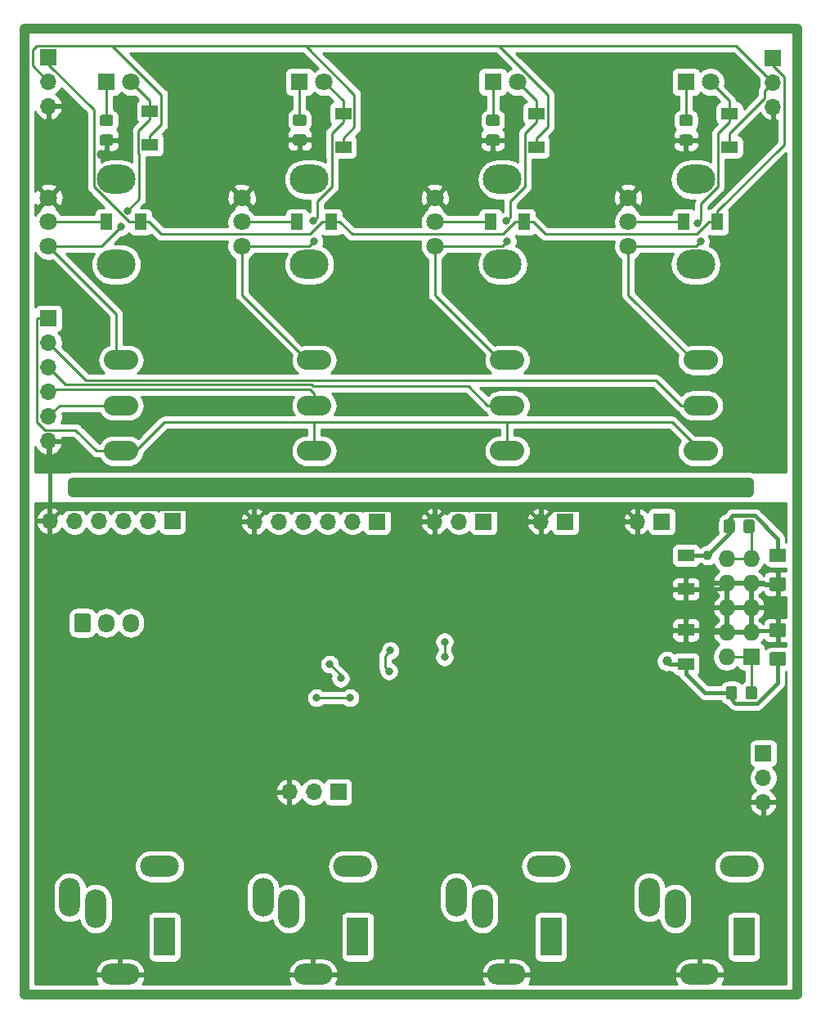
<source format=gbr>
%TF.GenerationSoftware,KiCad,Pcbnew,(5.1.5)-3*%
%TF.CreationDate,2020-04-29T23:45:48+02:00*%
%TF.ProjectId,KicadJE_SympleSeq,4b696361-644a-4455-9f53-796d706c6553,Rev A*%
%TF.SameCoordinates,Original*%
%TF.FileFunction,Copper,L2,Bot*%
%TF.FilePolarity,Positive*%
%FSLAX46Y46*%
G04 Gerber Fmt 4.6, Leading zero omitted, Abs format (unit mm)*
G04 Created by KiCad (PCBNEW (5.1.5)-3) date 2020-04-29 23:45:48*
%MOMM*%
%LPD*%
G04 APERTURE LIST*
%ADD10C,1.000000*%
%ADD11C,0.150000*%
%ADD12O,1.700000X1.700000*%
%ADD13R,1.700000X1.700000*%
%ADD14R,1.727200X1.727200*%
%ADD15O,1.727200X1.727200*%
%ADD16O,1.700000X1.950000*%
%ADD17C,1.800000*%
%ADD18O,4.000000X3.000000*%
%ADD19O,3.556000X2.032000*%
%ADD20R,1.700000X1.300000*%
%ADD21R,1.300000X1.700000*%
%ADD22R,2.200000X4.000000*%
%ADD23O,4.000000X2.200000*%
%ADD24O,2.200000X4.000000*%
%ADD25R,1.800000X1.800000*%
%ADD26C,1.000000*%
%ADD27C,0.800000*%
%ADD28C,0.400000*%
%ADD29C,0.250000*%
%ADD30C,0.254000*%
G04 APERTURE END LIST*
D10*
X105000000Y-96950000D02*
X105000000Y-97950000D01*
X175000000Y-96950000D02*
X175000000Y-97950000D01*
X105000000Y-96950000D02*
X175000000Y-96950000D01*
X175000000Y-97950000D02*
X105000000Y-97950000D01*
X180000000Y-50000000D02*
X100000000Y-50000000D01*
X180000000Y-150000000D02*
X180000000Y-50000000D01*
X100000000Y-150000000D02*
X180000000Y-150000000D01*
X100000000Y-50000000D02*
X100000000Y-150000000D01*
%TA.AperFunction,SMDPad,CuDef*%
D11*
G36*
X178649504Y-103801204D02*
G01*
X178673773Y-103804804D01*
X178697571Y-103810765D01*
X178720671Y-103819030D01*
X178742849Y-103829520D01*
X178763893Y-103842133D01*
X178783598Y-103856747D01*
X178801777Y-103873223D01*
X178818253Y-103891402D01*
X178832867Y-103911107D01*
X178845480Y-103932151D01*
X178855970Y-103954329D01*
X178864235Y-103977429D01*
X178870196Y-104001227D01*
X178873796Y-104025496D01*
X178875000Y-104050000D01*
X178875000Y-104975000D01*
X178873796Y-104999504D01*
X178870196Y-105023773D01*
X178864235Y-105047571D01*
X178855970Y-105070671D01*
X178845480Y-105092849D01*
X178832867Y-105113893D01*
X178818253Y-105133598D01*
X178801777Y-105151777D01*
X178783598Y-105168253D01*
X178763893Y-105182867D01*
X178742849Y-105195480D01*
X178720671Y-105205970D01*
X178697571Y-105214235D01*
X178673773Y-105220196D01*
X178649504Y-105223796D01*
X178625000Y-105225000D01*
X177375000Y-105225000D01*
X177350496Y-105223796D01*
X177326227Y-105220196D01*
X177302429Y-105214235D01*
X177279329Y-105205970D01*
X177257151Y-105195480D01*
X177236107Y-105182867D01*
X177216402Y-105168253D01*
X177198223Y-105151777D01*
X177181747Y-105133598D01*
X177167133Y-105113893D01*
X177154520Y-105092849D01*
X177144030Y-105070671D01*
X177135765Y-105047571D01*
X177129804Y-105023773D01*
X177126204Y-104999504D01*
X177125000Y-104975000D01*
X177125000Y-104050000D01*
X177126204Y-104025496D01*
X177129804Y-104001227D01*
X177135765Y-103977429D01*
X177144030Y-103954329D01*
X177154520Y-103932151D01*
X177167133Y-103911107D01*
X177181747Y-103891402D01*
X177198223Y-103873223D01*
X177216402Y-103856747D01*
X177236107Y-103842133D01*
X177257151Y-103829520D01*
X177279329Y-103819030D01*
X177302429Y-103810765D01*
X177326227Y-103804804D01*
X177350496Y-103801204D01*
X177375000Y-103800000D01*
X178625000Y-103800000D01*
X178649504Y-103801204D01*
G37*
%TD.AperFunction*%
%TA.AperFunction,SMDPad,CuDef*%
G36*
X178649504Y-106776204D02*
G01*
X178673773Y-106779804D01*
X178697571Y-106785765D01*
X178720671Y-106794030D01*
X178742849Y-106804520D01*
X178763893Y-106817133D01*
X178783598Y-106831747D01*
X178801777Y-106848223D01*
X178818253Y-106866402D01*
X178832867Y-106886107D01*
X178845480Y-106907151D01*
X178855970Y-106929329D01*
X178864235Y-106952429D01*
X178870196Y-106976227D01*
X178873796Y-107000496D01*
X178875000Y-107025000D01*
X178875000Y-107950000D01*
X178873796Y-107974504D01*
X178870196Y-107998773D01*
X178864235Y-108022571D01*
X178855970Y-108045671D01*
X178845480Y-108067849D01*
X178832867Y-108088893D01*
X178818253Y-108108598D01*
X178801777Y-108126777D01*
X178783598Y-108143253D01*
X178763893Y-108157867D01*
X178742849Y-108170480D01*
X178720671Y-108180970D01*
X178697571Y-108189235D01*
X178673773Y-108195196D01*
X178649504Y-108198796D01*
X178625000Y-108200000D01*
X177375000Y-108200000D01*
X177350496Y-108198796D01*
X177326227Y-108195196D01*
X177302429Y-108189235D01*
X177279329Y-108180970D01*
X177257151Y-108170480D01*
X177236107Y-108157867D01*
X177216402Y-108143253D01*
X177198223Y-108126777D01*
X177181747Y-108108598D01*
X177167133Y-108088893D01*
X177154520Y-108067849D01*
X177144030Y-108045671D01*
X177135765Y-108022571D01*
X177129804Y-107998773D01*
X177126204Y-107974504D01*
X177125000Y-107950000D01*
X177125000Y-107025000D01*
X177126204Y-107000496D01*
X177129804Y-106976227D01*
X177135765Y-106952429D01*
X177144030Y-106929329D01*
X177154520Y-106907151D01*
X177167133Y-106886107D01*
X177181747Y-106866402D01*
X177198223Y-106848223D01*
X177216402Y-106831747D01*
X177236107Y-106817133D01*
X177257151Y-106804520D01*
X177279329Y-106794030D01*
X177302429Y-106785765D01*
X177326227Y-106779804D01*
X177350496Y-106776204D01*
X177375000Y-106775000D01*
X178625000Y-106775000D01*
X178649504Y-106776204D01*
G37*
%TD.AperFunction*%
%TA.AperFunction,SMDPad,CuDef*%
G36*
X178649504Y-111551204D02*
G01*
X178673773Y-111554804D01*
X178697571Y-111560765D01*
X178720671Y-111569030D01*
X178742849Y-111579520D01*
X178763893Y-111592133D01*
X178783598Y-111606747D01*
X178801777Y-111623223D01*
X178818253Y-111641402D01*
X178832867Y-111661107D01*
X178845480Y-111682151D01*
X178855970Y-111704329D01*
X178864235Y-111727429D01*
X178870196Y-111751227D01*
X178873796Y-111775496D01*
X178875000Y-111800000D01*
X178875000Y-112725000D01*
X178873796Y-112749504D01*
X178870196Y-112773773D01*
X178864235Y-112797571D01*
X178855970Y-112820671D01*
X178845480Y-112842849D01*
X178832867Y-112863893D01*
X178818253Y-112883598D01*
X178801777Y-112901777D01*
X178783598Y-112918253D01*
X178763893Y-112932867D01*
X178742849Y-112945480D01*
X178720671Y-112955970D01*
X178697571Y-112964235D01*
X178673773Y-112970196D01*
X178649504Y-112973796D01*
X178625000Y-112975000D01*
X177375000Y-112975000D01*
X177350496Y-112973796D01*
X177326227Y-112970196D01*
X177302429Y-112964235D01*
X177279329Y-112955970D01*
X177257151Y-112945480D01*
X177236107Y-112932867D01*
X177216402Y-112918253D01*
X177198223Y-112901777D01*
X177181747Y-112883598D01*
X177167133Y-112863893D01*
X177154520Y-112842849D01*
X177144030Y-112820671D01*
X177135765Y-112797571D01*
X177129804Y-112773773D01*
X177126204Y-112749504D01*
X177125000Y-112725000D01*
X177125000Y-111800000D01*
X177126204Y-111775496D01*
X177129804Y-111751227D01*
X177135765Y-111727429D01*
X177144030Y-111704329D01*
X177154520Y-111682151D01*
X177167133Y-111661107D01*
X177181747Y-111641402D01*
X177198223Y-111623223D01*
X177216402Y-111606747D01*
X177236107Y-111592133D01*
X177257151Y-111579520D01*
X177279329Y-111569030D01*
X177302429Y-111560765D01*
X177326227Y-111554804D01*
X177350496Y-111551204D01*
X177375000Y-111550000D01*
X178625000Y-111550000D01*
X178649504Y-111551204D01*
G37*
%TD.AperFunction*%
%TA.AperFunction,SMDPad,CuDef*%
G36*
X178649504Y-114526204D02*
G01*
X178673773Y-114529804D01*
X178697571Y-114535765D01*
X178720671Y-114544030D01*
X178742849Y-114554520D01*
X178763893Y-114567133D01*
X178783598Y-114581747D01*
X178801777Y-114598223D01*
X178818253Y-114616402D01*
X178832867Y-114636107D01*
X178845480Y-114657151D01*
X178855970Y-114679329D01*
X178864235Y-114702429D01*
X178870196Y-114726227D01*
X178873796Y-114750496D01*
X178875000Y-114775000D01*
X178875000Y-115700000D01*
X178873796Y-115724504D01*
X178870196Y-115748773D01*
X178864235Y-115772571D01*
X178855970Y-115795671D01*
X178845480Y-115817849D01*
X178832867Y-115838893D01*
X178818253Y-115858598D01*
X178801777Y-115876777D01*
X178783598Y-115893253D01*
X178763893Y-115907867D01*
X178742849Y-115920480D01*
X178720671Y-115930970D01*
X178697571Y-115939235D01*
X178673773Y-115945196D01*
X178649504Y-115948796D01*
X178625000Y-115950000D01*
X177375000Y-115950000D01*
X177350496Y-115948796D01*
X177326227Y-115945196D01*
X177302429Y-115939235D01*
X177279329Y-115930970D01*
X177257151Y-115920480D01*
X177236107Y-115907867D01*
X177216402Y-115893253D01*
X177198223Y-115876777D01*
X177181747Y-115858598D01*
X177167133Y-115838893D01*
X177154520Y-115817849D01*
X177144030Y-115795671D01*
X177135765Y-115772571D01*
X177129804Y-115748773D01*
X177126204Y-115724504D01*
X177125000Y-115700000D01*
X177125000Y-114775000D01*
X177126204Y-114750496D01*
X177129804Y-114726227D01*
X177135765Y-114702429D01*
X177144030Y-114679329D01*
X177154520Y-114657151D01*
X177167133Y-114636107D01*
X177181747Y-114616402D01*
X177198223Y-114598223D01*
X177216402Y-114581747D01*
X177236107Y-114567133D01*
X177257151Y-114554520D01*
X177279329Y-114544030D01*
X177302429Y-114535765D01*
X177326227Y-114529804D01*
X177350496Y-114526204D01*
X177375000Y-114525000D01*
X178625000Y-114525000D01*
X178649504Y-114526204D01*
G37*
%TD.AperFunction*%
D12*
X153460000Y-101000000D03*
D13*
X156000000Y-101000000D03*
D12*
X102500000Y-92700000D03*
X102500000Y-90160000D03*
X102500000Y-87620000D03*
X102500000Y-85080000D03*
X102500000Y-82540000D03*
D13*
X102500000Y-80000000D03*
X102500000Y-52920000D03*
D12*
X102500000Y-55460000D03*
X102500000Y-58000000D03*
X177500000Y-58080000D03*
X177500000Y-55540000D03*
D13*
X177500000Y-53000000D03*
X147540000Y-101000000D03*
D12*
X145000000Y-101000000D03*
X142460000Y-101000000D03*
D13*
X166000000Y-101000000D03*
D12*
X163460000Y-101000000D03*
D13*
X115324999Y-100955001D03*
D12*
X112784999Y-100955001D03*
X110244999Y-100955001D03*
X107704999Y-100955001D03*
X105164999Y-100955001D03*
X102624999Y-100955001D03*
D13*
X136500000Y-101000000D03*
D12*
X133960000Y-101000000D03*
X131420000Y-101000000D03*
X128880000Y-101000000D03*
X126340000Y-101000000D03*
X123800000Y-101000000D03*
D14*
X175250000Y-115000000D03*
D15*
X172710000Y-115000000D03*
X175250000Y-112460000D03*
X172710000Y-112460000D03*
X175250000Y-109920000D03*
X172710000Y-109920000D03*
X175250000Y-107380000D03*
X172710000Y-107380000D03*
X175250000Y-104840000D03*
X172710000Y-104840000D03*
%TA.AperFunction,ComponentPad*%
D11*
G36*
X106624504Y-110526204D02*
G01*
X106648773Y-110529804D01*
X106672571Y-110535765D01*
X106695671Y-110544030D01*
X106717849Y-110554520D01*
X106738893Y-110567133D01*
X106758598Y-110581747D01*
X106776777Y-110598223D01*
X106793253Y-110616402D01*
X106807867Y-110636107D01*
X106820480Y-110657151D01*
X106830970Y-110679329D01*
X106839235Y-110702429D01*
X106845196Y-110726227D01*
X106848796Y-110750496D01*
X106850000Y-110775000D01*
X106850000Y-112225000D01*
X106848796Y-112249504D01*
X106845196Y-112273773D01*
X106839235Y-112297571D01*
X106830970Y-112320671D01*
X106820480Y-112342849D01*
X106807867Y-112363893D01*
X106793253Y-112383598D01*
X106776777Y-112401777D01*
X106758598Y-112418253D01*
X106738893Y-112432867D01*
X106717849Y-112445480D01*
X106695671Y-112455970D01*
X106672571Y-112464235D01*
X106648773Y-112470196D01*
X106624504Y-112473796D01*
X106600000Y-112475000D01*
X105400000Y-112475000D01*
X105375496Y-112473796D01*
X105351227Y-112470196D01*
X105327429Y-112464235D01*
X105304329Y-112455970D01*
X105282151Y-112445480D01*
X105261107Y-112432867D01*
X105241402Y-112418253D01*
X105223223Y-112401777D01*
X105206747Y-112383598D01*
X105192133Y-112363893D01*
X105179520Y-112342849D01*
X105169030Y-112320671D01*
X105160765Y-112297571D01*
X105154804Y-112273773D01*
X105151204Y-112249504D01*
X105150000Y-112225000D01*
X105150000Y-110775000D01*
X105151204Y-110750496D01*
X105154804Y-110726227D01*
X105160765Y-110702429D01*
X105169030Y-110679329D01*
X105179520Y-110657151D01*
X105192133Y-110636107D01*
X105206747Y-110616402D01*
X105223223Y-110598223D01*
X105241402Y-110581747D01*
X105261107Y-110567133D01*
X105282151Y-110554520D01*
X105304329Y-110544030D01*
X105327429Y-110535765D01*
X105351227Y-110529804D01*
X105375496Y-110526204D01*
X105400000Y-110525000D01*
X106600000Y-110525000D01*
X106624504Y-110526204D01*
G37*
%TD.AperFunction*%
D16*
X108500000Y-111500000D03*
X111000000Y-111500000D03*
D17*
X102500000Y-67500000D03*
X102500000Y-70000000D03*
X102500000Y-72500000D03*
D18*
X109500000Y-65600000D03*
X109500000Y-74400000D03*
D17*
X122500000Y-67500000D03*
X122500000Y-70000000D03*
X122500000Y-72500000D03*
D18*
X129500000Y-65600000D03*
X129500000Y-74400000D03*
X149500000Y-74400000D03*
X149500000Y-65600000D03*
D17*
X142500000Y-72500000D03*
X142500000Y-70000000D03*
X142500000Y-67500000D03*
D18*
X169500000Y-74400000D03*
X169500000Y-65600000D03*
D17*
X162500000Y-72500000D03*
X162500000Y-70000000D03*
X162500000Y-67500000D03*
D19*
X110000000Y-93700000D03*
X110000000Y-89000000D03*
X110000000Y-84300000D03*
X130000000Y-84300000D03*
X130000000Y-89000000D03*
X130000000Y-93700000D03*
X150000000Y-93700000D03*
X150000000Y-89000000D03*
X150000000Y-84300000D03*
X170000000Y-84300000D03*
X170000000Y-89000000D03*
X170000000Y-93700000D03*
D20*
X113000000Y-62000000D03*
X113000000Y-58500000D03*
X133000000Y-58750000D03*
X133000000Y-62250000D03*
D21*
X112000000Y-70000000D03*
X108500000Y-70000000D03*
X128250000Y-70000000D03*
X131750000Y-70000000D03*
D20*
X153000000Y-58750000D03*
X153000000Y-62250000D03*
X173000000Y-62250000D03*
X173000000Y-58750000D03*
D21*
X148250000Y-70000000D03*
X151750000Y-70000000D03*
X171750000Y-70000000D03*
X168250000Y-70000000D03*
D13*
X176500000Y-125000000D03*
D12*
X176500000Y-127540000D03*
X176500000Y-130080000D03*
D22*
X114500000Y-144000000D03*
D23*
X114000000Y-136700000D03*
D24*
X107400000Y-141100000D03*
X104700000Y-139900000D03*
D23*
X109900000Y-147900000D03*
D22*
X134500000Y-144000000D03*
D23*
X134000000Y-136700000D03*
D24*
X127400000Y-141100000D03*
X124700000Y-139900000D03*
D23*
X129900000Y-147900000D03*
D22*
X154500000Y-144000000D03*
D23*
X154000000Y-136700000D03*
D24*
X147400000Y-141100000D03*
X144700000Y-139900000D03*
D23*
X149900000Y-147900000D03*
X169900000Y-147900000D03*
D24*
X164700000Y-139900000D03*
X167400000Y-141100000D03*
D23*
X174000000Y-136700000D03*
D22*
X174500000Y-144000000D03*
D20*
X168500000Y-104500000D03*
X168500000Y-108000000D03*
X168500000Y-115750000D03*
X168500000Y-112250000D03*
D13*
X132500000Y-129000000D03*
D12*
X129960000Y-129000000D03*
X127420000Y-129000000D03*
%TA.AperFunction,SMDPad,CuDef*%
D11*
G36*
X175374505Y-100801204D02*
G01*
X175398773Y-100804804D01*
X175422572Y-100810765D01*
X175445671Y-100819030D01*
X175467850Y-100829520D01*
X175488893Y-100842132D01*
X175508599Y-100856747D01*
X175526777Y-100873223D01*
X175543253Y-100891401D01*
X175557868Y-100911107D01*
X175570480Y-100932150D01*
X175580970Y-100954329D01*
X175589235Y-100977428D01*
X175595196Y-101001227D01*
X175598796Y-101025495D01*
X175600000Y-101049999D01*
X175600000Y-101950001D01*
X175598796Y-101974505D01*
X175595196Y-101998773D01*
X175589235Y-102022572D01*
X175580970Y-102045671D01*
X175570480Y-102067850D01*
X175557868Y-102088893D01*
X175543253Y-102108599D01*
X175526777Y-102126777D01*
X175508599Y-102143253D01*
X175488893Y-102157868D01*
X175467850Y-102170480D01*
X175445671Y-102180970D01*
X175422572Y-102189235D01*
X175398773Y-102195196D01*
X175374505Y-102198796D01*
X175350001Y-102200000D01*
X174699999Y-102200000D01*
X174675495Y-102198796D01*
X174651227Y-102195196D01*
X174627428Y-102189235D01*
X174604329Y-102180970D01*
X174582150Y-102170480D01*
X174561107Y-102157868D01*
X174541401Y-102143253D01*
X174523223Y-102126777D01*
X174506747Y-102108599D01*
X174492132Y-102088893D01*
X174479520Y-102067850D01*
X174469030Y-102045671D01*
X174460765Y-102022572D01*
X174454804Y-101998773D01*
X174451204Y-101974505D01*
X174450000Y-101950001D01*
X174450000Y-101049999D01*
X174451204Y-101025495D01*
X174454804Y-101001227D01*
X174460765Y-100977428D01*
X174469030Y-100954329D01*
X174479520Y-100932150D01*
X174492132Y-100911107D01*
X174506747Y-100891401D01*
X174523223Y-100873223D01*
X174541401Y-100856747D01*
X174561107Y-100842132D01*
X174582150Y-100829520D01*
X174604329Y-100819030D01*
X174627428Y-100810765D01*
X174651227Y-100804804D01*
X174675495Y-100801204D01*
X174699999Y-100800000D01*
X175350001Y-100800000D01*
X175374505Y-100801204D01*
G37*
%TD.AperFunction*%
%TA.AperFunction,SMDPad,CuDef*%
G36*
X173324505Y-100801204D02*
G01*
X173348773Y-100804804D01*
X173372572Y-100810765D01*
X173395671Y-100819030D01*
X173417850Y-100829520D01*
X173438893Y-100842132D01*
X173458599Y-100856747D01*
X173476777Y-100873223D01*
X173493253Y-100891401D01*
X173507868Y-100911107D01*
X173520480Y-100932150D01*
X173530970Y-100954329D01*
X173539235Y-100977428D01*
X173545196Y-101001227D01*
X173548796Y-101025495D01*
X173550000Y-101049999D01*
X173550000Y-101950001D01*
X173548796Y-101974505D01*
X173545196Y-101998773D01*
X173539235Y-102022572D01*
X173530970Y-102045671D01*
X173520480Y-102067850D01*
X173507868Y-102088893D01*
X173493253Y-102108599D01*
X173476777Y-102126777D01*
X173458599Y-102143253D01*
X173438893Y-102157868D01*
X173417850Y-102170480D01*
X173395671Y-102180970D01*
X173372572Y-102189235D01*
X173348773Y-102195196D01*
X173324505Y-102198796D01*
X173300001Y-102200000D01*
X172649999Y-102200000D01*
X172625495Y-102198796D01*
X172601227Y-102195196D01*
X172577428Y-102189235D01*
X172554329Y-102180970D01*
X172532150Y-102170480D01*
X172511107Y-102157868D01*
X172491401Y-102143253D01*
X172473223Y-102126777D01*
X172456747Y-102108599D01*
X172442132Y-102088893D01*
X172429520Y-102067850D01*
X172419030Y-102045671D01*
X172410765Y-102022572D01*
X172404804Y-101998773D01*
X172401204Y-101974505D01*
X172400000Y-101950001D01*
X172400000Y-101049999D01*
X172401204Y-101025495D01*
X172404804Y-101001227D01*
X172410765Y-100977428D01*
X172419030Y-100954329D01*
X172429520Y-100932150D01*
X172442132Y-100911107D01*
X172456747Y-100891401D01*
X172473223Y-100873223D01*
X172491401Y-100856747D01*
X172511107Y-100842132D01*
X172532150Y-100829520D01*
X172554329Y-100819030D01*
X172577428Y-100810765D01*
X172601227Y-100804804D01*
X172625495Y-100801204D01*
X172649999Y-100800000D01*
X173300001Y-100800000D01*
X173324505Y-100801204D01*
G37*
%TD.AperFunction*%
%TA.AperFunction,SMDPad,CuDef*%
G36*
X173574505Y-118051204D02*
G01*
X173598773Y-118054804D01*
X173622572Y-118060765D01*
X173645671Y-118069030D01*
X173667850Y-118079520D01*
X173688893Y-118092132D01*
X173708599Y-118106747D01*
X173726777Y-118123223D01*
X173743253Y-118141401D01*
X173757868Y-118161107D01*
X173770480Y-118182150D01*
X173780970Y-118204329D01*
X173789235Y-118227428D01*
X173795196Y-118251227D01*
X173798796Y-118275495D01*
X173800000Y-118299999D01*
X173800000Y-119200001D01*
X173798796Y-119224505D01*
X173795196Y-119248773D01*
X173789235Y-119272572D01*
X173780970Y-119295671D01*
X173770480Y-119317850D01*
X173757868Y-119338893D01*
X173743253Y-119358599D01*
X173726777Y-119376777D01*
X173708599Y-119393253D01*
X173688893Y-119407868D01*
X173667850Y-119420480D01*
X173645671Y-119430970D01*
X173622572Y-119439235D01*
X173598773Y-119445196D01*
X173574505Y-119448796D01*
X173550001Y-119450000D01*
X172899999Y-119450000D01*
X172875495Y-119448796D01*
X172851227Y-119445196D01*
X172827428Y-119439235D01*
X172804329Y-119430970D01*
X172782150Y-119420480D01*
X172761107Y-119407868D01*
X172741401Y-119393253D01*
X172723223Y-119376777D01*
X172706747Y-119358599D01*
X172692132Y-119338893D01*
X172679520Y-119317850D01*
X172669030Y-119295671D01*
X172660765Y-119272572D01*
X172654804Y-119248773D01*
X172651204Y-119224505D01*
X172650000Y-119200001D01*
X172650000Y-118299999D01*
X172651204Y-118275495D01*
X172654804Y-118251227D01*
X172660765Y-118227428D01*
X172669030Y-118204329D01*
X172679520Y-118182150D01*
X172692132Y-118161107D01*
X172706747Y-118141401D01*
X172723223Y-118123223D01*
X172741401Y-118106747D01*
X172761107Y-118092132D01*
X172782150Y-118079520D01*
X172804329Y-118069030D01*
X172827428Y-118060765D01*
X172851227Y-118054804D01*
X172875495Y-118051204D01*
X172899999Y-118050000D01*
X173550001Y-118050000D01*
X173574505Y-118051204D01*
G37*
%TD.AperFunction*%
%TA.AperFunction,SMDPad,CuDef*%
G36*
X175624505Y-118051204D02*
G01*
X175648773Y-118054804D01*
X175672572Y-118060765D01*
X175695671Y-118069030D01*
X175717850Y-118079520D01*
X175738893Y-118092132D01*
X175758599Y-118106747D01*
X175776777Y-118123223D01*
X175793253Y-118141401D01*
X175807868Y-118161107D01*
X175820480Y-118182150D01*
X175830970Y-118204329D01*
X175839235Y-118227428D01*
X175845196Y-118251227D01*
X175848796Y-118275495D01*
X175850000Y-118299999D01*
X175850000Y-119200001D01*
X175848796Y-119224505D01*
X175845196Y-119248773D01*
X175839235Y-119272572D01*
X175830970Y-119295671D01*
X175820480Y-119317850D01*
X175807868Y-119338893D01*
X175793253Y-119358599D01*
X175776777Y-119376777D01*
X175758599Y-119393253D01*
X175738893Y-119407868D01*
X175717850Y-119420480D01*
X175695671Y-119430970D01*
X175672572Y-119439235D01*
X175648773Y-119445196D01*
X175624505Y-119448796D01*
X175600001Y-119450000D01*
X174949999Y-119450000D01*
X174925495Y-119448796D01*
X174901227Y-119445196D01*
X174877428Y-119439235D01*
X174854329Y-119430970D01*
X174832150Y-119420480D01*
X174811107Y-119407868D01*
X174791401Y-119393253D01*
X174773223Y-119376777D01*
X174756747Y-119358599D01*
X174742132Y-119338893D01*
X174729520Y-119317850D01*
X174719030Y-119295671D01*
X174710765Y-119272572D01*
X174704804Y-119248773D01*
X174701204Y-119224505D01*
X174700000Y-119200001D01*
X174700000Y-118299999D01*
X174701204Y-118275495D01*
X174704804Y-118251227D01*
X174710765Y-118227428D01*
X174719030Y-118204329D01*
X174729520Y-118182150D01*
X174742132Y-118161107D01*
X174756747Y-118141401D01*
X174773223Y-118123223D01*
X174791401Y-118106747D01*
X174811107Y-118092132D01*
X174832150Y-118079520D01*
X174854329Y-118069030D01*
X174877428Y-118060765D01*
X174901227Y-118054804D01*
X174925495Y-118051204D01*
X174949999Y-118050000D01*
X175600001Y-118050000D01*
X175624505Y-118051204D01*
G37*
%TD.AperFunction*%
%TA.AperFunction,SMDPad,CuDef*%
G36*
X108974505Y-60951204D02*
G01*
X108998773Y-60954804D01*
X109022572Y-60960765D01*
X109045671Y-60969030D01*
X109067850Y-60979520D01*
X109088893Y-60992132D01*
X109108599Y-61006747D01*
X109126777Y-61023223D01*
X109143253Y-61041401D01*
X109157868Y-61061107D01*
X109170480Y-61082150D01*
X109180970Y-61104329D01*
X109189235Y-61127428D01*
X109195196Y-61151227D01*
X109198796Y-61175495D01*
X109200000Y-61199999D01*
X109200000Y-61850001D01*
X109198796Y-61874505D01*
X109195196Y-61898773D01*
X109189235Y-61922572D01*
X109180970Y-61945671D01*
X109170480Y-61967850D01*
X109157868Y-61988893D01*
X109143253Y-62008599D01*
X109126777Y-62026777D01*
X109108599Y-62043253D01*
X109088893Y-62057868D01*
X109067850Y-62070480D01*
X109045671Y-62080970D01*
X109022572Y-62089235D01*
X108998773Y-62095196D01*
X108974505Y-62098796D01*
X108950001Y-62100000D01*
X108049999Y-62100000D01*
X108025495Y-62098796D01*
X108001227Y-62095196D01*
X107977428Y-62089235D01*
X107954329Y-62080970D01*
X107932150Y-62070480D01*
X107911107Y-62057868D01*
X107891401Y-62043253D01*
X107873223Y-62026777D01*
X107856747Y-62008599D01*
X107842132Y-61988893D01*
X107829520Y-61967850D01*
X107819030Y-61945671D01*
X107810765Y-61922572D01*
X107804804Y-61898773D01*
X107801204Y-61874505D01*
X107800000Y-61850001D01*
X107800000Y-61199999D01*
X107801204Y-61175495D01*
X107804804Y-61151227D01*
X107810765Y-61127428D01*
X107819030Y-61104329D01*
X107829520Y-61082150D01*
X107842132Y-61061107D01*
X107856747Y-61041401D01*
X107873223Y-61023223D01*
X107891401Y-61006747D01*
X107911107Y-60992132D01*
X107932150Y-60979520D01*
X107954329Y-60969030D01*
X107977428Y-60960765D01*
X108001227Y-60954804D01*
X108025495Y-60951204D01*
X108049999Y-60950000D01*
X108950001Y-60950000D01*
X108974505Y-60951204D01*
G37*
%TD.AperFunction*%
%TA.AperFunction,SMDPad,CuDef*%
G36*
X108974505Y-58901204D02*
G01*
X108998773Y-58904804D01*
X109022572Y-58910765D01*
X109045671Y-58919030D01*
X109067850Y-58929520D01*
X109088893Y-58942132D01*
X109108599Y-58956747D01*
X109126777Y-58973223D01*
X109143253Y-58991401D01*
X109157868Y-59011107D01*
X109170480Y-59032150D01*
X109180970Y-59054329D01*
X109189235Y-59077428D01*
X109195196Y-59101227D01*
X109198796Y-59125495D01*
X109200000Y-59149999D01*
X109200000Y-59800001D01*
X109198796Y-59824505D01*
X109195196Y-59848773D01*
X109189235Y-59872572D01*
X109180970Y-59895671D01*
X109170480Y-59917850D01*
X109157868Y-59938893D01*
X109143253Y-59958599D01*
X109126777Y-59976777D01*
X109108599Y-59993253D01*
X109088893Y-60007868D01*
X109067850Y-60020480D01*
X109045671Y-60030970D01*
X109022572Y-60039235D01*
X108998773Y-60045196D01*
X108974505Y-60048796D01*
X108950001Y-60050000D01*
X108049999Y-60050000D01*
X108025495Y-60048796D01*
X108001227Y-60045196D01*
X107977428Y-60039235D01*
X107954329Y-60030970D01*
X107932150Y-60020480D01*
X107911107Y-60007868D01*
X107891401Y-59993253D01*
X107873223Y-59976777D01*
X107856747Y-59958599D01*
X107842132Y-59938893D01*
X107829520Y-59917850D01*
X107819030Y-59895671D01*
X107810765Y-59872572D01*
X107804804Y-59848773D01*
X107801204Y-59824505D01*
X107800000Y-59800001D01*
X107800000Y-59149999D01*
X107801204Y-59125495D01*
X107804804Y-59101227D01*
X107810765Y-59077428D01*
X107819030Y-59054329D01*
X107829520Y-59032150D01*
X107842132Y-59011107D01*
X107856747Y-58991401D01*
X107873223Y-58973223D01*
X107891401Y-58956747D01*
X107911107Y-58942132D01*
X107932150Y-58929520D01*
X107954329Y-58919030D01*
X107977428Y-58910765D01*
X108001227Y-58904804D01*
X108025495Y-58901204D01*
X108049999Y-58900000D01*
X108950001Y-58900000D01*
X108974505Y-58901204D01*
G37*
%TD.AperFunction*%
%TA.AperFunction,SMDPad,CuDef*%
G36*
X128974505Y-60926204D02*
G01*
X128998773Y-60929804D01*
X129022572Y-60935765D01*
X129045671Y-60944030D01*
X129067850Y-60954520D01*
X129088893Y-60967132D01*
X129108599Y-60981747D01*
X129126777Y-60998223D01*
X129143253Y-61016401D01*
X129157868Y-61036107D01*
X129170480Y-61057150D01*
X129180970Y-61079329D01*
X129189235Y-61102428D01*
X129195196Y-61126227D01*
X129198796Y-61150495D01*
X129200000Y-61174999D01*
X129200000Y-61825001D01*
X129198796Y-61849505D01*
X129195196Y-61873773D01*
X129189235Y-61897572D01*
X129180970Y-61920671D01*
X129170480Y-61942850D01*
X129157868Y-61963893D01*
X129143253Y-61983599D01*
X129126777Y-62001777D01*
X129108599Y-62018253D01*
X129088893Y-62032868D01*
X129067850Y-62045480D01*
X129045671Y-62055970D01*
X129022572Y-62064235D01*
X128998773Y-62070196D01*
X128974505Y-62073796D01*
X128950001Y-62075000D01*
X128049999Y-62075000D01*
X128025495Y-62073796D01*
X128001227Y-62070196D01*
X127977428Y-62064235D01*
X127954329Y-62055970D01*
X127932150Y-62045480D01*
X127911107Y-62032868D01*
X127891401Y-62018253D01*
X127873223Y-62001777D01*
X127856747Y-61983599D01*
X127842132Y-61963893D01*
X127829520Y-61942850D01*
X127819030Y-61920671D01*
X127810765Y-61897572D01*
X127804804Y-61873773D01*
X127801204Y-61849505D01*
X127800000Y-61825001D01*
X127800000Y-61174999D01*
X127801204Y-61150495D01*
X127804804Y-61126227D01*
X127810765Y-61102428D01*
X127819030Y-61079329D01*
X127829520Y-61057150D01*
X127842132Y-61036107D01*
X127856747Y-61016401D01*
X127873223Y-60998223D01*
X127891401Y-60981747D01*
X127911107Y-60967132D01*
X127932150Y-60954520D01*
X127954329Y-60944030D01*
X127977428Y-60935765D01*
X128001227Y-60929804D01*
X128025495Y-60926204D01*
X128049999Y-60925000D01*
X128950001Y-60925000D01*
X128974505Y-60926204D01*
G37*
%TD.AperFunction*%
%TA.AperFunction,SMDPad,CuDef*%
G36*
X128974505Y-58876204D02*
G01*
X128998773Y-58879804D01*
X129022572Y-58885765D01*
X129045671Y-58894030D01*
X129067850Y-58904520D01*
X129088893Y-58917132D01*
X129108599Y-58931747D01*
X129126777Y-58948223D01*
X129143253Y-58966401D01*
X129157868Y-58986107D01*
X129170480Y-59007150D01*
X129180970Y-59029329D01*
X129189235Y-59052428D01*
X129195196Y-59076227D01*
X129198796Y-59100495D01*
X129200000Y-59124999D01*
X129200000Y-59775001D01*
X129198796Y-59799505D01*
X129195196Y-59823773D01*
X129189235Y-59847572D01*
X129180970Y-59870671D01*
X129170480Y-59892850D01*
X129157868Y-59913893D01*
X129143253Y-59933599D01*
X129126777Y-59951777D01*
X129108599Y-59968253D01*
X129088893Y-59982868D01*
X129067850Y-59995480D01*
X129045671Y-60005970D01*
X129022572Y-60014235D01*
X128998773Y-60020196D01*
X128974505Y-60023796D01*
X128950001Y-60025000D01*
X128049999Y-60025000D01*
X128025495Y-60023796D01*
X128001227Y-60020196D01*
X127977428Y-60014235D01*
X127954329Y-60005970D01*
X127932150Y-59995480D01*
X127911107Y-59982868D01*
X127891401Y-59968253D01*
X127873223Y-59951777D01*
X127856747Y-59933599D01*
X127842132Y-59913893D01*
X127829520Y-59892850D01*
X127819030Y-59870671D01*
X127810765Y-59847572D01*
X127804804Y-59823773D01*
X127801204Y-59799505D01*
X127800000Y-59775001D01*
X127800000Y-59124999D01*
X127801204Y-59100495D01*
X127804804Y-59076227D01*
X127810765Y-59052428D01*
X127819030Y-59029329D01*
X127829520Y-59007150D01*
X127842132Y-58986107D01*
X127856747Y-58966401D01*
X127873223Y-58948223D01*
X127891401Y-58931747D01*
X127911107Y-58917132D01*
X127932150Y-58904520D01*
X127954329Y-58894030D01*
X127977428Y-58885765D01*
X128001227Y-58879804D01*
X128025495Y-58876204D01*
X128049999Y-58875000D01*
X128950001Y-58875000D01*
X128974505Y-58876204D01*
G37*
%TD.AperFunction*%
%TA.AperFunction,SMDPad,CuDef*%
G36*
X148974505Y-58901204D02*
G01*
X148998773Y-58904804D01*
X149022572Y-58910765D01*
X149045671Y-58919030D01*
X149067850Y-58929520D01*
X149088893Y-58942132D01*
X149108599Y-58956747D01*
X149126777Y-58973223D01*
X149143253Y-58991401D01*
X149157868Y-59011107D01*
X149170480Y-59032150D01*
X149180970Y-59054329D01*
X149189235Y-59077428D01*
X149195196Y-59101227D01*
X149198796Y-59125495D01*
X149200000Y-59149999D01*
X149200000Y-59800001D01*
X149198796Y-59824505D01*
X149195196Y-59848773D01*
X149189235Y-59872572D01*
X149180970Y-59895671D01*
X149170480Y-59917850D01*
X149157868Y-59938893D01*
X149143253Y-59958599D01*
X149126777Y-59976777D01*
X149108599Y-59993253D01*
X149088893Y-60007868D01*
X149067850Y-60020480D01*
X149045671Y-60030970D01*
X149022572Y-60039235D01*
X148998773Y-60045196D01*
X148974505Y-60048796D01*
X148950001Y-60050000D01*
X148049999Y-60050000D01*
X148025495Y-60048796D01*
X148001227Y-60045196D01*
X147977428Y-60039235D01*
X147954329Y-60030970D01*
X147932150Y-60020480D01*
X147911107Y-60007868D01*
X147891401Y-59993253D01*
X147873223Y-59976777D01*
X147856747Y-59958599D01*
X147842132Y-59938893D01*
X147829520Y-59917850D01*
X147819030Y-59895671D01*
X147810765Y-59872572D01*
X147804804Y-59848773D01*
X147801204Y-59824505D01*
X147800000Y-59800001D01*
X147800000Y-59149999D01*
X147801204Y-59125495D01*
X147804804Y-59101227D01*
X147810765Y-59077428D01*
X147819030Y-59054329D01*
X147829520Y-59032150D01*
X147842132Y-59011107D01*
X147856747Y-58991401D01*
X147873223Y-58973223D01*
X147891401Y-58956747D01*
X147911107Y-58942132D01*
X147932150Y-58929520D01*
X147954329Y-58919030D01*
X147977428Y-58910765D01*
X148001227Y-58904804D01*
X148025495Y-58901204D01*
X148049999Y-58900000D01*
X148950001Y-58900000D01*
X148974505Y-58901204D01*
G37*
%TD.AperFunction*%
%TA.AperFunction,SMDPad,CuDef*%
G36*
X148974505Y-60951204D02*
G01*
X148998773Y-60954804D01*
X149022572Y-60960765D01*
X149045671Y-60969030D01*
X149067850Y-60979520D01*
X149088893Y-60992132D01*
X149108599Y-61006747D01*
X149126777Y-61023223D01*
X149143253Y-61041401D01*
X149157868Y-61061107D01*
X149170480Y-61082150D01*
X149180970Y-61104329D01*
X149189235Y-61127428D01*
X149195196Y-61151227D01*
X149198796Y-61175495D01*
X149200000Y-61199999D01*
X149200000Y-61850001D01*
X149198796Y-61874505D01*
X149195196Y-61898773D01*
X149189235Y-61922572D01*
X149180970Y-61945671D01*
X149170480Y-61967850D01*
X149157868Y-61988893D01*
X149143253Y-62008599D01*
X149126777Y-62026777D01*
X149108599Y-62043253D01*
X149088893Y-62057868D01*
X149067850Y-62070480D01*
X149045671Y-62080970D01*
X149022572Y-62089235D01*
X148998773Y-62095196D01*
X148974505Y-62098796D01*
X148950001Y-62100000D01*
X148049999Y-62100000D01*
X148025495Y-62098796D01*
X148001227Y-62095196D01*
X147977428Y-62089235D01*
X147954329Y-62080970D01*
X147932150Y-62070480D01*
X147911107Y-62057868D01*
X147891401Y-62043253D01*
X147873223Y-62026777D01*
X147856747Y-62008599D01*
X147842132Y-61988893D01*
X147829520Y-61967850D01*
X147819030Y-61945671D01*
X147810765Y-61922572D01*
X147804804Y-61898773D01*
X147801204Y-61874505D01*
X147800000Y-61850001D01*
X147800000Y-61199999D01*
X147801204Y-61175495D01*
X147804804Y-61151227D01*
X147810765Y-61127428D01*
X147819030Y-61104329D01*
X147829520Y-61082150D01*
X147842132Y-61061107D01*
X147856747Y-61041401D01*
X147873223Y-61023223D01*
X147891401Y-61006747D01*
X147911107Y-60992132D01*
X147932150Y-60979520D01*
X147954329Y-60969030D01*
X147977428Y-60960765D01*
X148001227Y-60954804D01*
X148025495Y-60951204D01*
X148049999Y-60950000D01*
X148950001Y-60950000D01*
X148974505Y-60951204D01*
G37*
%TD.AperFunction*%
%TA.AperFunction,SMDPad,CuDef*%
G36*
X168974505Y-60951204D02*
G01*
X168998773Y-60954804D01*
X169022572Y-60960765D01*
X169045671Y-60969030D01*
X169067850Y-60979520D01*
X169088893Y-60992132D01*
X169108599Y-61006747D01*
X169126777Y-61023223D01*
X169143253Y-61041401D01*
X169157868Y-61061107D01*
X169170480Y-61082150D01*
X169180970Y-61104329D01*
X169189235Y-61127428D01*
X169195196Y-61151227D01*
X169198796Y-61175495D01*
X169200000Y-61199999D01*
X169200000Y-61850001D01*
X169198796Y-61874505D01*
X169195196Y-61898773D01*
X169189235Y-61922572D01*
X169180970Y-61945671D01*
X169170480Y-61967850D01*
X169157868Y-61988893D01*
X169143253Y-62008599D01*
X169126777Y-62026777D01*
X169108599Y-62043253D01*
X169088893Y-62057868D01*
X169067850Y-62070480D01*
X169045671Y-62080970D01*
X169022572Y-62089235D01*
X168998773Y-62095196D01*
X168974505Y-62098796D01*
X168950001Y-62100000D01*
X168049999Y-62100000D01*
X168025495Y-62098796D01*
X168001227Y-62095196D01*
X167977428Y-62089235D01*
X167954329Y-62080970D01*
X167932150Y-62070480D01*
X167911107Y-62057868D01*
X167891401Y-62043253D01*
X167873223Y-62026777D01*
X167856747Y-62008599D01*
X167842132Y-61988893D01*
X167829520Y-61967850D01*
X167819030Y-61945671D01*
X167810765Y-61922572D01*
X167804804Y-61898773D01*
X167801204Y-61874505D01*
X167800000Y-61850001D01*
X167800000Y-61199999D01*
X167801204Y-61175495D01*
X167804804Y-61151227D01*
X167810765Y-61127428D01*
X167819030Y-61104329D01*
X167829520Y-61082150D01*
X167842132Y-61061107D01*
X167856747Y-61041401D01*
X167873223Y-61023223D01*
X167891401Y-61006747D01*
X167911107Y-60992132D01*
X167932150Y-60979520D01*
X167954329Y-60969030D01*
X167977428Y-60960765D01*
X168001227Y-60954804D01*
X168025495Y-60951204D01*
X168049999Y-60950000D01*
X168950001Y-60950000D01*
X168974505Y-60951204D01*
G37*
%TD.AperFunction*%
%TA.AperFunction,SMDPad,CuDef*%
G36*
X168974505Y-58901204D02*
G01*
X168998773Y-58904804D01*
X169022572Y-58910765D01*
X169045671Y-58919030D01*
X169067850Y-58929520D01*
X169088893Y-58942132D01*
X169108599Y-58956747D01*
X169126777Y-58973223D01*
X169143253Y-58991401D01*
X169157868Y-59011107D01*
X169170480Y-59032150D01*
X169180970Y-59054329D01*
X169189235Y-59077428D01*
X169195196Y-59101227D01*
X169198796Y-59125495D01*
X169200000Y-59149999D01*
X169200000Y-59800001D01*
X169198796Y-59824505D01*
X169195196Y-59848773D01*
X169189235Y-59872572D01*
X169180970Y-59895671D01*
X169170480Y-59917850D01*
X169157868Y-59938893D01*
X169143253Y-59958599D01*
X169126777Y-59976777D01*
X169108599Y-59993253D01*
X169088893Y-60007868D01*
X169067850Y-60020480D01*
X169045671Y-60030970D01*
X169022572Y-60039235D01*
X168998773Y-60045196D01*
X168974505Y-60048796D01*
X168950001Y-60050000D01*
X168049999Y-60050000D01*
X168025495Y-60048796D01*
X168001227Y-60045196D01*
X167977428Y-60039235D01*
X167954329Y-60030970D01*
X167932150Y-60020480D01*
X167911107Y-60007868D01*
X167891401Y-59993253D01*
X167873223Y-59976777D01*
X167856747Y-59958599D01*
X167842132Y-59938893D01*
X167829520Y-59917850D01*
X167819030Y-59895671D01*
X167810765Y-59872572D01*
X167804804Y-59848773D01*
X167801204Y-59824505D01*
X167800000Y-59800001D01*
X167800000Y-59149999D01*
X167801204Y-59125495D01*
X167804804Y-59101227D01*
X167810765Y-59077428D01*
X167819030Y-59054329D01*
X167829520Y-59032150D01*
X167842132Y-59011107D01*
X167856747Y-58991401D01*
X167873223Y-58973223D01*
X167891401Y-58956747D01*
X167911107Y-58942132D01*
X167932150Y-58929520D01*
X167954329Y-58919030D01*
X167977428Y-58910765D01*
X168001227Y-58904804D01*
X168025495Y-58901204D01*
X168049999Y-58900000D01*
X168950001Y-58900000D01*
X168974505Y-58901204D01*
G37*
%TD.AperFunction*%
D17*
X111040000Y-55500000D03*
D25*
X108500000Y-55500000D03*
X128500000Y-55500000D03*
D17*
X131040000Y-55500000D03*
X151040000Y-55500000D03*
D25*
X148500000Y-55500000D03*
X168500000Y-55500000D03*
D17*
X171040000Y-55500000D03*
D26*
X108000000Y-63000000D03*
X127000000Y-63000000D03*
X147000000Y-63000000D03*
X167000000Y-63000000D03*
D27*
X135000000Y-76000000D03*
X155000000Y-76000000D03*
X175000000Y-76000000D03*
X115000000Y-76000000D03*
X115000000Y-89000000D03*
X135000000Y-89000000D03*
X155000000Y-89000000D03*
X175000000Y-89000000D03*
X102000000Y-76000000D03*
X115000000Y-95000000D03*
X110000000Y-115500000D03*
X117000000Y-126500000D03*
X121500000Y-126500000D03*
D26*
X121500000Y-129000000D03*
X117000000Y-129000000D03*
X136750000Y-121000000D03*
X135000000Y-113500000D03*
D27*
X161500000Y-111000000D03*
X108000000Y-118500000D03*
X134500000Y-129000000D03*
X146500000Y-123000000D03*
X146500000Y-129000000D03*
X102000000Y-148000000D03*
X177500000Y-148000000D03*
X178000000Y-100000000D03*
X178000000Y-95000000D03*
X104000000Y-123500000D03*
X152000000Y-117750000D03*
X151500000Y-108750000D03*
X158500000Y-107750000D03*
X158500000Y-105000000D03*
X163750000Y-107750000D03*
X163750000Y-105000000D03*
X139500000Y-113500000D03*
X122750000Y-104500000D03*
X121500000Y-110750000D03*
X146500000Y-131500000D03*
X146500000Y-134000000D03*
X167000000Y-131000000D03*
X167000000Y-134000000D03*
X135000000Y-117000000D03*
X107250006Y-133750000D03*
D26*
X170750000Y-104500000D03*
X166549990Y-115450010D03*
D27*
X143500000Y-115050000D03*
X143500000Y-113450000D03*
X130250000Y-119250000D03*
X133725000Y-119250000D03*
X137750000Y-116500000D03*
X137882078Y-114360013D03*
X110000000Y-70500000D03*
X110672176Y-68827824D03*
X130000000Y-72000000D03*
X129912347Y-69912347D03*
X150000000Y-72000000D03*
X149912347Y-69912347D03*
X170000000Y-72000000D03*
X169662347Y-70162347D03*
X132750000Y-117250000D03*
X131609870Y-115774989D03*
D28*
X108500000Y-61525000D02*
X108500000Y-62500000D01*
X108500000Y-62500000D02*
X108000000Y-63000000D01*
X175447500Y-112262500D02*
X175250000Y-112460000D01*
X178000000Y-112262500D02*
X175447500Y-112262500D01*
X175357500Y-107487500D02*
X175250000Y-107380000D01*
X178000000Y-107487500D02*
X175357500Y-107487500D01*
X162610001Y-100150001D02*
X163460000Y-101000000D01*
X162209999Y-99749999D02*
X162610001Y-100150001D01*
X154710001Y-99749999D02*
X162209999Y-99749999D01*
X153460000Y-101000000D02*
X154710001Y-99749999D01*
X143309999Y-100150001D02*
X142460000Y-101000000D01*
X143710001Y-99749999D02*
X143309999Y-100150001D01*
X152209999Y-99749999D02*
X143710001Y-99749999D01*
X153460000Y-101000000D02*
X152209999Y-99749999D01*
X141610001Y-100150001D02*
X142460000Y-101000000D01*
X141209999Y-99749999D02*
X141610001Y-100150001D01*
X125050001Y-99749999D02*
X141209999Y-99749999D01*
X123800000Y-101000000D02*
X125050001Y-99749999D01*
X122950001Y-100150001D02*
X123800000Y-101000000D01*
X122505000Y-99705000D02*
X122950001Y-100150001D01*
X103875000Y-99705000D02*
X122505000Y-99705000D01*
X102624999Y-100955001D02*
X103875000Y-99705000D01*
X102624999Y-92824999D02*
X102500000Y-92700000D01*
X102624999Y-100955001D02*
X102624999Y-92824999D01*
X175250000Y-112460000D02*
X175250000Y-107380000D01*
X172710000Y-112460000D02*
X172710000Y-107380000D01*
X175250000Y-107380000D02*
X172710000Y-107380000D01*
X175250000Y-112460000D02*
X172710000Y-112460000D01*
X172500000Y-112250000D02*
X172710000Y-112460000D01*
X168500000Y-112250000D02*
X172500000Y-112250000D01*
X172090000Y-108000000D02*
X172710000Y-107380000D01*
X168500000Y-108000000D02*
X172090000Y-108000000D01*
X172975000Y-100800000D02*
X172975000Y-101500000D01*
X175619246Y-100399990D02*
X173375010Y-100399990D01*
X173375010Y-100399990D02*
X172975000Y-100800000D01*
X178000000Y-102780744D02*
X175619246Y-100399990D01*
X178000000Y-104512500D02*
X178000000Y-102780744D01*
X172975000Y-102200000D02*
X172975000Y-101500000D01*
X170675000Y-104500000D02*
X172975000Y-102200000D01*
X168500000Y-104500000D02*
X170750000Y-104500000D01*
X170750000Y-104500000D02*
X170675000Y-104500000D01*
X173225000Y-119450000D02*
X173225000Y-118750000D01*
X173625010Y-119850010D02*
X173225000Y-119450000D01*
X175869246Y-119850010D02*
X173625010Y-119850010D01*
X178000000Y-117719256D02*
X175869246Y-119850010D01*
X178000000Y-115237500D02*
X178000000Y-117719256D01*
X168500000Y-116800000D02*
X168500000Y-115750000D01*
X170450000Y-118750000D02*
X168500000Y-116800000D01*
X173225000Y-118750000D02*
X170450000Y-118750000D01*
X166849980Y-115750000D02*
X166549990Y-115450010D01*
X168500000Y-115750000D02*
X166849980Y-115750000D01*
D29*
X143500000Y-115050000D02*
X143500000Y-113450000D01*
X130250000Y-119250000D02*
X133725000Y-119250000D01*
X137482079Y-114760012D02*
X137882078Y-114360013D01*
X137350001Y-114892090D02*
X137482079Y-114760012D01*
X137350001Y-116100001D02*
X137350001Y-114892090D01*
X137750000Y-116500000D02*
X137350001Y-116100001D01*
X113000000Y-61100000D02*
X113000000Y-62000000D01*
X114175001Y-59924999D02*
X113000000Y-61100000D01*
X114175001Y-56821999D02*
X114175001Y-59924999D01*
X109098001Y-51744999D02*
X114175001Y-56821999D01*
X101255001Y-51744999D02*
X109098001Y-51744999D01*
X100825010Y-52174990D02*
X101255001Y-51744999D01*
X100825010Y-53785010D02*
X100825010Y-52174990D01*
X102500000Y-55460000D02*
X100825010Y-53785010D01*
X133000000Y-61350000D02*
X133000000Y-62250000D01*
X134175001Y-60174999D02*
X133000000Y-61350000D01*
X134175001Y-56821999D02*
X134175001Y-60174999D01*
X129098001Y-51744999D02*
X134175001Y-56821999D01*
X109098001Y-51744999D02*
X129098001Y-51744999D01*
X153000000Y-61350000D02*
X153000000Y-62250000D01*
X154175001Y-60174999D02*
X153000000Y-61350000D01*
X154175001Y-56821999D02*
X154175001Y-60174999D01*
X149098001Y-51744999D02*
X154175001Y-56821999D01*
X173704999Y-51744999D02*
X177500000Y-55540000D01*
X148755001Y-51744999D02*
X173704999Y-51744999D01*
X148755001Y-51744999D02*
X149098001Y-51744999D01*
X129098001Y-51744999D02*
X148755001Y-51744999D01*
X176650001Y-56389999D02*
X177500000Y-55540000D01*
X176650001Y-57185001D02*
X176650001Y-56389999D01*
X173000000Y-62250000D02*
X173000000Y-60835002D01*
X173000000Y-60835002D02*
X176650001Y-57185001D01*
X108500000Y-55500000D02*
X108500000Y-59475000D01*
X128500000Y-55500000D02*
X128500000Y-56650000D01*
X128500000Y-56650000D02*
X128500000Y-59450000D01*
X148500000Y-55500000D02*
X148500000Y-59475000D01*
X168500000Y-59475000D02*
X168500000Y-55500000D01*
X130850000Y-70000000D02*
X131750000Y-70000000D01*
X129575001Y-71274999D02*
X130850000Y-70000000D01*
X114174999Y-71274999D02*
X129575001Y-71274999D01*
X112900000Y-70000000D02*
X114174999Y-71274999D01*
X112000000Y-70000000D02*
X112900000Y-70000000D01*
X111100000Y-70000000D02*
X112000000Y-70000000D01*
X110819047Y-70000000D02*
X111100000Y-70000000D01*
X107174990Y-66355943D02*
X110819047Y-70000000D01*
X107174990Y-58395988D02*
X107174990Y-66355943D01*
X102500000Y-53720998D02*
X107174990Y-58395988D01*
X102500000Y-52920000D02*
X102500000Y-53720998D01*
X171750000Y-68900000D02*
X171750000Y-70000000D01*
X178675001Y-61974999D02*
X171750000Y-68900000D01*
X178675001Y-54975999D02*
X178675001Y-61974999D01*
X177500000Y-53800998D02*
X178675001Y-54975999D01*
X177500000Y-53000000D02*
X177500000Y-53800998D01*
X170850000Y-70000000D02*
X171750000Y-70000000D01*
X169575001Y-71274999D02*
X170850000Y-70000000D01*
X153924999Y-71274999D02*
X169575001Y-71274999D01*
X152650000Y-70000000D02*
X153924999Y-71274999D01*
X151750000Y-70000000D02*
X152650000Y-70000000D01*
X150850000Y-70000000D02*
X151750000Y-70000000D01*
X149575001Y-71274999D02*
X150850000Y-70000000D01*
X133924999Y-71274999D02*
X149575001Y-71274999D01*
X132650000Y-70000000D02*
X133924999Y-71274999D01*
X131750000Y-70000000D02*
X132650000Y-70000000D01*
X103660000Y-89000000D02*
X109500000Y-89000000D01*
X102500000Y-90160000D02*
X103660000Y-89000000D01*
X130000000Y-87734000D02*
X130000000Y-89000000D01*
X129566000Y-87300000D02*
X130000000Y-87734000D01*
X102500000Y-87620000D02*
X102820000Y-87300000D01*
X102820000Y-87300000D02*
X129566000Y-87300000D01*
X145972000Y-87000000D02*
X147972000Y-89000000D01*
X102500000Y-85080000D02*
X104269989Y-86849989D01*
X147972000Y-89000000D02*
X150000000Y-89000000D01*
X104269989Y-86849989D02*
X129752400Y-86849989D01*
X129752400Y-86849989D02*
X129902411Y-87000000D01*
X129902411Y-87000000D02*
X145972000Y-87000000D01*
X167972000Y-89000000D02*
X170000000Y-89000000D01*
X165372000Y-86400000D02*
X167972000Y-89000000D01*
X147000000Y-86400000D02*
X165372000Y-86400000D01*
X146999978Y-86399978D02*
X147000000Y-86400000D01*
X102500000Y-82540000D02*
X106359978Y-86399978D01*
X106359978Y-86399978D02*
X146999978Y-86399978D01*
X167050000Y-90750000D02*
X170000000Y-93700000D01*
X111528000Y-93700000D02*
X114478000Y-90750000D01*
X101400000Y-80000000D02*
X101324999Y-80075001D01*
X102500000Y-80000000D02*
X101400000Y-80000000D01*
X101324999Y-80075001D02*
X101324999Y-90724001D01*
X101324999Y-90724001D02*
X102125997Y-91524999D01*
X107472000Y-93700000D02*
X111528000Y-93700000D01*
X102125997Y-91524999D02*
X105296999Y-91524999D01*
X105296999Y-91524999D02*
X107472000Y-93700000D01*
X130000000Y-93700000D02*
X130000000Y-90750000D01*
X114478000Y-90750000D02*
X130000000Y-90750000D01*
X150000000Y-92434000D02*
X150000000Y-90750000D01*
X150000000Y-93700000D02*
X150000000Y-92434000D01*
X130000000Y-90750000D02*
X150000000Y-90750000D01*
X150000000Y-90750000D02*
X167050000Y-90750000D01*
X109500000Y-79500000D02*
X102500000Y-72500000D01*
X109500000Y-84300000D02*
X109500000Y-79500000D01*
X113000000Y-57460000D02*
X113000000Y-58500000D01*
X111040000Y-55500000D02*
X113000000Y-57460000D01*
X102500000Y-72500000D02*
X108000000Y-72500000D01*
X108000000Y-72500000D02*
X110000000Y-70500000D01*
X113000000Y-59400000D02*
X113000000Y-58500000D01*
X111824999Y-60575001D02*
X113000000Y-59400000D01*
X111824999Y-62910001D02*
X111824999Y-60575001D01*
X111889999Y-62975001D02*
X111824999Y-62910001D01*
X111889999Y-67610001D02*
X111889999Y-62975001D01*
X110672176Y-68827824D02*
X111889999Y-67610001D01*
X129238000Y-84300000D02*
X130000000Y-84300000D01*
X122500000Y-77562000D02*
X129238000Y-84300000D01*
X122500000Y-72500000D02*
X122500000Y-77562000D01*
X133000000Y-57460000D02*
X131040000Y-55500000D01*
X133000000Y-58750000D02*
X133000000Y-57460000D01*
X122500000Y-72500000D02*
X129500000Y-72500000D01*
X129500000Y-72500000D02*
X130000000Y-72000000D01*
X131824999Y-60825001D02*
X133000000Y-59650000D01*
X131824999Y-63160001D02*
X131824999Y-60825001D01*
X131889999Y-63225001D02*
X131824999Y-63160001D01*
X131889999Y-66290954D02*
X131889999Y-63225001D01*
X130312346Y-67868607D02*
X131889999Y-66290954D01*
X133000000Y-59650000D02*
X133000000Y-58750000D01*
X130312346Y-69512348D02*
X130312346Y-67868607D01*
X129912347Y-69912347D02*
X130312346Y-69512348D01*
X149238000Y-84300000D02*
X150000000Y-84300000D01*
X142500000Y-77562000D02*
X149238000Y-84300000D01*
X142500000Y-72500000D02*
X142500000Y-77562000D01*
X153000000Y-57460000D02*
X151040000Y-55500000D01*
X153000000Y-58750000D02*
X153000000Y-57460000D01*
X142500000Y-72500000D02*
X149500000Y-72500000D01*
X149500000Y-72500000D02*
X150000000Y-72000000D01*
X153000000Y-59650000D02*
X153000000Y-58750000D01*
X151824999Y-60825001D02*
X153000000Y-59650000D01*
X151824999Y-63160001D02*
X151824999Y-60825001D01*
X151825010Y-63160012D02*
X151824999Y-63160001D01*
X151825010Y-66355943D02*
X151825010Y-63160012D01*
X150312346Y-67868607D02*
X151825010Y-66355943D01*
X150312346Y-69512348D02*
X150312346Y-67868607D01*
X149912347Y-69912347D02*
X150312346Y-69512348D01*
X169238000Y-84300000D02*
X170000000Y-84300000D01*
X162500000Y-77562000D02*
X169238000Y-84300000D01*
X162500000Y-72500000D02*
X162500000Y-77562000D01*
X173000000Y-57460000D02*
X171040000Y-55500000D01*
X173000000Y-58750000D02*
X173000000Y-57460000D01*
X162500000Y-72500000D02*
X169500000Y-72500000D01*
X169500000Y-72500000D02*
X170000000Y-72000000D01*
X173000000Y-59650000D02*
X173000000Y-58750000D01*
X171824999Y-60825001D02*
X173000000Y-59650000D01*
X171824999Y-63160001D02*
X171824999Y-60825001D01*
X171825010Y-66355943D02*
X171825010Y-63160012D01*
X170062346Y-68118607D02*
X171825010Y-66355943D01*
X171825010Y-63160012D02*
X171824999Y-63160001D01*
X170062346Y-69762348D02*
X170062346Y-68118607D01*
X169662347Y-70162347D02*
X170062346Y-69762348D01*
X102500000Y-70000000D02*
X108500000Y-70000000D01*
X122500000Y-70000000D02*
X128250000Y-70000000D01*
X147350000Y-70000000D02*
X142500000Y-70000000D01*
X148250000Y-70000000D02*
X147350000Y-70000000D01*
X162500000Y-70000000D02*
X168250000Y-70000000D01*
X175275000Y-115025000D02*
X175250000Y-115000000D01*
X175275000Y-118750000D02*
X175275000Y-115025000D01*
X172710000Y-115000000D02*
X175250000Y-115000000D01*
X172710000Y-104840000D02*
X175250000Y-104840000D01*
X175250000Y-101725000D02*
X175025000Y-101500000D01*
X175250000Y-104840000D02*
X175250000Y-101725000D01*
X132750000Y-117250000D02*
X132750000Y-116915119D01*
X132750000Y-116915119D02*
X131609870Y-115774989D01*
D30*
G36*
X178865001Y-95873000D02*
G01*
X175359559Y-95873000D01*
X175222499Y-95831423D01*
X175055752Y-95815000D01*
X175055751Y-95815000D01*
X175000000Y-95809509D01*
X174944248Y-95815000D01*
X105055751Y-95815000D01*
X105000000Y-95809509D01*
X104944248Y-95815000D01*
X104777501Y-95831423D01*
X104640441Y-95873000D01*
X101135000Y-95873000D01*
X101135000Y-93270915D01*
X101228359Y-93466920D01*
X101402412Y-93700269D01*
X101618645Y-93895178D01*
X101868748Y-94044157D01*
X102143109Y-94141481D01*
X102373000Y-94020814D01*
X102373000Y-92827000D01*
X102627000Y-92827000D01*
X102627000Y-94020814D01*
X102856891Y-94141481D01*
X103131252Y-94044157D01*
X103381355Y-93895178D01*
X103597588Y-93700269D01*
X103771641Y-93466920D01*
X103896825Y-93204099D01*
X103941476Y-93056890D01*
X103820155Y-92827000D01*
X102627000Y-92827000D01*
X102373000Y-92827000D01*
X102353000Y-92827000D01*
X102353000Y-92573000D01*
X102373000Y-92573000D01*
X102373000Y-92553000D01*
X102627000Y-92553000D01*
X102627000Y-92573000D01*
X103820155Y-92573000D01*
X103941476Y-92343110D01*
X103923850Y-92284999D01*
X104982198Y-92284999D01*
X106908201Y-94211003D01*
X106931999Y-94240001D01*
X106960997Y-94263799D01*
X107047723Y-94334974D01*
X107179753Y-94405546D01*
X107323014Y-94449003D01*
X107434667Y-94460000D01*
X107434677Y-94460000D01*
X107472000Y-94463676D01*
X107509323Y-94460000D01*
X107772180Y-94460000D01*
X107858602Y-94621684D01*
X108064918Y-94873082D01*
X108316316Y-95079398D01*
X108603133Y-95232705D01*
X108914347Y-95327111D01*
X109156896Y-95351000D01*
X110843104Y-95351000D01*
X111085653Y-95327111D01*
X111396867Y-95232705D01*
X111683684Y-95079398D01*
X111935082Y-94873082D01*
X112141398Y-94621684D01*
X112294705Y-94334867D01*
X112389111Y-94023653D01*
X112401125Y-93901676D01*
X114792802Y-91510000D01*
X129240001Y-91510000D01*
X129240001Y-92049000D01*
X129156896Y-92049000D01*
X128914347Y-92072889D01*
X128603133Y-92167295D01*
X128316316Y-92320602D01*
X128064918Y-92526918D01*
X127858602Y-92778316D01*
X127705295Y-93065133D01*
X127610889Y-93376347D01*
X127579012Y-93700000D01*
X127610889Y-94023653D01*
X127705295Y-94334867D01*
X127858602Y-94621684D01*
X128064918Y-94873082D01*
X128316316Y-95079398D01*
X128603133Y-95232705D01*
X128914347Y-95327111D01*
X129156896Y-95351000D01*
X130843104Y-95351000D01*
X131085653Y-95327111D01*
X131396867Y-95232705D01*
X131683684Y-95079398D01*
X131935082Y-94873082D01*
X132141398Y-94621684D01*
X132294705Y-94334867D01*
X132389111Y-94023653D01*
X132420988Y-93700000D01*
X132389111Y-93376347D01*
X132294705Y-93065133D01*
X132141398Y-92778316D01*
X131935082Y-92526918D01*
X131683684Y-92320602D01*
X131396867Y-92167295D01*
X131085653Y-92072889D01*
X130843104Y-92049000D01*
X130760000Y-92049000D01*
X130760000Y-91510000D01*
X149240001Y-91510000D01*
X149240000Y-92049000D01*
X149156896Y-92049000D01*
X148914347Y-92072889D01*
X148603133Y-92167295D01*
X148316316Y-92320602D01*
X148064918Y-92526918D01*
X147858602Y-92778316D01*
X147705295Y-93065133D01*
X147610889Y-93376347D01*
X147579012Y-93700000D01*
X147610889Y-94023653D01*
X147705295Y-94334867D01*
X147858602Y-94621684D01*
X148064918Y-94873082D01*
X148316316Y-95079398D01*
X148603133Y-95232705D01*
X148914347Y-95327111D01*
X149156896Y-95351000D01*
X150843104Y-95351000D01*
X151085653Y-95327111D01*
X151396867Y-95232705D01*
X151683684Y-95079398D01*
X151935082Y-94873082D01*
X152141398Y-94621684D01*
X152294705Y-94334867D01*
X152389111Y-94023653D01*
X152420988Y-93700000D01*
X152389111Y-93376347D01*
X152294705Y-93065133D01*
X152141398Y-92778316D01*
X151935082Y-92526918D01*
X151683684Y-92320602D01*
X151396867Y-92167295D01*
X151085653Y-92072889D01*
X150843104Y-92049000D01*
X150760000Y-92049000D01*
X150760000Y-91510000D01*
X166735199Y-91510000D01*
X167923922Y-92698723D01*
X167858602Y-92778316D01*
X167705295Y-93065133D01*
X167610889Y-93376347D01*
X167579012Y-93700000D01*
X167610889Y-94023653D01*
X167705295Y-94334867D01*
X167858602Y-94621684D01*
X168064918Y-94873082D01*
X168316316Y-95079398D01*
X168603133Y-95232705D01*
X168914347Y-95327111D01*
X169156896Y-95351000D01*
X170843104Y-95351000D01*
X171085653Y-95327111D01*
X171396867Y-95232705D01*
X171683684Y-95079398D01*
X171935082Y-94873082D01*
X172141398Y-94621684D01*
X172294705Y-94334867D01*
X172389111Y-94023653D01*
X172420988Y-93700000D01*
X172389111Y-93376347D01*
X172294705Y-93065133D01*
X172141398Y-92778316D01*
X171935082Y-92526918D01*
X171683684Y-92320602D01*
X171396867Y-92167295D01*
X171085653Y-92072889D01*
X170843104Y-92049000D01*
X169423802Y-92049000D01*
X167613804Y-90239003D01*
X167590001Y-90209999D01*
X167474276Y-90115026D01*
X167342247Y-90044454D01*
X167198986Y-90000997D01*
X167087333Y-89990000D01*
X167087322Y-89990000D01*
X167050000Y-89986324D01*
X167012678Y-89990000D01*
X152085333Y-89990000D01*
X152141398Y-89921684D01*
X152294705Y-89634867D01*
X152389111Y-89323653D01*
X152420988Y-89000000D01*
X152389111Y-88676347D01*
X152294705Y-88365133D01*
X152141398Y-88078316D01*
X151935082Y-87826918D01*
X151683684Y-87620602D01*
X151396867Y-87467295D01*
X151085653Y-87372889D01*
X150843104Y-87349000D01*
X149156896Y-87349000D01*
X148914347Y-87372889D01*
X148603133Y-87467295D01*
X148316316Y-87620602D01*
X148064918Y-87826918D01*
X147978735Y-87931933D01*
X147206801Y-87160000D01*
X165057199Y-87160000D01*
X167408201Y-89511003D01*
X167431999Y-89540001D01*
X167547724Y-89634974D01*
X167679753Y-89705546D01*
X167755327Y-89728471D01*
X167858602Y-89921684D01*
X168064918Y-90173082D01*
X168316316Y-90379398D01*
X168603133Y-90532705D01*
X168914347Y-90627111D01*
X169156896Y-90651000D01*
X170843104Y-90651000D01*
X171085653Y-90627111D01*
X171396867Y-90532705D01*
X171683684Y-90379398D01*
X171935082Y-90173082D01*
X172141398Y-89921684D01*
X172294705Y-89634867D01*
X172389111Y-89323653D01*
X172420988Y-89000000D01*
X172389111Y-88676347D01*
X172294705Y-88365133D01*
X172141398Y-88078316D01*
X171935082Y-87826918D01*
X171683684Y-87620602D01*
X171396867Y-87467295D01*
X171085653Y-87372889D01*
X170843104Y-87349000D01*
X169156896Y-87349000D01*
X168914347Y-87372889D01*
X168603133Y-87467295D01*
X168316316Y-87620602D01*
X168064918Y-87826918D01*
X167978735Y-87931933D01*
X165935804Y-85889003D01*
X165912001Y-85859999D01*
X165796276Y-85765026D01*
X165664247Y-85694454D01*
X165520986Y-85650997D01*
X165409333Y-85640000D01*
X165409322Y-85640000D01*
X165372000Y-85636324D01*
X165334678Y-85640000D01*
X151731691Y-85640000D01*
X151935082Y-85473082D01*
X152141398Y-85221684D01*
X152294705Y-84934867D01*
X152389111Y-84623653D01*
X152420988Y-84300000D01*
X152389111Y-83976347D01*
X152294705Y-83665133D01*
X152141398Y-83378316D01*
X151935082Y-83126918D01*
X151683684Y-82920602D01*
X151396867Y-82767295D01*
X151085653Y-82672889D01*
X150843104Y-82649000D01*
X149156896Y-82649000D01*
X148914347Y-82672889D01*
X148738909Y-82726108D01*
X143260000Y-77247199D01*
X143260000Y-73838313D01*
X143478505Y-73692312D01*
X143692312Y-73478505D01*
X143838313Y-73260000D01*
X147188492Y-73260000D01*
X147017974Y-73579018D01*
X146895892Y-73981467D01*
X146854670Y-74400000D01*
X146895892Y-74818533D01*
X147017974Y-75220982D01*
X147216223Y-75591881D01*
X147483023Y-75916977D01*
X147808119Y-76183777D01*
X148179018Y-76382026D01*
X148581467Y-76504108D01*
X148895118Y-76535000D01*
X150104882Y-76535000D01*
X150418533Y-76504108D01*
X150820982Y-76382026D01*
X151191881Y-76183777D01*
X151516977Y-75916977D01*
X151783777Y-75591881D01*
X151982026Y-75220982D01*
X152104108Y-74818533D01*
X152145330Y-74400000D01*
X152104108Y-73981467D01*
X151982026Y-73579018D01*
X151783777Y-73208119D01*
X151516977Y-72883023D01*
X151191881Y-72616223D01*
X150924276Y-72473186D01*
X150995226Y-72301898D01*
X151035000Y-72101939D01*
X151035000Y-71898061D01*
X150995226Y-71698102D01*
X150917205Y-71509744D01*
X150873945Y-71445000D01*
X150975518Y-71475812D01*
X151100000Y-71488072D01*
X152400000Y-71488072D01*
X152524482Y-71475812D01*
X152644180Y-71439502D01*
X152754494Y-71380537D01*
X152851185Y-71301185D01*
X152862543Y-71287345D01*
X153361200Y-71786002D01*
X153384998Y-71815000D01*
X153413996Y-71838798D01*
X153500722Y-71909973D01*
X153632752Y-71980545D01*
X153776013Y-72024002D01*
X153887666Y-72034999D01*
X153887676Y-72034999D01*
X153924999Y-72038675D01*
X153962322Y-72034999D01*
X161031138Y-72034999D01*
X161023989Y-72052257D01*
X160965000Y-72348816D01*
X160965000Y-72651184D01*
X161023989Y-72947743D01*
X161139701Y-73227095D01*
X161307688Y-73478505D01*
X161521495Y-73692312D01*
X161740000Y-73838313D01*
X161740001Y-77524668D01*
X161736324Y-77562000D01*
X161750998Y-77710985D01*
X161794454Y-77854246D01*
X161865026Y-77986276D01*
X161936201Y-78073002D01*
X161960000Y-78102001D01*
X161988998Y-78125799D01*
X167664108Y-83800909D01*
X167610889Y-83976347D01*
X167579012Y-84300000D01*
X167610889Y-84623653D01*
X167705295Y-84934867D01*
X167858602Y-85221684D01*
X168064918Y-85473082D01*
X168316316Y-85679398D01*
X168603133Y-85832705D01*
X168914347Y-85927111D01*
X169156896Y-85951000D01*
X170843104Y-85951000D01*
X171085653Y-85927111D01*
X171396867Y-85832705D01*
X171683684Y-85679398D01*
X171935082Y-85473082D01*
X172141398Y-85221684D01*
X172294705Y-84934867D01*
X172389111Y-84623653D01*
X172420988Y-84300000D01*
X172389111Y-83976347D01*
X172294705Y-83665133D01*
X172141398Y-83378316D01*
X171935082Y-83126918D01*
X171683684Y-82920602D01*
X171396867Y-82767295D01*
X171085653Y-82672889D01*
X170843104Y-82649000D01*
X169156896Y-82649000D01*
X168914347Y-82672889D01*
X168738909Y-82726108D01*
X163260000Y-77247199D01*
X163260000Y-73838313D01*
X163478505Y-73692312D01*
X163692312Y-73478505D01*
X163838313Y-73260000D01*
X167188492Y-73260000D01*
X167017974Y-73579018D01*
X166895892Y-73981467D01*
X166854670Y-74400000D01*
X166895892Y-74818533D01*
X167017974Y-75220982D01*
X167216223Y-75591881D01*
X167483023Y-75916977D01*
X167808119Y-76183777D01*
X168179018Y-76382026D01*
X168581467Y-76504108D01*
X168895118Y-76535000D01*
X170104882Y-76535000D01*
X170418533Y-76504108D01*
X170820982Y-76382026D01*
X171191881Y-76183777D01*
X171516977Y-75916977D01*
X171783777Y-75591881D01*
X171982026Y-75220982D01*
X172104108Y-74818533D01*
X172145330Y-74400000D01*
X172104108Y-73981467D01*
X171982026Y-73579018D01*
X171783777Y-73208119D01*
X171516977Y-72883023D01*
X171191881Y-72616223D01*
X170924276Y-72473186D01*
X170995226Y-72301898D01*
X171035000Y-72101939D01*
X171035000Y-71898061D01*
X170995226Y-71698102D01*
X170917205Y-71509744D01*
X170873945Y-71445000D01*
X170975518Y-71475812D01*
X171100000Y-71488072D01*
X172400000Y-71488072D01*
X172524482Y-71475812D01*
X172644180Y-71439502D01*
X172754494Y-71380537D01*
X172851185Y-71301185D01*
X172930537Y-71204494D01*
X172989502Y-71094180D01*
X173025812Y-70974482D01*
X173038072Y-70850000D01*
X173038072Y-69150000D01*
X173025812Y-69025518D01*
X172989502Y-68905820D01*
X172930537Y-68795506D01*
X172929977Y-68794824D01*
X178865001Y-62859801D01*
X178865001Y-95873000D01*
G37*
X178865001Y-95873000D02*
X175359559Y-95873000D01*
X175222499Y-95831423D01*
X175055752Y-95815000D01*
X175055751Y-95815000D01*
X175000000Y-95809509D01*
X174944248Y-95815000D01*
X105055751Y-95815000D01*
X105000000Y-95809509D01*
X104944248Y-95815000D01*
X104777501Y-95831423D01*
X104640441Y-95873000D01*
X101135000Y-95873000D01*
X101135000Y-93270915D01*
X101228359Y-93466920D01*
X101402412Y-93700269D01*
X101618645Y-93895178D01*
X101868748Y-94044157D01*
X102143109Y-94141481D01*
X102373000Y-94020814D01*
X102373000Y-92827000D01*
X102627000Y-92827000D01*
X102627000Y-94020814D01*
X102856891Y-94141481D01*
X103131252Y-94044157D01*
X103381355Y-93895178D01*
X103597588Y-93700269D01*
X103771641Y-93466920D01*
X103896825Y-93204099D01*
X103941476Y-93056890D01*
X103820155Y-92827000D01*
X102627000Y-92827000D01*
X102373000Y-92827000D01*
X102353000Y-92827000D01*
X102353000Y-92573000D01*
X102373000Y-92573000D01*
X102373000Y-92553000D01*
X102627000Y-92553000D01*
X102627000Y-92573000D01*
X103820155Y-92573000D01*
X103941476Y-92343110D01*
X103923850Y-92284999D01*
X104982198Y-92284999D01*
X106908201Y-94211003D01*
X106931999Y-94240001D01*
X106960997Y-94263799D01*
X107047723Y-94334974D01*
X107179753Y-94405546D01*
X107323014Y-94449003D01*
X107434667Y-94460000D01*
X107434677Y-94460000D01*
X107472000Y-94463676D01*
X107509323Y-94460000D01*
X107772180Y-94460000D01*
X107858602Y-94621684D01*
X108064918Y-94873082D01*
X108316316Y-95079398D01*
X108603133Y-95232705D01*
X108914347Y-95327111D01*
X109156896Y-95351000D01*
X110843104Y-95351000D01*
X111085653Y-95327111D01*
X111396867Y-95232705D01*
X111683684Y-95079398D01*
X111935082Y-94873082D01*
X112141398Y-94621684D01*
X112294705Y-94334867D01*
X112389111Y-94023653D01*
X112401125Y-93901676D01*
X114792802Y-91510000D01*
X129240001Y-91510000D01*
X129240001Y-92049000D01*
X129156896Y-92049000D01*
X128914347Y-92072889D01*
X128603133Y-92167295D01*
X128316316Y-92320602D01*
X128064918Y-92526918D01*
X127858602Y-92778316D01*
X127705295Y-93065133D01*
X127610889Y-93376347D01*
X127579012Y-93700000D01*
X127610889Y-94023653D01*
X127705295Y-94334867D01*
X127858602Y-94621684D01*
X128064918Y-94873082D01*
X128316316Y-95079398D01*
X128603133Y-95232705D01*
X128914347Y-95327111D01*
X129156896Y-95351000D01*
X130843104Y-95351000D01*
X131085653Y-95327111D01*
X131396867Y-95232705D01*
X131683684Y-95079398D01*
X131935082Y-94873082D01*
X132141398Y-94621684D01*
X132294705Y-94334867D01*
X132389111Y-94023653D01*
X132420988Y-93700000D01*
X132389111Y-93376347D01*
X132294705Y-93065133D01*
X132141398Y-92778316D01*
X131935082Y-92526918D01*
X131683684Y-92320602D01*
X131396867Y-92167295D01*
X131085653Y-92072889D01*
X130843104Y-92049000D01*
X130760000Y-92049000D01*
X130760000Y-91510000D01*
X149240001Y-91510000D01*
X149240000Y-92049000D01*
X149156896Y-92049000D01*
X148914347Y-92072889D01*
X148603133Y-92167295D01*
X148316316Y-92320602D01*
X148064918Y-92526918D01*
X147858602Y-92778316D01*
X147705295Y-93065133D01*
X147610889Y-93376347D01*
X147579012Y-93700000D01*
X147610889Y-94023653D01*
X147705295Y-94334867D01*
X147858602Y-94621684D01*
X148064918Y-94873082D01*
X148316316Y-95079398D01*
X148603133Y-95232705D01*
X148914347Y-95327111D01*
X149156896Y-95351000D01*
X150843104Y-95351000D01*
X151085653Y-95327111D01*
X151396867Y-95232705D01*
X151683684Y-95079398D01*
X151935082Y-94873082D01*
X152141398Y-94621684D01*
X152294705Y-94334867D01*
X152389111Y-94023653D01*
X152420988Y-93700000D01*
X152389111Y-93376347D01*
X152294705Y-93065133D01*
X152141398Y-92778316D01*
X151935082Y-92526918D01*
X151683684Y-92320602D01*
X151396867Y-92167295D01*
X151085653Y-92072889D01*
X150843104Y-92049000D01*
X150760000Y-92049000D01*
X150760000Y-91510000D01*
X166735199Y-91510000D01*
X167923922Y-92698723D01*
X167858602Y-92778316D01*
X167705295Y-93065133D01*
X167610889Y-93376347D01*
X167579012Y-93700000D01*
X167610889Y-94023653D01*
X167705295Y-94334867D01*
X167858602Y-94621684D01*
X168064918Y-94873082D01*
X168316316Y-95079398D01*
X168603133Y-95232705D01*
X168914347Y-95327111D01*
X169156896Y-95351000D01*
X170843104Y-95351000D01*
X171085653Y-95327111D01*
X171396867Y-95232705D01*
X171683684Y-95079398D01*
X171935082Y-94873082D01*
X172141398Y-94621684D01*
X172294705Y-94334867D01*
X172389111Y-94023653D01*
X172420988Y-93700000D01*
X172389111Y-93376347D01*
X172294705Y-93065133D01*
X172141398Y-92778316D01*
X171935082Y-92526918D01*
X171683684Y-92320602D01*
X171396867Y-92167295D01*
X171085653Y-92072889D01*
X170843104Y-92049000D01*
X169423802Y-92049000D01*
X167613804Y-90239003D01*
X167590001Y-90209999D01*
X167474276Y-90115026D01*
X167342247Y-90044454D01*
X167198986Y-90000997D01*
X167087333Y-89990000D01*
X167087322Y-89990000D01*
X167050000Y-89986324D01*
X167012678Y-89990000D01*
X152085333Y-89990000D01*
X152141398Y-89921684D01*
X152294705Y-89634867D01*
X152389111Y-89323653D01*
X152420988Y-89000000D01*
X152389111Y-88676347D01*
X152294705Y-88365133D01*
X152141398Y-88078316D01*
X151935082Y-87826918D01*
X151683684Y-87620602D01*
X151396867Y-87467295D01*
X151085653Y-87372889D01*
X150843104Y-87349000D01*
X149156896Y-87349000D01*
X148914347Y-87372889D01*
X148603133Y-87467295D01*
X148316316Y-87620602D01*
X148064918Y-87826918D01*
X147978735Y-87931933D01*
X147206801Y-87160000D01*
X165057199Y-87160000D01*
X167408201Y-89511003D01*
X167431999Y-89540001D01*
X167547724Y-89634974D01*
X167679753Y-89705546D01*
X167755327Y-89728471D01*
X167858602Y-89921684D01*
X168064918Y-90173082D01*
X168316316Y-90379398D01*
X168603133Y-90532705D01*
X168914347Y-90627111D01*
X169156896Y-90651000D01*
X170843104Y-90651000D01*
X171085653Y-90627111D01*
X171396867Y-90532705D01*
X171683684Y-90379398D01*
X171935082Y-90173082D01*
X172141398Y-89921684D01*
X172294705Y-89634867D01*
X172389111Y-89323653D01*
X172420988Y-89000000D01*
X172389111Y-88676347D01*
X172294705Y-88365133D01*
X172141398Y-88078316D01*
X171935082Y-87826918D01*
X171683684Y-87620602D01*
X171396867Y-87467295D01*
X171085653Y-87372889D01*
X170843104Y-87349000D01*
X169156896Y-87349000D01*
X168914347Y-87372889D01*
X168603133Y-87467295D01*
X168316316Y-87620602D01*
X168064918Y-87826918D01*
X167978735Y-87931933D01*
X165935804Y-85889003D01*
X165912001Y-85859999D01*
X165796276Y-85765026D01*
X165664247Y-85694454D01*
X165520986Y-85650997D01*
X165409333Y-85640000D01*
X165409322Y-85640000D01*
X165372000Y-85636324D01*
X165334678Y-85640000D01*
X151731691Y-85640000D01*
X151935082Y-85473082D01*
X152141398Y-85221684D01*
X152294705Y-84934867D01*
X152389111Y-84623653D01*
X152420988Y-84300000D01*
X152389111Y-83976347D01*
X152294705Y-83665133D01*
X152141398Y-83378316D01*
X151935082Y-83126918D01*
X151683684Y-82920602D01*
X151396867Y-82767295D01*
X151085653Y-82672889D01*
X150843104Y-82649000D01*
X149156896Y-82649000D01*
X148914347Y-82672889D01*
X148738909Y-82726108D01*
X143260000Y-77247199D01*
X143260000Y-73838313D01*
X143478505Y-73692312D01*
X143692312Y-73478505D01*
X143838313Y-73260000D01*
X147188492Y-73260000D01*
X147017974Y-73579018D01*
X146895892Y-73981467D01*
X146854670Y-74400000D01*
X146895892Y-74818533D01*
X147017974Y-75220982D01*
X147216223Y-75591881D01*
X147483023Y-75916977D01*
X147808119Y-76183777D01*
X148179018Y-76382026D01*
X148581467Y-76504108D01*
X148895118Y-76535000D01*
X150104882Y-76535000D01*
X150418533Y-76504108D01*
X150820982Y-76382026D01*
X151191881Y-76183777D01*
X151516977Y-75916977D01*
X151783777Y-75591881D01*
X151982026Y-75220982D01*
X152104108Y-74818533D01*
X152145330Y-74400000D01*
X152104108Y-73981467D01*
X151982026Y-73579018D01*
X151783777Y-73208119D01*
X151516977Y-72883023D01*
X151191881Y-72616223D01*
X150924276Y-72473186D01*
X150995226Y-72301898D01*
X151035000Y-72101939D01*
X151035000Y-71898061D01*
X150995226Y-71698102D01*
X150917205Y-71509744D01*
X150873945Y-71445000D01*
X150975518Y-71475812D01*
X151100000Y-71488072D01*
X152400000Y-71488072D01*
X152524482Y-71475812D01*
X152644180Y-71439502D01*
X152754494Y-71380537D01*
X152851185Y-71301185D01*
X152862543Y-71287345D01*
X153361200Y-71786002D01*
X153384998Y-71815000D01*
X153413996Y-71838798D01*
X153500722Y-71909973D01*
X153632752Y-71980545D01*
X153776013Y-72024002D01*
X153887666Y-72034999D01*
X153887676Y-72034999D01*
X153924999Y-72038675D01*
X153962322Y-72034999D01*
X161031138Y-72034999D01*
X161023989Y-72052257D01*
X160965000Y-72348816D01*
X160965000Y-72651184D01*
X161023989Y-72947743D01*
X161139701Y-73227095D01*
X161307688Y-73478505D01*
X161521495Y-73692312D01*
X161740000Y-73838313D01*
X161740001Y-77524668D01*
X161736324Y-77562000D01*
X161750998Y-77710985D01*
X161794454Y-77854246D01*
X161865026Y-77986276D01*
X161936201Y-78073002D01*
X161960000Y-78102001D01*
X161988998Y-78125799D01*
X167664108Y-83800909D01*
X167610889Y-83976347D01*
X167579012Y-84300000D01*
X167610889Y-84623653D01*
X167705295Y-84934867D01*
X167858602Y-85221684D01*
X168064918Y-85473082D01*
X168316316Y-85679398D01*
X168603133Y-85832705D01*
X168914347Y-85927111D01*
X169156896Y-85951000D01*
X170843104Y-85951000D01*
X171085653Y-85927111D01*
X171396867Y-85832705D01*
X171683684Y-85679398D01*
X171935082Y-85473082D01*
X172141398Y-85221684D01*
X172294705Y-84934867D01*
X172389111Y-84623653D01*
X172420988Y-84300000D01*
X172389111Y-83976347D01*
X172294705Y-83665133D01*
X172141398Y-83378316D01*
X171935082Y-83126918D01*
X171683684Y-82920602D01*
X171396867Y-82767295D01*
X171085653Y-82672889D01*
X170843104Y-82649000D01*
X169156896Y-82649000D01*
X168914347Y-82672889D01*
X168738909Y-82726108D01*
X163260000Y-77247199D01*
X163260000Y-73838313D01*
X163478505Y-73692312D01*
X163692312Y-73478505D01*
X163838313Y-73260000D01*
X167188492Y-73260000D01*
X167017974Y-73579018D01*
X166895892Y-73981467D01*
X166854670Y-74400000D01*
X166895892Y-74818533D01*
X167017974Y-75220982D01*
X167216223Y-75591881D01*
X167483023Y-75916977D01*
X167808119Y-76183777D01*
X168179018Y-76382026D01*
X168581467Y-76504108D01*
X168895118Y-76535000D01*
X170104882Y-76535000D01*
X170418533Y-76504108D01*
X170820982Y-76382026D01*
X171191881Y-76183777D01*
X171516977Y-75916977D01*
X171783777Y-75591881D01*
X171982026Y-75220982D01*
X172104108Y-74818533D01*
X172145330Y-74400000D01*
X172104108Y-73981467D01*
X171982026Y-73579018D01*
X171783777Y-73208119D01*
X171516977Y-72883023D01*
X171191881Y-72616223D01*
X170924276Y-72473186D01*
X170995226Y-72301898D01*
X171035000Y-72101939D01*
X171035000Y-71898061D01*
X170995226Y-71698102D01*
X170917205Y-71509744D01*
X170873945Y-71445000D01*
X170975518Y-71475812D01*
X171100000Y-71488072D01*
X172400000Y-71488072D01*
X172524482Y-71475812D01*
X172644180Y-71439502D01*
X172754494Y-71380537D01*
X172851185Y-71301185D01*
X172930537Y-71204494D01*
X172989502Y-71094180D01*
X173025812Y-70974482D01*
X173038072Y-70850000D01*
X173038072Y-69150000D01*
X173025812Y-69025518D01*
X172989502Y-68905820D01*
X172930537Y-68795506D01*
X172929977Y-68794824D01*
X178865001Y-62859801D01*
X178865001Y-95873000D01*
G36*
X127858602Y-88078316D02*
G01*
X127705295Y-88365133D01*
X127610889Y-88676347D01*
X127579012Y-89000000D01*
X127610889Y-89323653D01*
X127705295Y-89634867D01*
X127858602Y-89921684D01*
X127914667Y-89990000D01*
X114515322Y-89990000D01*
X114477999Y-89986324D01*
X114440677Y-89990000D01*
X114440667Y-89990000D01*
X114329014Y-90000997D01*
X114185753Y-90044454D01*
X114053723Y-90115026D01*
X113970083Y-90183668D01*
X113937999Y-90209999D01*
X113914201Y-90238997D01*
X111765474Y-92387725D01*
X111683684Y-92320602D01*
X111396867Y-92167295D01*
X111085653Y-92072889D01*
X110843104Y-92049000D01*
X109156896Y-92049000D01*
X108914347Y-92072889D01*
X108603133Y-92167295D01*
X108316316Y-92320602D01*
X108064918Y-92526918D01*
X107858602Y-92778316D01*
X107777273Y-92930471D01*
X105860803Y-91014002D01*
X105837000Y-90984998D01*
X105721275Y-90890025D01*
X105589246Y-90819453D01*
X105445985Y-90775996D01*
X105334332Y-90764999D01*
X105334321Y-90764999D01*
X105296999Y-90761323D01*
X105259677Y-90764999D01*
X103856753Y-90764999D01*
X103927932Y-90593158D01*
X103985000Y-90306260D01*
X103985000Y-90013740D01*
X103941210Y-89793592D01*
X103974802Y-89760000D01*
X107772180Y-89760000D01*
X107858602Y-89921684D01*
X108064918Y-90173082D01*
X108316316Y-90379398D01*
X108603133Y-90532705D01*
X108914347Y-90627111D01*
X109156896Y-90651000D01*
X110843104Y-90651000D01*
X111085653Y-90627111D01*
X111396867Y-90532705D01*
X111683684Y-90379398D01*
X111935082Y-90173082D01*
X112141398Y-89921684D01*
X112294705Y-89634867D01*
X112389111Y-89323653D01*
X112420988Y-89000000D01*
X112389111Y-88676347D01*
X112294705Y-88365133D01*
X112141398Y-88078316D01*
X112126367Y-88060000D01*
X127873633Y-88060000D01*
X127858602Y-88078316D01*
G37*
X127858602Y-88078316D02*
X127705295Y-88365133D01*
X127610889Y-88676347D01*
X127579012Y-89000000D01*
X127610889Y-89323653D01*
X127705295Y-89634867D01*
X127858602Y-89921684D01*
X127914667Y-89990000D01*
X114515322Y-89990000D01*
X114477999Y-89986324D01*
X114440677Y-89990000D01*
X114440667Y-89990000D01*
X114329014Y-90000997D01*
X114185753Y-90044454D01*
X114053723Y-90115026D01*
X113970083Y-90183668D01*
X113937999Y-90209999D01*
X113914201Y-90238997D01*
X111765474Y-92387725D01*
X111683684Y-92320602D01*
X111396867Y-92167295D01*
X111085653Y-92072889D01*
X110843104Y-92049000D01*
X109156896Y-92049000D01*
X108914347Y-92072889D01*
X108603133Y-92167295D01*
X108316316Y-92320602D01*
X108064918Y-92526918D01*
X107858602Y-92778316D01*
X107777273Y-92930471D01*
X105860803Y-91014002D01*
X105837000Y-90984998D01*
X105721275Y-90890025D01*
X105589246Y-90819453D01*
X105445985Y-90775996D01*
X105334332Y-90764999D01*
X105334321Y-90764999D01*
X105296999Y-90761323D01*
X105259677Y-90764999D01*
X103856753Y-90764999D01*
X103927932Y-90593158D01*
X103985000Y-90306260D01*
X103985000Y-90013740D01*
X103941210Y-89793592D01*
X103974802Y-89760000D01*
X107772180Y-89760000D01*
X107858602Y-89921684D01*
X108064918Y-90173082D01*
X108316316Y-90379398D01*
X108603133Y-90532705D01*
X108914347Y-90627111D01*
X109156896Y-90651000D01*
X110843104Y-90651000D01*
X111085653Y-90627111D01*
X111396867Y-90532705D01*
X111683684Y-90379398D01*
X111935082Y-90173082D01*
X112141398Y-89921684D01*
X112294705Y-89634867D01*
X112389111Y-89323653D01*
X112420988Y-89000000D01*
X112389111Y-88676347D01*
X112294705Y-88365133D01*
X112141398Y-88078316D01*
X112126367Y-88060000D01*
X127873633Y-88060000D01*
X127858602Y-88078316D01*
G36*
X147408201Y-89511003D02*
G01*
X147431999Y-89540001D01*
X147460997Y-89563799D01*
X147547723Y-89634974D01*
X147679753Y-89705546D01*
X147755327Y-89728471D01*
X147858602Y-89921684D01*
X147914667Y-89990000D01*
X132085333Y-89990000D01*
X132141398Y-89921684D01*
X132294705Y-89634867D01*
X132389111Y-89323653D01*
X132420988Y-89000000D01*
X132389111Y-88676347D01*
X132294705Y-88365133D01*
X132141398Y-88078316D01*
X131935082Y-87826918D01*
X131853542Y-87760000D01*
X145657199Y-87760000D01*
X147408201Y-89511003D01*
G37*
X147408201Y-89511003D02*
X147431999Y-89540001D01*
X147460997Y-89563799D01*
X147547723Y-89634974D01*
X147679753Y-89705546D01*
X147755327Y-89728471D01*
X147858602Y-89921684D01*
X147914667Y-89990000D01*
X132085333Y-89990000D01*
X132141398Y-89921684D01*
X132294705Y-89634867D01*
X132389111Y-89323653D01*
X132420988Y-89000000D01*
X132389111Y-88676347D01*
X132294705Y-88365133D01*
X132141398Y-88078316D01*
X131935082Y-87826918D01*
X131853542Y-87760000D01*
X145657199Y-87760000D01*
X147408201Y-89511003D01*
G36*
X133361200Y-71786002D02*
G01*
X133384998Y-71815000D01*
X133413996Y-71838798D01*
X133500722Y-71909973D01*
X133632752Y-71980545D01*
X133776013Y-72024002D01*
X133887666Y-72034999D01*
X133887676Y-72034999D01*
X133924999Y-72038675D01*
X133962322Y-72034999D01*
X141031138Y-72034999D01*
X141023989Y-72052257D01*
X140965000Y-72348816D01*
X140965000Y-72651184D01*
X141023989Y-72947743D01*
X141139701Y-73227095D01*
X141307688Y-73478505D01*
X141521495Y-73692312D01*
X141740000Y-73838313D01*
X141740001Y-77524668D01*
X141736324Y-77562000D01*
X141750998Y-77710985D01*
X141794454Y-77854246D01*
X141865026Y-77986276D01*
X141936201Y-78073002D01*
X141960000Y-78102001D01*
X141988998Y-78125799D01*
X147664108Y-83800909D01*
X147610889Y-83976347D01*
X147579012Y-84300000D01*
X147610889Y-84623653D01*
X147705295Y-84934867D01*
X147858602Y-85221684D01*
X148064918Y-85473082D01*
X148268309Y-85640000D01*
X147037534Y-85640000D01*
X147037311Y-85639978D01*
X147037300Y-85639978D01*
X146999978Y-85636302D01*
X146962656Y-85639978D01*
X131731718Y-85639978D01*
X131935082Y-85473082D01*
X132141398Y-85221684D01*
X132294705Y-84934867D01*
X132389111Y-84623653D01*
X132420988Y-84300000D01*
X132389111Y-83976347D01*
X132294705Y-83665133D01*
X132141398Y-83378316D01*
X131935082Y-83126918D01*
X131683684Y-82920602D01*
X131396867Y-82767295D01*
X131085653Y-82672889D01*
X130843104Y-82649000D01*
X129156896Y-82649000D01*
X128914347Y-82672889D01*
X128738909Y-82726108D01*
X123260000Y-77247199D01*
X123260000Y-73838313D01*
X123478505Y-73692312D01*
X123692312Y-73478505D01*
X123838313Y-73260000D01*
X127188492Y-73260000D01*
X127017974Y-73579018D01*
X126895892Y-73981467D01*
X126854670Y-74400000D01*
X126895892Y-74818533D01*
X127017974Y-75220982D01*
X127216223Y-75591881D01*
X127483023Y-75916977D01*
X127808119Y-76183777D01*
X128179018Y-76382026D01*
X128581467Y-76504108D01*
X128895118Y-76535000D01*
X130104882Y-76535000D01*
X130418533Y-76504108D01*
X130820982Y-76382026D01*
X131191881Y-76183777D01*
X131516977Y-75916977D01*
X131783777Y-75591881D01*
X131982026Y-75220982D01*
X132104108Y-74818533D01*
X132145330Y-74400000D01*
X132104108Y-73981467D01*
X131982026Y-73579018D01*
X131783777Y-73208119D01*
X131516977Y-72883023D01*
X131191881Y-72616223D01*
X130924276Y-72473186D01*
X130995226Y-72301898D01*
X131035000Y-72101939D01*
X131035000Y-71898061D01*
X130995226Y-71698102D01*
X130917205Y-71509744D01*
X130873945Y-71445000D01*
X130975518Y-71475812D01*
X131100000Y-71488072D01*
X132400000Y-71488072D01*
X132524482Y-71475812D01*
X132644180Y-71439502D01*
X132754494Y-71380537D01*
X132851185Y-71301185D01*
X132862543Y-71287345D01*
X133361200Y-71786002D01*
G37*
X133361200Y-71786002D02*
X133384998Y-71815000D01*
X133413996Y-71838798D01*
X133500722Y-71909973D01*
X133632752Y-71980545D01*
X133776013Y-72024002D01*
X133887666Y-72034999D01*
X133887676Y-72034999D01*
X133924999Y-72038675D01*
X133962322Y-72034999D01*
X141031138Y-72034999D01*
X141023989Y-72052257D01*
X140965000Y-72348816D01*
X140965000Y-72651184D01*
X141023989Y-72947743D01*
X141139701Y-73227095D01*
X141307688Y-73478505D01*
X141521495Y-73692312D01*
X141740000Y-73838313D01*
X141740001Y-77524668D01*
X141736324Y-77562000D01*
X141750998Y-77710985D01*
X141794454Y-77854246D01*
X141865026Y-77986276D01*
X141936201Y-78073002D01*
X141960000Y-78102001D01*
X141988998Y-78125799D01*
X147664108Y-83800909D01*
X147610889Y-83976347D01*
X147579012Y-84300000D01*
X147610889Y-84623653D01*
X147705295Y-84934867D01*
X147858602Y-85221684D01*
X148064918Y-85473082D01*
X148268309Y-85640000D01*
X147037534Y-85640000D01*
X147037311Y-85639978D01*
X147037300Y-85639978D01*
X146999978Y-85636302D01*
X146962656Y-85639978D01*
X131731718Y-85639978D01*
X131935082Y-85473082D01*
X132141398Y-85221684D01*
X132294705Y-84934867D01*
X132389111Y-84623653D01*
X132420988Y-84300000D01*
X132389111Y-83976347D01*
X132294705Y-83665133D01*
X132141398Y-83378316D01*
X131935082Y-83126918D01*
X131683684Y-82920602D01*
X131396867Y-82767295D01*
X131085653Y-82672889D01*
X130843104Y-82649000D01*
X129156896Y-82649000D01*
X128914347Y-82672889D01*
X128738909Y-82726108D01*
X123260000Y-77247199D01*
X123260000Y-73838313D01*
X123478505Y-73692312D01*
X123692312Y-73478505D01*
X123838313Y-73260000D01*
X127188492Y-73260000D01*
X127017974Y-73579018D01*
X126895892Y-73981467D01*
X126854670Y-74400000D01*
X126895892Y-74818533D01*
X127017974Y-75220982D01*
X127216223Y-75591881D01*
X127483023Y-75916977D01*
X127808119Y-76183777D01*
X128179018Y-76382026D01*
X128581467Y-76504108D01*
X128895118Y-76535000D01*
X130104882Y-76535000D01*
X130418533Y-76504108D01*
X130820982Y-76382026D01*
X131191881Y-76183777D01*
X131516977Y-75916977D01*
X131783777Y-75591881D01*
X131982026Y-75220982D01*
X132104108Y-74818533D01*
X132145330Y-74400000D01*
X132104108Y-73981467D01*
X131982026Y-73579018D01*
X131783777Y-73208119D01*
X131516977Y-72883023D01*
X131191881Y-72616223D01*
X130924276Y-72473186D01*
X130995226Y-72301898D01*
X131035000Y-72101939D01*
X131035000Y-71898061D01*
X130995226Y-71698102D01*
X130917205Y-71509744D01*
X130873945Y-71445000D01*
X130975518Y-71475812D01*
X131100000Y-71488072D01*
X132400000Y-71488072D01*
X132524482Y-71475812D01*
X132644180Y-71439502D01*
X132754494Y-71380537D01*
X132851185Y-71301185D01*
X132862543Y-71287345D01*
X133361200Y-71786002D01*
G36*
X101139701Y-73227095D02*
G01*
X101307688Y-73478505D01*
X101521495Y-73692312D01*
X101772905Y-73860299D01*
X102052257Y-73976011D01*
X102348816Y-74035000D01*
X102651184Y-74035000D01*
X102908930Y-73983731D01*
X108740001Y-79814803D01*
X108740000Y-82725777D01*
X108603133Y-82767295D01*
X108316316Y-82920602D01*
X108064918Y-83126918D01*
X107858602Y-83378316D01*
X107705295Y-83665133D01*
X107610889Y-83976347D01*
X107579012Y-84300000D01*
X107610889Y-84623653D01*
X107705295Y-84934867D01*
X107858602Y-85221684D01*
X108064918Y-85473082D01*
X108268282Y-85639978D01*
X106674780Y-85639978D01*
X103941209Y-82906408D01*
X103985000Y-82686260D01*
X103985000Y-82393740D01*
X103927932Y-82106842D01*
X103815990Y-81836589D01*
X103653475Y-81593368D01*
X103521620Y-81461513D01*
X103594180Y-81439502D01*
X103704494Y-81380537D01*
X103801185Y-81301185D01*
X103880537Y-81204494D01*
X103939502Y-81094180D01*
X103975812Y-80974482D01*
X103988072Y-80850000D01*
X103988072Y-79150000D01*
X103975812Y-79025518D01*
X103939502Y-78905820D01*
X103880537Y-78795506D01*
X103801185Y-78698815D01*
X103704494Y-78619463D01*
X103594180Y-78560498D01*
X103474482Y-78524188D01*
X103350000Y-78511928D01*
X101650000Y-78511928D01*
X101525518Y-78524188D01*
X101405820Y-78560498D01*
X101295506Y-78619463D01*
X101198815Y-78698815D01*
X101135000Y-78776574D01*
X101135000Y-73215746D01*
X101139701Y-73227095D01*
G37*
X101139701Y-73227095D02*
X101307688Y-73478505D01*
X101521495Y-73692312D01*
X101772905Y-73860299D01*
X102052257Y-73976011D01*
X102348816Y-74035000D01*
X102651184Y-74035000D01*
X102908930Y-73983731D01*
X108740001Y-79814803D01*
X108740000Y-82725777D01*
X108603133Y-82767295D01*
X108316316Y-82920602D01*
X108064918Y-83126918D01*
X107858602Y-83378316D01*
X107705295Y-83665133D01*
X107610889Y-83976347D01*
X107579012Y-84300000D01*
X107610889Y-84623653D01*
X107705295Y-84934867D01*
X107858602Y-85221684D01*
X108064918Y-85473082D01*
X108268282Y-85639978D01*
X106674780Y-85639978D01*
X103941209Y-82906408D01*
X103985000Y-82686260D01*
X103985000Y-82393740D01*
X103927932Y-82106842D01*
X103815990Y-81836589D01*
X103653475Y-81593368D01*
X103521620Y-81461513D01*
X103594180Y-81439502D01*
X103704494Y-81380537D01*
X103801185Y-81301185D01*
X103880537Y-81204494D01*
X103939502Y-81094180D01*
X103975812Y-80974482D01*
X103988072Y-80850000D01*
X103988072Y-79150000D01*
X103975812Y-79025518D01*
X103939502Y-78905820D01*
X103880537Y-78795506D01*
X103801185Y-78698815D01*
X103704494Y-78619463D01*
X103594180Y-78560498D01*
X103474482Y-78524188D01*
X103350000Y-78511928D01*
X101650000Y-78511928D01*
X101525518Y-78524188D01*
X101405820Y-78560498D01*
X101295506Y-78619463D01*
X101198815Y-78698815D01*
X101135000Y-78776574D01*
X101135000Y-73215746D01*
X101139701Y-73227095D01*
G36*
X110819463Y-71204494D02*
G01*
X110898815Y-71301185D01*
X110995506Y-71380537D01*
X111105820Y-71439502D01*
X111225518Y-71475812D01*
X111350000Y-71488072D01*
X112650000Y-71488072D01*
X112774482Y-71475812D01*
X112894180Y-71439502D01*
X113004494Y-71380537D01*
X113101185Y-71301185D01*
X113112543Y-71287345D01*
X113611200Y-71786002D01*
X113634998Y-71815000D01*
X113663996Y-71838798D01*
X113750722Y-71909973D01*
X113882752Y-71980545D01*
X114026013Y-72024002D01*
X114137666Y-72034999D01*
X114137676Y-72034999D01*
X114174999Y-72038675D01*
X114212322Y-72034999D01*
X121031138Y-72034999D01*
X121023989Y-72052257D01*
X120965000Y-72348816D01*
X120965000Y-72651184D01*
X121023989Y-72947743D01*
X121139701Y-73227095D01*
X121307688Y-73478505D01*
X121521495Y-73692312D01*
X121740000Y-73838313D01*
X121740001Y-77524668D01*
X121736324Y-77562000D01*
X121750998Y-77710985D01*
X121794454Y-77854246D01*
X121865026Y-77986276D01*
X121936201Y-78073002D01*
X121960000Y-78102001D01*
X121988998Y-78125799D01*
X127664108Y-83800909D01*
X127610889Y-83976347D01*
X127579012Y-84300000D01*
X127610889Y-84623653D01*
X127705295Y-84934867D01*
X127858602Y-85221684D01*
X128064918Y-85473082D01*
X128268282Y-85639978D01*
X111731718Y-85639978D01*
X111935082Y-85473082D01*
X112141398Y-85221684D01*
X112294705Y-84934867D01*
X112389111Y-84623653D01*
X112420988Y-84300000D01*
X112389111Y-83976347D01*
X112294705Y-83665133D01*
X112141398Y-83378316D01*
X111935082Y-83126918D01*
X111683684Y-82920602D01*
X111396867Y-82767295D01*
X111085653Y-82672889D01*
X110843104Y-82649000D01*
X110260000Y-82649000D01*
X110260000Y-79537323D01*
X110263676Y-79500000D01*
X110260000Y-79462677D01*
X110260000Y-79462667D01*
X110249003Y-79351014D01*
X110205546Y-79207753D01*
X110174676Y-79150000D01*
X110134974Y-79075723D01*
X110063799Y-78988997D01*
X110040001Y-78959999D01*
X110011003Y-78936201D01*
X104334801Y-73260000D01*
X107188492Y-73260000D01*
X107017974Y-73579018D01*
X106895892Y-73981467D01*
X106854670Y-74400000D01*
X106895892Y-74818533D01*
X107017974Y-75220982D01*
X107216223Y-75591881D01*
X107483023Y-75916977D01*
X107808119Y-76183777D01*
X108179018Y-76382026D01*
X108581467Y-76504108D01*
X108895118Y-76535000D01*
X110104882Y-76535000D01*
X110418533Y-76504108D01*
X110820982Y-76382026D01*
X111191881Y-76183777D01*
X111516977Y-75916977D01*
X111783777Y-75591881D01*
X111982026Y-75220982D01*
X112104108Y-74818533D01*
X112145330Y-74400000D01*
X112104108Y-73981467D01*
X111982026Y-73579018D01*
X111783777Y-73208119D01*
X111516977Y-72883023D01*
X111191881Y-72616223D01*
X110820982Y-72417974D01*
X110418533Y-72295892D01*
X110104882Y-72265000D01*
X109309801Y-72265000D01*
X110039802Y-71535000D01*
X110101939Y-71535000D01*
X110301898Y-71495226D01*
X110490256Y-71417205D01*
X110659774Y-71303937D01*
X110798477Y-71165234D01*
X110819463Y-71204494D01*
G37*
X110819463Y-71204494D02*
X110898815Y-71301185D01*
X110995506Y-71380537D01*
X111105820Y-71439502D01*
X111225518Y-71475812D01*
X111350000Y-71488072D01*
X112650000Y-71488072D01*
X112774482Y-71475812D01*
X112894180Y-71439502D01*
X113004494Y-71380537D01*
X113101185Y-71301185D01*
X113112543Y-71287345D01*
X113611200Y-71786002D01*
X113634998Y-71815000D01*
X113663996Y-71838798D01*
X113750722Y-71909973D01*
X113882752Y-71980545D01*
X114026013Y-72024002D01*
X114137666Y-72034999D01*
X114137676Y-72034999D01*
X114174999Y-72038675D01*
X114212322Y-72034999D01*
X121031138Y-72034999D01*
X121023989Y-72052257D01*
X120965000Y-72348816D01*
X120965000Y-72651184D01*
X121023989Y-72947743D01*
X121139701Y-73227095D01*
X121307688Y-73478505D01*
X121521495Y-73692312D01*
X121740000Y-73838313D01*
X121740001Y-77524668D01*
X121736324Y-77562000D01*
X121750998Y-77710985D01*
X121794454Y-77854246D01*
X121865026Y-77986276D01*
X121936201Y-78073002D01*
X121960000Y-78102001D01*
X121988998Y-78125799D01*
X127664108Y-83800909D01*
X127610889Y-83976347D01*
X127579012Y-84300000D01*
X127610889Y-84623653D01*
X127705295Y-84934867D01*
X127858602Y-85221684D01*
X128064918Y-85473082D01*
X128268282Y-85639978D01*
X111731718Y-85639978D01*
X111935082Y-85473082D01*
X112141398Y-85221684D01*
X112294705Y-84934867D01*
X112389111Y-84623653D01*
X112420988Y-84300000D01*
X112389111Y-83976347D01*
X112294705Y-83665133D01*
X112141398Y-83378316D01*
X111935082Y-83126918D01*
X111683684Y-82920602D01*
X111396867Y-82767295D01*
X111085653Y-82672889D01*
X110843104Y-82649000D01*
X110260000Y-82649000D01*
X110260000Y-79537323D01*
X110263676Y-79500000D01*
X110260000Y-79462677D01*
X110260000Y-79462667D01*
X110249003Y-79351014D01*
X110205546Y-79207753D01*
X110174676Y-79150000D01*
X110134974Y-79075723D01*
X110063799Y-78988997D01*
X110040001Y-78959999D01*
X110011003Y-78936201D01*
X104334801Y-73260000D01*
X107188492Y-73260000D01*
X107017974Y-73579018D01*
X106895892Y-73981467D01*
X106854670Y-74400000D01*
X106895892Y-74818533D01*
X107017974Y-75220982D01*
X107216223Y-75591881D01*
X107483023Y-75916977D01*
X107808119Y-76183777D01*
X108179018Y-76382026D01*
X108581467Y-76504108D01*
X108895118Y-76535000D01*
X110104882Y-76535000D01*
X110418533Y-76504108D01*
X110820982Y-76382026D01*
X111191881Y-76183777D01*
X111516977Y-75916977D01*
X111783777Y-75591881D01*
X111982026Y-75220982D01*
X112104108Y-74818533D01*
X112145330Y-74400000D01*
X112104108Y-73981467D01*
X111982026Y-73579018D01*
X111783777Y-73208119D01*
X111516977Y-72883023D01*
X111191881Y-72616223D01*
X110820982Y-72417974D01*
X110418533Y-72295892D01*
X110104882Y-72265000D01*
X109309801Y-72265000D01*
X110039802Y-71535000D01*
X110101939Y-71535000D01*
X110301898Y-71495226D01*
X110490256Y-71417205D01*
X110659774Y-71303937D01*
X110798477Y-71165234D01*
X110819463Y-71204494D01*
G36*
X150387149Y-54108948D02*
G01*
X150312905Y-54139701D01*
X150061495Y-54307688D01*
X149995056Y-54374127D01*
X149989502Y-54355820D01*
X149930537Y-54245506D01*
X149851185Y-54148815D01*
X149754494Y-54069463D01*
X149644180Y-54010498D01*
X149524482Y-53974188D01*
X149400000Y-53961928D01*
X147600000Y-53961928D01*
X147475518Y-53974188D01*
X147355820Y-54010498D01*
X147245506Y-54069463D01*
X147148815Y-54148815D01*
X147069463Y-54245506D01*
X147010498Y-54355820D01*
X146974188Y-54475518D01*
X146961928Y-54600000D01*
X146961928Y-56400000D01*
X146974188Y-56524482D01*
X147010498Y-56644180D01*
X147069463Y-56754494D01*
X147148815Y-56851185D01*
X147245506Y-56930537D01*
X147355820Y-56989502D01*
X147475518Y-57025812D01*
X147600000Y-57038072D01*
X147740000Y-57038072D01*
X147740001Y-58320473D01*
X147710149Y-58329528D01*
X147556613Y-58411595D01*
X147422038Y-58522038D01*
X147311595Y-58656613D01*
X147229528Y-58810149D01*
X147178992Y-58976745D01*
X147161928Y-59149999D01*
X147161928Y-59800001D01*
X147178992Y-59973255D01*
X147229528Y-60139851D01*
X147311595Y-60293387D01*
X147422038Y-60427962D01*
X147428594Y-60433342D01*
X147348815Y-60498815D01*
X147269463Y-60595506D01*
X147210498Y-60705820D01*
X147174188Y-60825518D01*
X147161928Y-60950000D01*
X147165000Y-61239250D01*
X147323750Y-61398000D01*
X148373000Y-61398000D01*
X148373000Y-61378000D01*
X148627000Y-61378000D01*
X148627000Y-61398000D01*
X149676250Y-61398000D01*
X149835000Y-61239250D01*
X149838072Y-60950000D01*
X149825812Y-60825518D01*
X149789502Y-60705820D01*
X149730537Y-60595506D01*
X149651185Y-60498815D01*
X149571406Y-60433342D01*
X149577962Y-60427962D01*
X149688405Y-60293387D01*
X149770472Y-60139851D01*
X149821008Y-59973255D01*
X149838072Y-59800001D01*
X149838072Y-59149999D01*
X149821008Y-58976745D01*
X149770472Y-58810149D01*
X149688405Y-58656613D01*
X149577962Y-58522038D01*
X149443387Y-58411595D01*
X149289851Y-58329528D01*
X149260000Y-58320473D01*
X149260000Y-57038072D01*
X149400000Y-57038072D01*
X149524482Y-57025812D01*
X149644180Y-56989502D01*
X149754494Y-56930537D01*
X149851185Y-56851185D01*
X149930537Y-56754494D01*
X149989502Y-56644180D01*
X149995056Y-56625873D01*
X150061495Y-56692312D01*
X150312905Y-56860299D01*
X150592257Y-56976011D01*
X150888816Y-57035000D01*
X151191184Y-57035000D01*
X151448930Y-56983731D01*
X151959433Y-57494235D01*
X151905820Y-57510498D01*
X151795506Y-57569463D01*
X151698815Y-57648815D01*
X151619463Y-57745506D01*
X151560498Y-57855820D01*
X151524188Y-57975518D01*
X151511928Y-58100000D01*
X151511928Y-59400000D01*
X151524188Y-59524482D01*
X151560498Y-59644180D01*
X151619463Y-59754494D01*
X151698815Y-59851185D01*
X151712655Y-59862543D01*
X151313997Y-60261202D01*
X151284999Y-60285000D01*
X151261201Y-60313998D01*
X151261200Y-60313999D01*
X151190025Y-60400725D01*
X151119453Y-60532755D01*
X151099275Y-60599275D01*
X151075997Y-60676015D01*
X151072460Y-60711928D01*
X151061323Y-60825001D01*
X151065000Y-60862333D01*
X151064999Y-63122678D01*
X151061323Y-63160001D01*
X151064999Y-63197323D01*
X151064999Y-63197333D01*
X151065011Y-63197455D01*
X151065011Y-63748410D01*
X150820982Y-63617974D01*
X150418533Y-63495892D01*
X150104882Y-63465000D01*
X148895118Y-63465000D01*
X148581467Y-63495892D01*
X148179018Y-63617974D01*
X147808119Y-63816223D01*
X147483023Y-64083023D01*
X147216223Y-64408119D01*
X147017974Y-64779018D01*
X146895892Y-65181467D01*
X146854670Y-65600000D01*
X146895892Y-66018533D01*
X147017974Y-66420982D01*
X147216223Y-66791881D01*
X147483023Y-67116977D01*
X147808119Y-67383777D01*
X148179018Y-67582026D01*
X148581467Y-67704108D01*
X148895118Y-67735000D01*
X149561829Y-67735000D01*
X149548670Y-67868607D01*
X149552347Y-67905939D01*
X149552346Y-68941188D01*
X149506048Y-68960366D01*
X149489502Y-68905820D01*
X149430537Y-68795506D01*
X149351185Y-68698815D01*
X149254494Y-68619463D01*
X149144180Y-68560498D01*
X149024482Y-68524188D01*
X148900000Y-68511928D01*
X147600000Y-68511928D01*
X147475518Y-68524188D01*
X147355820Y-68560498D01*
X147245506Y-68619463D01*
X147148815Y-68698815D01*
X147069463Y-68795506D01*
X147010498Y-68905820D01*
X146974188Y-69025518D01*
X146961928Y-69150000D01*
X146961928Y-69240000D01*
X143838313Y-69240000D01*
X143692312Y-69021495D01*
X143478505Y-68807688D01*
X143335690Y-68712262D01*
X143384475Y-68564080D01*
X142500000Y-67679605D01*
X141615525Y-68564080D01*
X141664310Y-68712262D01*
X141521495Y-68807688D01*
X141307688Y-69021495D01*
X141139701Y-69272905D01*
X141023989Y-69552257D01*
X140965000Y-69848816D01*
X140965000Y-70151184D01*
X141023989Y-70447743D01*
X141051847Y-70514999D01*
X134239801Y-70514999D01*
X133213804Y-69489003D01*
X133190001Y-69459999D01*
X133074276Y-69365026D01*
X133038072Y-69345674D01*
X133038072Y-69150000D01*
X133025812Y-69025518D01*
X132989502Y-68905820D01*
X132930537Y-68795506D01*
X132851185Y-68698815D01*
X132754494Y-68619463D01*
X132644180Y-68560498D01*
X132524482Y-68524188D01*
X132400000Y-68511928D01*
X131100000Y-68511928D01*
X131072346Y-68514652D01*
X131072346Y-68183408D01*
X131689201Y-67566553D01*
X140959009Y-67566553D01*
X141001603Y-67865907D01*
X141101778Y-68151199D01*
X141181739Y-68300792D01*
X141435920Y-68384475D01*
X142320395Y-67500000D01*
X142679605Y-67500000D01*
X143564080Y-68384475D01*
X143818261Y-68300792D01*
X143949158Y-68028225D01*
X144024365Y-67735358D01*
X144040991Y-67433447D01*
X143998397Y-67134093D01*
X143898222Y-66848801D01*
X143818261Y-66699208D01*
X143564080Y-66615525D01*
X142679605Y-67500000D01*
X142320395Y-67500000D01*
X141435920Y-66615525D01*
X141181739Y-66699208D01*
X141050842Y-66971775D01*
X140975635Y-67264642D01*
X140959009Y-67566553D01*
X131689201Y-67566553D01*
X132401003Y-66854752D01*
X132430000Y-66830955D01*
X132524973Y-66715230D01*
X132595545Y-66583201D01*
X132639002Y-66439940D01*
X132639397Y-66435920D01*
X141615525Y-66435920D01*
X142500000Y-67320395D01*
X143384475Y-66435920D01*
X143300792Y-66181739D01*
X143028225Y-66050842D01*
X142735358Y-65975635D01*
X142433447Y-65959009D01*
X142134093Y-66001603D01*
X141848801Y-66101778D01*
X141699208Y-66181739D01*
X141615525Y-66435920D01*
X132639397Y-66435920D01*
X132649999Y-66328287D01*
X132649999Y-66328278D01*
X132653675Y-66290955D01*
X132649999Y-66253632D01*
X132649999Y-63538072D01*
X133850000Y-63538072D01*
X133974482Y-63525812D01*
X134094180Y-63489502D01*
X134204494Y-63430537D01*
X134301185Y-63351185D01*
X134380537Y-63254494D01*
X134439502Y-63144180D01*
X134475812Y-63024482D01*
X134488072Y-62900000D01*
X134488072Y-62100000D01*
X147161928Y-62100000D01*
X147174188Y-62224482D01*
X147210498Y-62344180D01*
X147269463Y-62454494D01*
X147348815Y-62551185D01*
X147445506Y-62630537D01*
X147555820Y-62689502D01*
X147675518Y-62725812D01*
X147800000Y-62738072D01*
X148214250Y-62735000D01*
X148373000Y-62576250D01*
X148373000Y-61652000D01*
X148627000Y-61652000D01*
X148627000Y-62576250D01*
X148785750Y-62735000D01*
X149200000Y-62738072D01*
X149324482Y-62725812D01*
X149444180Y-62689502D01*
X149554494Y-62630537D01*
X149651185Y-62551185D01*
X149730537Y-62454494D01*
X149789502Y-62344180D01*
X149825812Y-62224482D01*
X149838072Y-62100000D01*
X149835000Y-61810750D01*
X149676250Y-61652000D01*
X148627000Y-61652000D01*
X148373000Y-61652000D01*
X147323750Y-61652000D01*
X147165000Y-61810750D01*
X147161928Y-62100000D01*
X134488072Y-62100000D01*
X134488072Y-61600000D01*
X134475812Y-61475518D01*
X134439502Y-61355820D01*
X134380537Y-61245506D01*
X134301185Y-61148815D01*
X134287345Y-61137457D01*
X134686004Y-60738798D01*
X134715002Y-60715000D01*
X134809975Y-60599275D01*
X134880547Y-60467246D01*
X134924004Y-60323985D01*
X134935001Y-60212332D01*
X134935001Y-60212323D01*
X134938677Y-60175000D01*
X134935001Y-60137677D01*
X134935001Y-56859321D01*
X134938677Y-56821998D01*
X134935001Y-56784675D01*
X134935001Y-56784666D01*
X134924004Y-56673013D01*
X134880547Y-56529752D01*
X134809975Y-56397723D01*
X134715002Y-56281998D01*
X134686005Y-56258201D01*
X130932802Y-52504999D01*
X148783200Y-52504999D01*
X150387149Y-54108948D01*
G37*
X150387149Y-54108948D02*
X150312905Y-54139701D01*
X150061495Y-54307688D01*
X149995056Y-54374127D01*
X149989502Y-54355820D01*
X149930537Y-54245506D01*
X149851185Y-54148815D01*
X149754494Y-54069463D01*
X149644180Y-54010498D01*
X149524482Y-53974188D01*
X149400000Y-53961928D01*
X147600000Y-53961928D01*
X147475518Y-53974188D01*
X147355820Y-54010498D01*
X147245506Y-54069463D01*
X147148815Y-54148815D01*
X147069463Y-54245506D01*
X147010498Y-54355820D01*
X146974188Y-54475518D01*
X146961928Y-54600000D01*
X146961928Y-56400000D01*
X146974188Y-56524482D01*
X147010498Y-56644180D01*
X147069463Y-56754494D01*
X147148815Y-56851185D01*
X147245506Y-56930537D01*
X147355820Y-56989502D01*
X147475518Y-57025812D01*
X147600000Y-57038072D01*
X147740000Y-57038072D01*
X147740001Y-58320473D01*
X147710149Y-58329528D01*
X147556613Y-58411595D01*
X147422038Y-58522038D01*
X147311595Y-58656613D01*
X147229528Y-58810149D01*
X147178992Y-58976745D01*
X147161928Y-59149999D01*
X147161928Y-59800001D01*
X147178992Y-59973255D01*
X147229528Y-60139851D01*
X147311595Y-60293387D01*
X147422038Y-60427962D01*
X147428594Y-60433342D01*
X147348815Y-60498815D01*
X147269463Y-60595506D01*
X147210498Y-60705820D01*
X147174188Y-60825518D01*
X147161928Y-60950000D01*
X147165000Y-61239250D01*
X147323750Y-61398000D01*
X148373000Y-61398000D01*
X148373000Y-61378000D01*
X148627000Y-61378000D01*
X148627000Y-61398000D01*
X149676250Y-61398000D01*
X149835000Y-61239250D01*
X149838072Y-60950000D01*
X149825812Y-60825518D01*
X149789502Y-60705820D01*
X149730537Y-60595506D01*
X149651185Y-60498815D01*
X149571406Y-60433342D01*
X149577962Y-60427962D01*
X149688405Y-60293387D01*
X149770472Y-60139851D01*
X149821008Y-59973255D01*
X149838072Y-59800001D01*
X149838072Y-59149999D01*
X149821008Y-58976745D01*
X149770472Y-58810149D01*
X149688405Y-58656613D01*
X149577962Y-58522038D01*
X149443387Y-58411595D01*
X149289851Y-58329528D01*
X149260000Y-58320473D01*
X149260000Y-57038072D01*
X149400000Y-57038072D01*
X149524482Y-57025812D01*
X149644180Y-56989502D01*
X149754494Y-56930537D01*
X149851185Y-56851185D01*
X149930537Y-56754494D01*
X149989502Y-56644180D01*
X149995056Y-56625873D01*
X150061495Y-56692312D01*
X150312905Y-56860299D01*
X150592257Y-56976011D01*
X150888816Y-57035000D01*
X151191184Y-57035000D01*
X151448930Y-56983731D01*
X151959433Y-57494235D01*
X151905820Y-57510498D01*
X151795506Y-57569463D01*
X151698815Y-57648815D01*
X151619463Y-57745506D01*
X151560498Y-57855820D01*
X151524188Y-57975518D01*
X151511928Y-58100000D01*
X151511928Y-59400000D01*
X151524188Y-59524482D01*
X151560498Y-59644180D01*
X151619463Y-59754494D01*
X151698815Y-59851185D01*
X151712655Y-59862543D01*
X151313997Y-60261202D01*
X151284999Y-60285000D01*
X151261201Y-60313998D01*
X151261200Y-60313999D01*
X151190025Y-60400725D01*
X151119453Y-60532755D01*
X151099275Y-60599275D01*
X151075997Y-60676015D01*
X151072460Y-60711928D01*
X151061323Y-60825001D01*
X151065000Y-60862333D01*
X151064999Y-63122678D01*
X151061323Y-63160001D01*
X151064999Y-63197323D01*
X151064999Y-63197333D01*
X151065011Y-63197455D01*
X151065011Y-63748410D01*
X150820982Y-63617974D01*
X150418533Y-63495892D01*
X150104882Y-63465000D01*
X148895118Y-63465000D01*
X148581467Y-63495892D01*
X148179018Y-63617974D01*
X147808119Y-63816223D01*
X147483023Y-64083023D01*
X147216223Y-64408119D01*
X147017974Y-64779018D01*
X146895892Y-65181467D01*
X146854670Y-65600000D01*
X146895892Y-66018533D01*
X147017974Y-66420982D01*
X147216223Y-66791881D01*
X147483023Y-67116977D01*
X147808119Y-67383777D01*
X148179018Y-67582026D01*
X148581467Y-67704108D01*
X148895118Y-67735000D01*
X149561829Y-67735000D01*
X149548670Y-67868607D01*
X149552347Y-67905939D01*
X149552346Y-68941188D01*
X149506048Y-68960366D01*
X149489502Y-68905820D01*
X149430537Y-68795506D01*
X149351185Y-68698815D01*
X149254494Y-68619463D01*
X149144180Y-68560498D01*
X149024482Y-68524188D01*
X148900000Y-68511928D01*
X147600000Y-68511928D01*
X147475518Y-68524188D01*
X147355820Y-68560498D01*
X147245506Y-68619463D01*
X147148815Y-68698815D01*
X147069463Y-68795506D01*
X147010498Y-68905820D01*
X146974188Y-69025518D01*
X146961928Y-69150000D01*
X146961928Y-69240000D01*
X143838313Y-69240000D01*
X143692312Y-69021495D01*
X143478505Y-68807688D01*
X143335690Y-68712262D01*
X143384475Y-68564080D01*
X142500000Y-67679605D01*
X141615525Y-68564080D01*
X141664310Y-68712262D01*
X141521495Y-68807688D01*
X141307688Y-69021495D01*
X141139701Y-69272905D01*
X141023989Y-69552257D01*
X140965000Y-69848816D01*
X140965000Y-70151184D01*
X141023989Y-70447743D01*
X141051847Y-70514999D01*
X134239801Y-70514999D01*
X133213804Y-69489003D01*
X133190001Y-69459999D01*
X133074276Y-69365026D01*
X133038072Y-69345674D01*
X133038072Y-69150000D01*
X133025812Y-69025518D01*
X132989502Y-68905820D01*
X132930537Y-68795506D01*
X132851185Y-68698815D01*
X132754494Y-68619463D01*
X132644180Y-68560498D01*
X132524482Y-68524188D01*
X132400000Y-68511928D01*
X131100000Y-68511928D01*
X131072346Y-68514652D01*
X131072346Y-68183408D01*
X131689201Y-67566553D01*
X140959009Y-67566553D01*
X141001603Y-67865907D01*
X141101778Y-68151199D01*
X141181739Y-68300792D01*
X141435920Y-68384475D01*
X142320395Y-67500000D01*
X142679605Y-67500000D01*
X143564080Y-68384475D01*
X143818261Y-68300792D01*
X143949158Y-68028225D01*
X144024365Y-67735358D01*
X144040991Y-67433447D01*
X143998397Y-67134093D01*
X143898222Y-66848801D01*
X143818261Y-66699208D01*
X143564080Y-66615525D01*
X142679605Y-67500000D01*
X142320395Y-67500000D01*
X141435920Y-66615525D01*
X141181739Y-66699208D01*
X141050842Y-66971775D01*
X140975635Y-67264642D01*
X140959009Y-67566553D01*
X131689201Y-67566553D01*
X132401003Y-66854752D01*
X132430000Y-66830955D01*
X132524973Y-66715230D01*
X132595545Y-66583201D01*
X132639002Y-66439940D01*
X132639397Y-66435920D01*
X141615525Y-66435920D01*
X142500000Y-67320395D01*
X143384475Y-66435920D01*
X143300792Y-66181739D01*
X143028225Y-66050842D01*
X142735358Y-65975635D01*
X142433447Y-65959009D01*
X142134093Y-66001603D01*
X141848801Y-66101778D01*
X141699208Y-66181739D01*
X141615525Y-66435920D01*
X132639397Y-66435920D01*
X132649999Y-66328287D01*
X132649999Y-66328278D01*
X132653675Y-66290955D01*
X132649999Y-66253632D01*
X132649999Y-63538072D01*
X133850000Y-63538072D01*
X133974482Y-63525812D01*
X134094180Y-63489502D01*
X134204494Y-63430537D01*
X134301185Y-63351185D01*
X134380537Y-63254494D01*
X134439502Y-63144180D01*
X134475812Y-63024482D01*
X134488072Y-62900000D01*
X134488072Y-62100000D01*
X147161928Y-62100000D01*
X147174188Y-62224482D01*
X147210498Y-62344180D01*
X147269463Y-62454494D01*
X147348815Y-62551185D01*
X147445506Y-62630537D01*
X147555820Y-62689502D01*
X147675518Y-62725812D01*
X147800000Y-62738072D01*
X148214250Y-62735000D01*
X148373000Y-62576250D01*
X148373000Y-61652000D01*
X148627000Y-61652000D01*
X148627000Y-62576250D01*
X148785750Y-62735000D01*
X149200000Y-62738072D01*
X149324482Y-62725812D01*
X149444180Y-62689502D01*
X149554494Y-62630537D01*
X149651185Y-62551185D01*
X149730537Y-62454494D01*
X149789502Y-62344180D01*
X149825812Y-62224482D01*
X149838072Y-62100000D01*
X149835000Y-61810750D01*
X149676250Y-61652000D01*
X148627000Y-61652000D01*
X148373000Y-61652000D01*
X147323750Y-61652000D01*
X147165000Y-61810750D01*
X147161928Y-62100000D01*
X134488072Y-62100000D01*
X134488072Y-61600000D01*
X134475812Y-61475518D01*
X134439502Y-61355820D01*
X134380537Y-61245506D01*
X134301185Y-61148815D01*
X134287345Y-61137457D01*
X134686004Y-60738798D01*
X134715002Y-60715000D01*
X134809975Y-60599275D01*
X134880547Y-60467246D01*
X134924004Y-60323985D01*
X134935001Y-60212332D01*
X134935001Y-60212323D01*
X134938677Y-60175000D01*
X134935001Y-60137677D01*
X134935001Y-56859321D01*
X134938677Y-56821998D01*
X134935001Y-56784675D01*
X134935001Y-56784666D01*
X134924004Y-56673013D01*
X134880547Y-56529752D01*
X134809975Y-56397723D01*
X134715002Y-56281998D01*
X134686005Y-56258201D01*
X130932802Y-52504999D01*
X148783200Y-52504999D01*
X150387149Y-54108948D01*
G36*
X176058790Y-55173592D02*
G01*
X176015000Y-55393740D01*
X176015000Y-55686260D01*
X176059749Y-55911229D01*
X176015027Y-55965723D01*
X175944455Y-56097753D01*
X175938783Y-56116453D01*
X175900998Y-56241013D01*
X175890001Y-56352666D01*
X175890001Y-56352677D01*
X175886325Y-56389999D01*
X175890001Y-56427321D01*
X175890001Y-56870199D01*
X174488072Y-58272128D01*
X174488072Y-58100000D01*
X174475812Y-57975518D01*
X174439502Y-57855820D01*
X174380537Y-57745506D01*
X174301185Y-57648815D01*
X174204494Y-57569463D01*
X174094180Y-57510498D01*
X173974482Y-57474188D01*
X173850000Y-57461928D01*
X173763487Y-57461928D01*
X173763677Y-57460000D01*
X173749003Y-57311014D01*
X173705546Y-57167753D01*
X173634974Y-57035724D01*
X173563799Y-56948997D01*
X173540001Y-56919999D01*
X173511003Y-56896201D01*
X172523731Y-55908930D01*
X172575000Y-55651184D01*
X172575000Y-55348816D01*
X172516011Y-55052257D01*
X172400299Y-54772905D01*
X172232312Y-54521495D01*
X172018505Y-54307688D01*
X171767095Y-54139701D01*
X171487743Y-54023989D01*
X171191184Y-53965000D01*
X170888816Y-53965000D01*
X170592257Y-54023989D01*
X170312905Y-54139701D01*
X170061495Y-54307688D01*
X169995056Y-54374127D01*
X169989502Y-54355820D01*
X169930537Y-54245506D01*
X169851185Y-54148815D01*
X169754494Y-54069463D01*
X169644180Y-54010498D01*
X169524482Y-53974188D01*
X169400000Y-53961928D01*
X167600000Y-53961928D01*
X167475518Y-53974188D01*
X167355820Y-54010498D01*
X167245506Y-54069463D01*
X167148815Y-54148815D01*
X167069463Y-54245506D01*
X167010498Y-54355820D01*
X166974188Y-54475518D01*
X166961928Y-54600000D01*
X166961928Y-56400000D01*
X166974188Y-56524482D01*
X167010498Y-56644180D01*
X167069463Y-56754494D01*
X167148815Y-56851185D01*
X167245506Y-56930537D01*
X167355820Y-56989502D01*
X167475518Y-57025812D01*
X167600000Y-57038072D01*
X167740001Y-57038072D01*
X167740000Y-58320473D01*
X167710149Y-58329528D01*
X167556613Y-58411595D01*
X167422038Y-58522038D01*
X167311595Y-58656613D01*
X167229528Y-58810149D01*
X167178992Y-58976745D01*
X167161928Y-59149999D01*
X167161928Y-59800001D01*
X167178992Y-59973255D01*
X167229528Y-60139851D01*
X167311595Y-60293387D01*
X167422038Y-60427962D01*
X167428594Y-60433342D01*
X167348815Y-60498815D01*
X167269463Y-60595506D01*
X167210498Y-60705820D01*
X167174188Y-60825518D01*
X167161928Y-60950000D01*
X167165000Y-61239250D01*
X167323750Y-61398000D01*
X168373000Y-61398000D01*
X168373000Y-61378000D01*
X168627000Y-61378000D01*
X168627000Y-61398000D01*
X169676250Y-61398000D01*
X169835000Y-61239250D01*
X169838072Y-60950000D01*
X169825812Y-60825518D01*
X169789502Y-60705820D01*
X169730537Y-60595506D01*
X169651185Y-60498815D01*
X169571406Y-60433342D01*
X169577962Y-60427962D01*
X169688405Y-60293387D01*
X169770472Y-60139851D01*
X169821008Y-59973255D01*
X169838072Y-59800001D01*
X169838072Y-59149999D01*
X169821008Y-58976745D01*
X169770472Y-58810149D01*
X169688405Y-58656613D01*
X169577962Y-58522038D01*
X169443387Y-58411595D01*
X169289851Y-58329528D01*
X169260000Y-58320473D01*
X169260000Y-57038072D01*
X169400000Y-57038072D01*
X169524482Y-57025812D01*
X169644180Y-56989502D01*
X169754494Y-56930537D01*
X169851185Y-56851185D01*
X169930537Y-56754494D01*
X169989502Y-56644180D01*
X169995056Y-56625873D01*
X170061495Y-56692312D01*
X170312905Y-56860299D01*
X170592257Y-56976011D01*
X170888816Y-57035000D01*
X171191184Y-57035000D01*
X171448930Y-56983731D01*
X171959433Y-57494235D01*
X171905820Y-57510498D01*
X171795506Y-57569463D01*
X171698815Y-57648815D01*
X171619463Y-57745506D01*
X171560498Y-57855820D01*
X171524188Y-57975518D01*
X171511928Y-58100000D01*
X171511928Y-59400000D01*
X171524188Y-59524482D01*
X171560498Y-59644180D01*
X171619463Y-59754494D01*
X171698815Y-59851185D01*
X171712655Y-59862543D01*
X171313997Y-60261202D01*
X171284999Y-60285000D01*
X171261201Y-60313998D01*
X171261200Y-60313999D01*
X171190025Y-60400725D01*
X171119453Y-60532755D01*
X171099275Y-60599275D01*
X171075997Y-60676015D01*
X171072460Y-60711928D01*
X171061323Y-60825001D01*
X171065000Y-60862333D01*
X171064999Y-63122678D01*
X171061323Y-63160001D01*
X171064999Y-63197323D01*
X171064999Y-63197333D01*
X171065011Y-63197455D01*
X171065011Y-63748410D01*
X170820982Y-63617974D01*
X170418533Y-63495892D01*
X170104882Y-63465000D01*
X168895118Y-63465000D01*
X168581467Y-63495892D01*
X168179018Y-63617974D01*
X167808119Y-63816223D01*
X167483023Y-64083023D01*
X167216223Y-64408119D01*
X167017974Y-64779018D01*
X166895892Y-65181467D01*
X166854670Y-65600000D01*
X166895892Y-66018533D01*
X167017974Y-66420982D01*
X167216223Y-66791881D01*
X167483023Y-67116977D01*
X167808119Y-67383777D01*
X168179018Y-67582026D01*
X168581467Y-67704108D01*
X168895118Y-67735000D01*
X169405634Y-67735000D01*
X169356800Y-67826361D01*
X169313344Y-67969622D01*
X169298670Y-68118607D01*
X169302347Y-68155939D01*
X169302347Y-68658735D01*
X169254494Y-68619463D01*
X169144180Y-68560498D01*
X169024482Y-68524188D01*
X168900000Y-68511928D01*
X167600000Y-68511928D01*
X167475518Y-68524188D01*
X167355820Y-68560498D01*
X167245506Y-68619463D01*
X167148815Y-68698815D01*
X167069463Y-68795506D01*
X167010498Y-68905820D01*
X166974188Y-69025518D01*
X166961928Y-69150000D01*
X166961928Y-69240000D01*
X163838313Y-69240000D01*
X163692312Y-69021495D01*
X163478505Y-68807688D01*
X163335690Y-68712262D01*
X163384475Y-68564080D01*
X162500000Y-67679605D01*
X161615525Y-68564080D01*
X161664310Y-68712262D01*
X161521495Y-68807688D01*
X161307688Y-69021495D01*
X161139701Y-69272905D01*
X161023989Y-69552257D01*
X160965000Y-69848816D01*
X160965000Y-70151184D01*
X161023989Y-70447743D01*
X161051847Y-70514999D01*
X154239801Y-70514999D01*
X153213804Y-69489003D01*
X153190001Y-69459999D01*
X153074276Y-69365026D01*
X153038072Y-69345674D01*
X153038072Y-69150000D01*
X153025812Y-69025518D01*
X152989502Y-68905820D01*
X152930537Y-68795506D01*
X152851185Y-68698815D01*
X152754494Y-68619463D01*
X152644180Y-68560498D01*
X152524482Y-68524188D01*
X152400000Y-68511928D01*
X151100000Y-68511928D01*
X151072346Y-68514652D01*
X151072346Y-68183408D01*
X151689201Y-67566553D01*
X160959009Y-67566553D01*
X161001603Y-67865907D01*
X161101778Y-68151199D01*
X161181739Y-68300792D01*
X161435920Y-68384475D01*
X162320395Y-67500000D01*
X162679605Y-67500000D01*
X163564080Y-68384475D01*
X163818261Y-68300792D01*
X163949158Y-68028225D01*
X164024365Y-67735358D01*
X164040991Y-67433447D01*
X163998397Y-67134093D01*
X163898222Y-66848801D01*
X163818261Y-66699208D01*
X163564080Y-66615525D01*
X162679605Y-67500000D01*
X162320395Y-67500000D01*
X161435920Y-66615525D01*
X161181739Y-66699208D01*
X161050842Y-66971775D01*
X160975635Y-67264642D01*
X160959009Y-67566553D01*
X151689201Y-67566553D01*
X152336014Y-66919741D01*
X152365011Y-66895944D01*
X152418346Y-66830955D01*
X152459984Y-66780220D01*
X152530556Y-66648190D01*
X152530556Y-66648189D01*
X152574013Y-66504929D01*
X152580809Y-66435920D01*
X161615525Y-66435920D01*
X162500000Y-67320395D01*
X163384475Y-66435920D01*
X163300792Y-66181739D01*
X163028225Y-66050842D01*
X162735358Y-65975635D01*
X162433447Y-65959009D01*
X162134093Y-66001603D01*
X161848801Y-66101778D01*
X161699208Y-66181739D01*
X161615525Y-66435920D01*
X152580809Y-66435920D01*
X152585010Y-66393276D01*
X152585010Y-66393266D01*
X152588686Y-66355943D01*
X152585010Y-66318620D01*
X152585010Y-63538072D01*
X153850000Y-63538072D01*
X153974482Y-63525812D01*
X154094180Y-63489502D01*
X154204494Y-63430537D01*
X154301185Y-63351185D01*
X154380537Y-63254494D01*
X154439502Y-63144180D01*
X154475812Y-63024482D01*
X154488072Y-62900000D01*
X154488072Y-62100000D01*
X167161928Y-62100000D01*
X167174188Y-62224482D01*
X167210498Y-62344180D01*
X167269463Y-62454494D01*
X167348815Y-62551185D01*
X167445506Y-62630537D01*
X167555820Y-62689502D01*
X167675518Y-62725812D01*
X167800000Y-62738072D01*
X168214250Y-62735000D01*
X168373000Y-62576250D01*
X168373000Y-61652000D01*
X168627000Y-61652000D01*
X168627000Y-62576250D01*
X168785750Y-62735000D01*
X169200000Y-62738072D01*
X169324482Y-62725812D01*
X169444180Y-62689502D01*
X169554494Y-62630537D01*
X169651185Y-62551185D01*
X169730537Y-62454494D01*
X169789502Y-62344180D01*
X169825812Y-62224482D01*
X169838072Y-62100000D01*
X169835000Y-61810750D01*
X169676250Y-61652000D01*
X168627000Y-61652000D01*
X168373000Y-61652000D01*
X167323750Y-61652000D01*
X167165000Y-61810750D01*
X167161928Y-62100000D01*
X154488072Y-62100000D01*
X154488072Y-61600000D01*
X154475812Y-61475518D01*
X154439502Y-61355820D01*
X154380537Y-61245506D01*
X154301185Y-61148815D01*
X154287345Y-61137457D01*
X154686004Y-60738798D01*
X154715002Y-60715000D01*
X154809975Y-60599275D01*
X154880547Y-60467246D01*
X154924004Y-60323985D01*
X154935001Y-60212332D01*
X154935001Y-60212323D01*
X154938677Y-60175000D01*
X154935001Y-60137677D01*
X154935001Y-56859321D01*
X154938677Y-56821998D01*
X154935001Y-56784675D01*
X154935001Y-56784666D01*
X154924004Y-56673013D01*
X154880547Y-56529752D01*
X154809975Y-56397723D01*
X154715002Y-56281998D01*
X154686005Y-56258201D01*
X150932802Y-52504999D01*
X173390198Y-52504999D01*
X176058790Y-55173592D01*
G37*
X176058790Y-55173592D02*
X176015000Y-55393740D01*
X176015000Y-55686260D01*
X176059749Y-55911229D01*
X176015027Y-55965723D01*
X175944455Y-56097753D01*
X175938783Y-56116453D01*
X175900998Y-56241013D01*
X175890001Y-56352666D01*
X175890001Y-56352677D01*
X175886325Y-56389999D01*
X175890001Y-56427321D01*
X175890001Y-56870199D01*
X174488072Y-58272128D01*
X174488072Y-58100000D01*
X174475812Y-57975518D01*
X174439502Y-57855820D01*
X174380537Y-57745506D01*
X174301185Y-57648815D01*
X174204494Y-57569463D01*
X174094180Y-57510498D01*
X173974482Y-57474188D01*
X173850000Y-57461928D01*
X173763487Y-57461928D01*
X173763677Y-57460000D01*
X173749003Y-57311014D01*
X173705546Y-57167753D01*
X173634974Y-57035724D01*
X173563799Y-56948997D01*
X173540001Y-56919999D01*
X173511003Y-56896201D01*
X172523731Y-55908930D01*
X172575000Y-55651184D01*
X172575000Y-55348816D01*
X172516011Y-55052257D01*
X172400299Y-54772905D01*
X172232312Y-54521495D01*
X172018505Y-54307688D01*
X171767095Y-54139701D01*
X171487743Y-54023989D01*
X171191184Y-53965000D01*
X170888816Y-53965000D01*
X170592257Y-54023989D01*
X170312905Y-54139701D01*
X170061495Y-54307688D01*
X169995056Y-54374127D01*
X169989502Y-54355820D01*
X169930537Y-54245506D01*
X169851185Y-54148815D01*
X169754494Y-54069463D01*
X169644180Y-54010498D01*
X169524482Y-53974188D01*
X169400000Y-53961928D01*
X167600000Y-53961928D01*
X167475518Y-53974188D01*
X167355820Y-54010498D01*
X167245506Y-54069463D01*
X167148815Y-54148815D01*
X167069463Y-54245506D01*
X167010498Y-54355820D01*
X166974188Y-54475518D01*
X166961928Y-54600000D01*
X166961928Y-56400000D01*
X166974188Y-56524482D01*
X167010498Y-56644180D01*
X167069463Y-56754494D01*
X167148815Y-56851185D01*
X167245506Y-56930537D01*
X167355820Y-56989502D01*
X167475518Y-57025812D01*
X167600000Y-57038072D01*
X167740001Y-57038072D01*
X167740000Y-58320473D01*
X167710149Y-58329528D01*
X167556613Y-58411595D01*
X167422038Y-58522038D01*
X167311595Y-58656613D01*
X167229528Y-58810149D01*
X167178992Y-58976745D01*
X167161928Y-59149999D01*
X167161928Y-59800001D01*
X167178992Y-59973255D01*
X167229528Y-60139851D01*
X167311595Y-60293387D01*
X167422038Y-60427962D01*
X167428594Y-60433342D01*
X167348815Y-60498815D01*
X167269463Y-60595506D01*
X167210498Y-60705820D01*
X167174188Y-60825518D01*
X167161928Y-60950000D01*
X167165000Y-61239250D01*
X167323750Y-61398000D01*
X168373000Y-61398000D01*
X168373000Y-61378000D01*
X168627000Y-61378000D01*
X168627000Y-61398000D01*
X169676250Y-61398000D01*
X169835000Y-61239250D01*
X169838072Y-60950000D01*
X169825812Y-60825518D01*
X169789502Y-60705820D01*
X169730537Y-60595506D01*
X169651185Y-60498815D01*
X169571406Y-60433342D01*
X169577962Y-60427962D01*
X169688405Y-60293387D01*
X169770472Y-60139851D01*
X169821008Y-59973255D01*
X169838072Y-59800001D01*
X169838072Y-59149999D01*
X169821008Y-58976745D01*
X169770472Y-58810149D01*
X169688405Y-58656613D01*
X169577962Y-58522038D01*
X169443387Y-58411595D01*
X169289851Y-58329528D01*
X169260000Y-58320473D01*
X169260000Y-57038072D01*
X169400000Y-57038072D01*
X169524482Y-57025812D01*
X169644180Y-56989502D01*
X169754494Y-56930537D01*
X169851185Y-56851185D01*
X169930537Y-56754494D01*
X169989502Y-56644180D01*
X169995056Y-56625873D01*
X170061495Y-56692312D01*
X170312905Y-56860299D01*
X170592257Y-56976011D01*
X170888816Y-57035000D01*
X171191184Y-57035000D01*
X171448930Y-56983731D01*
X171959433Y-57494235D01*
X171905820Y-57510498D01*
X171795506Y-57569463D01*
X171698815Y-57648815D01*
X171619463Y-57745506D01*
X171560498Y-57855820D01*
X171524188Y-57975518D01*
X171511928Y-58100000D01*
X171511928Y-59400000D01*
X171524188Y-59524482D01*
X171560498Y-59644180D01*
X171619463Y-59754494D01*
X171698815Y-59851185D01*
X171712655Y-59862543D01*
X171313997Y-60261202D01*
X171284999Y-60285000D01*
X171261201Y-60313998D01*
X171261200Y-60313999D01*
X171190025Y-60400725D01*
X171119453Y-60532755D01*
X171099275Y-60599275D01*
X171075997Y-60676015D01*
X171072460Y-60711928D01*
X171061323Y-60825001D01*
X171065000Y-60862333D01*
X171064999Y-63122678D01*
X171061323Y-63160001D01*
X171064999Y-63197323D01*
X171064999Y-63197333D01*
X171065011Y-63197455D01*
X171065011Y-63748410D01*
X170820982Y-63617974D01*
X170418533Y-63495892D01*
X170104882Y-63465000D01*
X168895118Y-63465000D01*
X168581467Y-63495892D01*
X168179018Y-63617974D01*
X167808119Y-63816223D01*
X167483023Y-64083023D01*
X167216223Y-64408119D01*
X167017974Y-64779018D01*
X166895892Y-65181467D01*
X166854670Y-65600000D01*
X166895892Y-66018533D01*
X167017974Y-66420982D01*
X167216223Y-66791881D01*
X167483023Y-67116977D01*
X167808119Y-67383777D01*
X168179018Y-67582026D01*
X168581467Y-67704108D01*
X168895118Y-67735000D01*
X169405634Y-67735000D01*
X169356800Y-67826361D01*
X169313344Y-67969622D01*
X169298670Y-68118607D01*
X169302347Y-68155939D01*
X169302347Y-68658735D01*
X169254494Y-68619463D01*
X169144180Y-68560498D01*
X169024482Y-68524188D01*
X168900000Y-68511928D01*
X167600000Y-68511928D01*
X167475518Y-68524188D01*
X167355820Y-68560498D01*
X167245506Y-68619463D01*
X167148815Y-68698815D01*
X167069463Y-68795506D01*
X167010498Y-68905820D01*
X166974188Y-69025518D01*
X166961928Y-69150000D01*
X166961928Y-69240000D01*
X163838313Y-69240000D01*
X163692312Y-69021495D01*
X163478505Y-68807688D01*
X163335690Y-68712262D01*
X163384475Y-68564080D01*
X162500000Y-67679605D01*
X161615525Y-68564080D01*
X161664310Y-68712262D01*
X161521495Y-68807688D01*
X161307688Y-69021495D01*
X161139701Y-69272905D01*
X161023989Y-69552257D01*
X160965000Y-69848816D01*
X160965000Y-70151184D01*
X161023989Y-70447743D01*
X161051847Y-70514999D01*
X154239801Y-70514999D01*
X153213804Y-69489003D01*
X153190001Y-69459999D01*
X153074276Y-69365026D01*
X153038072Y-69345674D01*
X153038072Y-69150000D01*
X153025812Y-69025518D01*
X152989502Y-68905820D01*
X152930537Y-68795506D01*
X152851185Y-68698815D01*
X152754494Y-68619463D01*
X152644180Y-68560498D01*
X152524482Y-68524188D01*
X152400000Y-68511928D01*
X151100000Y-68511928D01*
X151072346Y-68514652D01*
X151072346Y-68183408D01*
X151689201Y-67566553D01*
X160959009Y-67566553D01*
X161001603Y-67865907D01*
X161101778Y-68151199D01*
X161181739Y-68300792D01*
X161435920Y-68384475D01*
X162320395Y-67500000D01*
X162679605Y-67500000D01*
X163564080Y-68384475D01*
X163818261Y-68300792D01*
X163949158Y-68028225D01*
X164024365Y-67735358D01*
X164040991Y-67433447D01*
X163998397Y-67134093D01*
X163898222Y-66848801D01*
X163818261Y-66699208D01*
X163564080Y-66615525D01*
X162679605Y-67500000D01*
X162320395Y-67500000D01*
X161435920Y-66615525D01*
X161181739Y-66699208D01*
X161050842Y-66971775D01*
X160975635Y-67264642D01*
X160959009Y-67566553D01*
X151689201Y-67566553D01*
X152336014Y-66919741D01*
X152365011Y-66895944D01*
X152418346Y-66830955D01*
X152459984Y-66780220D01*
X152530556Y-66648190D01*
X152530556Y-66648189D01*
X152574013Y-66504929D01*
X152580809Y-66435920D01*
X161615525Y-66435920D01*
X162500000Y-67320395D01*
X163384475Y-66435920D01*
X163300792Y-66181739D01*
X163028225Y-66050842D01*
X162735358Y-65975635D01*
X162433447Y-65959009D01*
X162134093Y-66001603D01*
X161848801Y-66101778D01*
X161699208Y-66181739D01*
X161615525Y-66435920D01*
X152580809Y-66435920D01*
X152585010Y-66393276D01*
X152585010Y-66393266D01*
X152588686Y-66355943D01*
X152585010Y-66318620D01*
X152585010Y-63538072D01*
X153850000Y-63538072D01*
X153974482Y-63525812D01*
X154094180Y-63489502D01*
X154204494Y-63430537D01*
X154301185Y-63351185D01*
X154380537Y-63254494D01*
X154439502Y-63144180D01*
X154475812Y-63024482D01*
X154488072Y-62900000D01*
X154488072Y-62100000D01*
X167161928Y-62100000D01*
X167174188Y-62224482D01*
X167210498Y-62344180D01*
X167269463Y-62454494D01*
X167348815Y-62551185D01*
X167445506Y-62630537D01*
X167555820Y-62689502D01*
X167675518Y-62725812D01*
X167800000Y-62738072D01*
X168214250Y-62735000D01*
X168373000Y-62576250D01*
X168373000Y-61652000D01*
X168627000Y-61652000D01*
X168627000Y-62576250D01*
X168785750Y-62735000D01*
X169200000Y-62738072D01*
X169324482Y-62725812D01*
X169444180Y-62689502D01*
X169554494Y-62630537D01*
X169651185Y-62551185D01*
X169730537Y-62454494D01*
X169789502Y-62344180D01*
X169825812Y-62224482D01*
X169838072Y-62100000D01*
X169835000Y-61810750D01*
X169676250Y-61652000D01*
X168627000Y-61652000D01*
X168373000Y-61652000D01*
X167323750Y-61652000D01*
X167165000Y-61810750D01*
X167161928Y-62100000D01*
X154488072Y-62100000D01*
X154488072Y-61600000D01*
X154475812Y-61475518D01*
X154439502Y-61355820D01*
X154380537Y-61245506D01*
X154301185Y-61148815D01*
X154287345Y-61137457D01*
X154686004Y-60738798D01*
X154715002Y-60715000D01*
X154809975Y-60599275D01*
X154880547Y-60467246D01*
X154924004Y-60323985D01*
X154935001Y-60212332D01*
X154935001Y-60212323D01*
X154938677Y-60175000D01*
X154935001Y-60137677D01*
X154935001Y-56859321D01*
X154938677Y-56821998D01*
X154935001Y-56784675D01*
X154935001Y-56784666D01*
X154924004Y-56673013D01*
X154880547Y-56529752D01*
X154809975Y-56397723D01*
X154715002Y-56281998D01*
X154686005Y-56258201D01*
X150932802Y-52504999D01*
X173390198Y-52504999D01*
X176058790Y-55173592D01*
G36*
X130387149Y-54108948D02*
G01*
X130312905Y-54139701D01*
X130061495Y-54307688D01*
X129995056Y-54374127D01*
X129989502Y-54355820D01*
X129930537Y-54245506D01*
X129851185Y-54148815D01*
X129754494Y-54069463D01*
X129644180Y-54010498D01*
X129524482Y-53974188D01*
X129400000Y-53961928D01*
X127600000Y-53961928D01*
X127475518Y-53974188D01*
X127355820Y-54010498D01*
X127245506Y-54069463D01*
X127148815Y-54148815D01*
X127069463Y-54245506D01*
X127010498Y-54355820D01*
X126974188Y-54475518D01*
X126961928Y-54600000D01*
X126961928Y-56400000D01*
X126974188Y-56524482D01*
X127010498Y-56644180D01*
X127069463Y-56754494D01*
X127148815Y-56851185D01*
X127245506Y-56930537D01*
X127355820Y-56989502D01*
X127475518Y-57025812D01*
X127600000Y-57038072D01*
X127740000Y-57038072D01*
X127740001Y-58295473D01*
X127710149Y-58304528D01*
X127556613Y-58386595D01*
X127422038Y-58497038D01*
X127311595Y-58631613D01*
X127229528Y-58785149D01*
X127178992Y-58951745D01*
X127161928Y-59124999D01*
X127161928Y-59775001D01*
X127178992Y-59948255D01*
X127229528Y-60114851D01*
X127311595Y-60268387D01*
X127422038Y-60402962D01*
X127428594Y-60408342D01*
X127348815Y-60473815D01*
X127269463Y-60570506D01*
X127210498Y-60680820D01*
X127174188Y-60800518D01*
X127161928Y-60925000D01*
X127165000Y-61214250D01*
X127323750Y-61373000D01*
X128373000Y-61373000D01*
X128373000Y-61353000D01*
X128627000Y-61353000D01*
X128627000Y-61373000D01*
X129676250Y-61373000D01*
X129835000Y-61214250D01*
X129838072Y-60925000D01*
X129825812Y-60800518D01*
X129789502Y-60680820D01*
X129730537Y-60570506D01*
X129651185Y-60473815D01*
X129571406Y-60408342D01*
X129577962Y-60402962D01*
X129688405Y-60268387D01*
X129770472Y-60114851D01*
X129821008Y-59948255D01*
X129838072Y-59775001D01*
X129838072Y-59124999D01*
X129821008Y-58951745D01*
X129770472Y-58785149D01*
X129688405Y-58631613D01*
X129577962Y-58497038D01*
X129443387Y-58386595D01*
X129289851Y-58304528D01*
X129260000Y-58295473D01*
X129260000Y-57038072D01*
X129400000Y-57038072D01*
X129524482Y-57025812D01*
X129644180Y-56989502D01*
X129754494Y-56930537D01*
X129851185Y-56851185D01*
X129930537Y-56754494D01*
X129989502Y-56644180D01*
X129995056Y-56625873D01*
X130061495Y-56692312D01*
X130312905Y-56860299D01*
X130592257Y-56976011D01*
X130888816Y-57035000D01*
X131191184Y-57035000D01*
X131448930Y-56983731D01*
X131959433Y-57494235D01*
X131905820Y-57510498D01*
X131795506Y-57569463D01*
X131698815Y-57648815D01*
X131619463Y-57745506D01*
X131560498Y-57855820D01*
X131524188Y-57975518D01*
X131511928Y-58100000D01*
X131511928Y-59400000D01*
X131524188Y-59524482D01*
X131560498Y-59644180D01*
X131619463Y-59754494D01*
X131698815Y-59851185D01*
X131712655Y-59862543D01*
X131313997Y-60261202D01*
X131284999Y-60285000D01*
X131261201Y-60313998D01*
X131261200Y-60313999D01*
X131190025Y-60400725D01*
X131119453Y-60532755D01*
X131099275Y-60599275D01*
X131075997Y-60676015D01*
X131072460Y-60711928D01*
X131061323Y-60825001D01*
X131065000Y-60862333D01*
X131064999Y-63122678D01*
X131061323Y-63160001D01*
X131064999Y-63197323D01*
X131064999Y-63197333D01*
X131075996Y-63308986D01*
X131118772Y-63450002D01*
X131119453Y-63452247D01*
X131130000Y-63471979D01*
X131130000Y-63783147D01*
X130820982Y-63617974D01*
X130418533Y-63495892D01*
X130104882Y-63465000D01*
X128895118Y-63465000D01*
X128581467Y-63495892D01*
X128179018Y-63617974D01*
X127808119Y-63816223D01*
X127483023Y-64083023D01*
X127216223Y-64408119D01*
X127017974Y-64779018D01*
X126895892Y-65181467D01*
X126854670Y-65600000D01*
X126895892Y-66018533D01*
X127017974Y-66420982D01*
X127216223Y-66791881D01*
X127483023Y-67116977D01*
X127808119Y-67383777D01*
X128179018Y-67582026D01*
X128581467Y-67704108D01*
X128895118Y-67735000D01*
X129561829Y-67735000D01*
X129548670Y-67868607D01*
X129552347Y-67905939D01*
X129552346Y-68941188D01*
X129506048Y-68960366D01*
X129489502Y-68905820D01*
X129430537Y-68795506D01*
X129351185Y-68698815D01*
X129254494Y-68619463D01*
X129144180Y-68560498D01*
X129024482Y-68524188D01*
X128900000Y-68511928D01*
X127600000Y-68511928D01*
X127475518Y-68524188D01*
X127355820Y-68560498D01*
X127245506Y-68619463D01*
X127148815Y-68698815D01*
X127069463Y-68795506D01*
X127010498Y-68905820D01*
X126974188Y-69025518D01*
X126961928Y-69150000D01*
X126961928Y-69240000D01*
X123838313Y-69240000D01*
X123692312Y-69021495D01*
X123478505Y-68807688D01*
X123335690Y-68712262D01*
X123384475Y-68564080D01*
X122500000Y-67679605D01*
X121615525Y-68564080D01*
X121664310Y-68712262D01*
X121521495Y-68807688D01*
X121307688Y-69021495D01*
X121139701Y-69272905D01*
X121023989Y-69552257D01*
X120965000Y-69848816D01*
X120965000Y-70151184D01*
X121023989Y-70447743D01*
X121051847Y-70514999D01*
X114489801Y-70514999D01*
X113463804Y-69489003D01*
X113440001Y-69459999D01*
X113324276Y-69365026D01*
X113288072Y-69345674D01*
X113288072Y-69150000D01*
X113275812Y-69025518D01*
X113239502Y-68905820D01*
X113180537Y-68795506D01*
X113101185Y-68698815D01*
X113004494Y-68619463D01*
X112894180Y-68560498D01*
X112774482Y-68524188D01*
X112650000Y-68511928D01*
X112062874Y-68511928D01*
X112401003Y-68173799D01*
X112430000Y-68150002D01*
X112524973Y-68034277D01*
X112595545Y-67902248D01*
X112639002Y-67758987D01*
X112649999Y-67647334D01*
X112649999Y-67647324D01*
X112653675Y-67610001D01*
X112649999Y-67572678D01*
X112649999Y-67566553D01*
X120959009Y-67566553D01*
X121001603Y-67865907D01*
X121101778Y-68151199D01*
X121181739Y-68300792D01*
X121435920Y-68384475D01*
X122320395Y-67500000D01*
X122679605Y-67500000D01*
X123564080Y-68384475D01*
X123818261Y-68300792D01*
X123949158Y-68028225D01*
X124024365Y-67735358D01*
X124040991Y-67433447D01*
X123998397Y-67134093D01*
X123898222Y-66848801D01*
X123818261Y-66699208D01*
X123564080Y-66615525D01*
X122679605Y-67500000D01*
X122320395Y-67500000D01*
X121435920Y-66615525D01*
X121181739Y-66699208D01*
X121050842Y-66971775D01*
X120975635Y-67264642D01*
X120959009Y-67566553D01*
X112649999Y-67566553D01*
X112649999Y-66435920D01*
X121615525Y-66435920D01*
X122500000Y-67320395D01*
X123384475Y-66435920D01*
X123300792Y-66181739D01*
X123028225Y-66050842D01*
X122735358Y-65975635D01*
X122433447Y-65959009D01*
X122134093Y-66001603D01*
X121848801Y-66101778D01*
X121699208Y-66181739D01*
X121615525Y-66435920D01*
X112649999Y-66435920D01*
X112649999Y-63288072D01*
X113850000Y-63288072D01*
X113974482Y-63275812D01*
X114094180Y-63239502D01*
X114204494Y-63180537D01*
X114301185Y-63101185D01*
X114380537Y-63004494D01*
X114439502Y-62894180D01*
X114475812Y-62774482D01*
X114488072Y-62650000D01*
X114488072Y-62075000D01*
X127161928Y-62075000D01*
X127174188Y-62199482D01*
X127210498Y-62319180D01*
X127269463Y-62429494D01*
X127348815Y-62526185D01*
X127445506Y-62605537D01*
X127555820Y-62664502D01*
X127675518Y-62700812D01*
X127800000Y-62713072D01*
X128214250Y-62710000D01*
X128373000Y-62551250D01*
X128373000Y-61627000D01*
X128627000Y-61627000D01*
X128627000Y-62551250D01*
X128785750Y-62710000D01*
X129200000Y-62713072D01*
X129324482Y-62700812D01*
X129444180Y-62664502D01*
X129554494Y-62605537D01*
X129651185Y-62526185D01*
X129730537Y-62429494D01*
X129789502Y-62319180D01*
X129825812Y-62199482D01*
X129838072Y-62075000D01*
X129835000Y-61785750D01*
X129676250Y-61627000D01*
X128627000Y-61627000D01*
X128373000Y-61627000D01*
X127323750Y-61627000D01*
X127165000Y-61785750D01*
X127161928Y-62075000D01*
X114488072Y-62075000D01*
X114488072Y-61350000D01*
X114475812Y-61225518D01*
X114439502Y-61105820D01*
X114380537Y-60995506D01*
X114301185Y-60898815D01*
X114287345Y-60887457D01*
X114686004Y-60488798D01*
X114715002Y-60465000D01*
X114809975Y-60349275D01*
X114880547Y-60217246D01*
X114924004Y-60073985D01*
X114935001Y-59962332D01*
X114935001Y-59962323D01*
X114938677Y-59925000D01*
X114935001Y-59887677D01*
X114935001Y-56859321D01*
X114938677Y-56821998D01*
X114935001Y-56784675D01*
X114935001Y-56784666D01*
X114924004Y-56673013D01*
X114880547Y-56529752D01*
X114809975Y-56397723D01*
X114715002Y-56281998D01*
X114686005Y-56258201D01*
X110932802Y-52504999D01*
X128783200Y-52504999D01*
X130387149Y-54108948D01*
G37*
X130387149Y-54108948D02*
X130312905Y-54139701D01*
X130061495Y-54307688D01*
X129995056Y-54374127D01*
X129989502Y-54355820D01*
X129930537Y-54245506D01*
X129851185Y-54148815D01*
X129754494Y-54069463D01*
X129644180Y-54010498D01*
X129524482Y-53974188D01*
X129400000Y-53961928D01*
X127600000Y-53961928D01*
X127475518Y-53974188D01*
X127355820Y-54010498D01*
X127245506Y-54069463D01*
X127148815Y-54148815D01*
X127069463Y-54245506D01*
X127010498Y-54355820D01*
X126974188Y-54475518D01*
X126961928Y-54600000D01*
X126961928Y-56400000D01*
X126974188Y-56524482D01*
X127010498Y-56644180D01*
X127069463Y-56754494D01*
X127148815Y-56851185D01*
X127245506Y-56930537D01*
X127355820Y-56989502D01*
X127475518Y-57025812D01*
X127600000Y-57038072D01*
X127740000Y-57038072D01*
X127740001Y-58295473D01*
X127710149Y-58304528D01*
X127556613Y-58386595D01*
X127422038Y-58497038D01*
X127311595Y-58631613D01*
X127229528Y-58785149D01*
X127178992Y-58951745D01*
X127161928Y-59124999D01*
X127161928Y-59775001D01*
X127178992Y-59948255D01*
X127229528Y-60114851D01*
X127311595Y-60268387D01*
X127422038Y-60402962D01*
X127428594Y-60408342D01*
X127348815Y-60473815D01*
X127269463Y-60570506D01*
X127210498Y-60680820D01*
X127174188Y-60800518D01*
X127161928Y-60925000D01*
X127165000Y-61214250D01*
X127323750Y-61373000D01*
X128373000Y-61373000D01*
X128373000Y-61353000D01*
X128627000Y-61353000D01*
X128627000Y-61373000D01*
X129676250Y-61373000D01*
X129835000Y-61214250D01*
X129838072Y-60925000D01*
X129825812Y-60800518D01*
X129789502Y-60680820D01*
X129730537Y-60570506D01*
X129651185Y-60473815D01*
X129571406Y-60408342D01*
X129577962Y-60402962D01*
X129688405Y-60268387D01*
X129770472Y-60114851D01*
X129821008Y-59948255D01*
X129838072Y-59775001D01*
X129838072Y-59124999D01*
X129821008Y-58951745D01*
X129770472Y-58785149D01*
X129688405Y-58631613D01*
X129577962Y-58497038D01*
X129443387Y-58386595D01*
X129289851Y-58304528D01*
X129260000Y-58295473D01*
X129260000Y-57038072D01*
X129400000Y-57038072D01*
X129524482Y-57025812D01*
X129644180Y-56989502D01*
X129754494Y-56930537D01*
X129851185Y-56851185D01*
X129930537Y-56754494D01*
X129989502Y-56644180D01*
X129995056Y-56625873D01*
X130061495Y-56692312D01*
X130312905Y-56860299D01*
X130592257Y-56976011D01*
X130888816Y-57035000D01*
X131191184Y-57035000D01*
X131448930Y-56983731D01*
X131959433Y-57494235D01*
X131905820Y-57510498D01*
X131795506Y-57569463D01*
X131698815Y-57648815D01*
X131619463Y-57745506D01*
X131560498Y-57855820D01*
X131524188Y-57975518D01*
X131511928Y-58100000D01*
X131511928Y-59400000D01*
X131524188Y-59524482D01*
X131560498Y-59644180D01*
X131619463Y-59754494D01*
X131698815Y-59851185D01*
X131712655Y-59862543D01*
X131313997Y-60261202D01*
X131284999Y-60285000D01*
X131261201Y-60313998D01*
X131261200Y-60313999D01*
X131190025Y-60400725D01*
X131119453Y-60532755D01*
X131099275Y-60599275D01*
X131075997Y-60676015D01*
X131072460Y-60711928D01*
X131061323Y-60825001D01*
X131065000Y-60862333D01*
X131064999Y-63122678D01*
X131061323Y-63160001D01*
X131064999Y-63197323D01*
X131064999Y-63197333D01*
X131075996Y-63308986D01*
X131118772Y-63450002D01*
X131119453Y-63452247D01*
X131130000Y-63471979D01*
X131130000Y-63783147D01*
X130820982Y-63617974D01*
X130418533Y-63495892D01*
X130104882Y-63465000D01*
X128895118Y-63465000D01*
X128581467Y-63495892D01*
X128179018Y-63617974D01*
X127808119Y-63816223D01*
X127483023Y-64083023D01*
X127216223Y-64408119D01*
X127017974Y-64779018D01*
X126895892Y-65181467D01*
X126854670Y-65600000D01*
X126895892Y-66018533D01*
X127017974Y-66420982D01*
X127216223Y-66791881D01*
X127483023Y-67116977D01*
X127808119Y-67383777D01*
X128179018Y-67582026D01*
X128581467Y-67704108D01*
X128895118Y-67735000D01*
X129561829Y-67735000D01*
X129548670Y-67868607D01*
X129552347Y-67905939D01*
X129552346Y-68941188D01*
X129506048Y-68960366D01*
X129489502Y-68905820D01*
X129430537Y-68795506D01*
X129351185Y-68698815D01*
X129254494Y-68619463D01*
X129144180Y-68560498D01*
X129024482Y-68524188D01*
X128900000Y-68511928D01*
X127600000Y-68511928D01*
X127475518Y-68524188D01*
X127355820Y-68560498D01*
X127245506Y-68619463D01*
X127148815Y-68698815D01*
X127069463Y-68795506D01*
X127010498Y-68905820D01*
X126974188Y-69025518D01*
X126961928Y-69150000D01*
X126961928Y-69240000D01*
X123838313Y-69240000D01*
X123692312Y-69021495D01*
X123478505Y-68807688D01*
X123335690Y-68712262D01*
X123384475Y-68564080D01*
X122500000Y-67679605D01*
X121615525Y-68564080D01*
X121664310Y-68712262D01*
X121521495Y-68807688D01*
X121307688Y-69021495D01*
X121139701Y-69272905D01*
X121023989Y-69552257D01*
X120965000Y-69848816D01*
X120965000Y-70151184D01*
X121023989Y-70447743D01*
X121051847Y-70514999D01*
X114489801Y-70514999D01*
X113463804Y-69489003D01*
X113440001Y-69459999D01*
X113324276Y-69365026D01*
X113288072Y-69345674D01*
X113288072Y-69150000D01*
X113275812Y-69025518D01*
X113239502Y-68905820D01*
X113180537Y-68795506D01*
X113101185Y-68698815D01*
X113004494Y-68619463D01*
X112894180Y-68560498D01*
X112774482Y-68524188D01*
X112650000Y-68511928D01*
X112062874Y-68511928D01*
X112401003Y-68173799D01*
X112430000Y-68150002D01*
X112524973Y-68034277D01*
X112595545Y-67902248D01*
X112639002Y-67758987D01*
X112649999Y-67647334D01*
X112649999Y-67647324D01*
X112653675Y-67610001D01*
X112649999Y-67572678D01*
X112649999Y-67566553D01*
X120959009Y-67566553D01*
X121001603Y-67865907D01*
X121101778Y-68151199D01*
X121181739Y-68300792D01*
X121435920Y-68384475D01*
X122320395Y-67500000D01*
X122679605Y-67500000D01*
X123564080Y-68384475D01*
X123818261Y-68300792D01*
X123949158Y-68028225D01*
X124024365Y-67735358D01*
X124040991Y-67433447D01*
X123998397Y-67134093D01*
X123898222Y-66848801D01*
X123818261Y-66699208D01*
X123564080Y-66615525D01*
X122679605Y-67500000D01*
X122320395Y-67500000D01*
X121435920Y-66615525D01*
X121181739Y-66699208D01*
X121050842Y-66971775D01*
X120975635Y-67264642D01*
X120959009Y-67566553D01*
X112649999Y-67566553D01*
X112649999Y-66435920D01*
X121615525Y-66435920D01*
X122500000Y-67320395D01*
X123384475Y-66435920D01*
X123300792Y-66181739D01*
X123028225Y-66050842D01*
X122735358Y-65975635D01*
X122433447Y-65959009D01*
X122134093Y-66001603D01*
X121848801Y-66101778D01*
X121699208Y-66181739D01*
X121615525Y-66435920D01*
X112649999Y-66435920D01*
X112649999Y-63288072D01*
X113850000Y-63288072D01*
X113974482Y-63275812D01*
X114094180Y-63239502D01*
X114204494Y-63180537D01*
X114301185Y-63101185D01*
X114380537Y-63004494D01*
X114439502Y-62894180D01*
X114475812Y-62774482D01*
X114488072Y-62650000D01*
X114488072Y-62075000D01*
X127161928Y-62075000D01*
X127174188Y-62199482D01*
X127210498Y-62319180D01*
X127269463Y-62429494D01*
X127348815Y-62526185D01*
X127445506Y-62605537D01*
X127555820Y-62664502D01*
X127675518Y-62700812D01*
X127800000Y-62713072D01*
X128214250Y-62710000D01*
X128373000Y-62551250D01*
X128373000Y-61627000D01*
X128627000Y-61627000D01*
X128627000Y-62551250D01*
X128785750Y-62710000D01*
X129200000Y-62713072D01*
X129324482Y-62700812D01*
X129444180Y-62664502D01*
X129554494Y-62605537D01*
X129651185Y-62526185D01*
X129730537Y-62429494D01*
X129789502Y-62319180D01*
X129825812Y-62199482D01*
X129838072Y-62075000D01*
X129835000Y-61785750D01*
X129676250Y-61627000D01*
X128627000Y-61627000D01*
X128373000Y-61627000D01*
X127323750Y-61627000D01*
X127165000Y-61785750D01*
X127161928Y-62075000D01*
X114488072Y-62075000D01*
X114488072Y-61350000D01*
X114475812Y-61225518D01*
X114439502Y-61105820D01*
X114380537Y-60995506D01*
X114301185Y-60898815D01*
X114287345Y-60887457D01*
X114686004Y-60488798D01*
X114715002Y-60465000D01*
X114809975Y-60349275D01*
X114880547Y-60217246D01*
X114924004Y-60073985D01*
X114935001Y-59962332D01*
X114935001Y-59962323D01*
X114938677Y-59925000D01*
X114935001Y-59887677D01*
X114935001Y-56859321D01*
X114938677Y-56821998D01*
X114935001Y-56784675D01*
X114935001Y-56784666D01*
X114924004Y-56673013D01*
X114880547Y-56529752D01*
X114809975Y-56397723D01*
X114715002Y-56281998D01*
X114686005Y-56258201D01*
X110932802Y-52504999D01*
X128783200Y-52504999D01*
X130387149Y-54108948D01*
G36*
X106414990Y-58710790D02*
G01*
X106414991Y-66318611D01*
X106411314Y-66355943D01*
X106414991Y-66393275D01*
X106414991Y-66393276D01*
X106425988Y-66504929D01*
X106439170Y-66548385D01*
X106469444Y-66648189D01*
X106540016Y-66780219D01*
X106606311Y-66860999D01*
X106634990Y-66895944D01*
X106663988Y-66919742D01*
X108256174Y-68511928D01*
X107850000Y-68511928D01*
X107725518Y-68524188D01*
X107605820Y-68560498D01*
X107495506Y-68619463D01*
X107398815Y-68698815D01*
X107319463Y-68795506D01*
X107260498Y-68905820D01*
X107224188Y-69025518D01*
X107211928Y-69150000D01*
X107211928Y-69240000D01*
X103838313Y-69240000D01*
X103692312Y-69021495D01*
X103478505Y-68807688D01*
X103335690Y-68712262D01*
X103384475Y-68564080D01*
X102500000Y-67679605D01*
X101615525Y-68564080D01*
X101664310Y-68712262D01*
X101521495Y-68807688D01*
X101307688Y-69021495D01*
X101139701Y-69272905D01*
X101135000Y-69284254D01*
X101135000Y-68213352D01*
X101181739Y-68300792D01*
X101435920Y-68384475D01*
X102320395Y-67500000D01*
X102679605Y-67500000D01*
X103564080Y-68384475D01*
X103818261Y-68300792D01*
X103949158Y-68028225D01*
X104024365Y-67735358D01*
X104040991Y-67433447D01*
X103998397Y-67134093D01*
X103898222Y-66848801D01*
X103818261Y-66699208D01*
X103564080Y-66615525D01*
X102679605Y-67500000D01*
X102320395Y-67500000D01*
X101435920Y-66615525D01*
X101181739Y-66699208D01*
X101135000Y-66796533D01*
X101135000Y-66435920D01*
X101615525Y-66435920D01*
X102500000Y-67320395D01*
X103384475Y-66435920D01*
X103300792Y-66181739D01*
X103028225Y-66050842D01*
X102735358Y-65975635D01*
X102433447Y-65959009D01*
X102134093Y-66001603D01*
X101848801Y-66101778D01*
X101699208Y-66181739D01*
X101615525Y-66435920D01*
X101135000Y-66435920D01*
X101135000Y-58570915D01*
X101228359Y-58766920D01*
X101402412Y-59000269D01*
X101618645Y-59195178D01*
X101868748Y-59344157D01*
X102143109Y-59441481D01*
X102373000Y-59320814D01*
X102373000Y-58127000D01*
X102627000Y-58127000D01*
X102627000Y-59320814D01*
X102856891Y-59441481D01*
X103131252Y-59344157D01*
X103381355Y-59195178D01*
X103597588Y-59000269D01*
X103771641Y-58766920D01*
X103896825Y-58504099D01*
X103941476Y-58356890D01*
X103820155Y-58127000D01*
X102627000Y-58127000D01*
X102373000Y-58127000D01*
X102353000Y-58127000D01*
X102353000Y-57873000D01*
X102373000Y-57873000D01*
X102373000Y-57853000D01*
X102627000Y-57853000D01*
X102627000Y-57873000D01*
X103820155Y-57873000D01*
X103941476Y-57643110D01*
X103896825Y-57495901D01*
X103771641Y-57233080D01*
X103597588Y-56999731D01*
X103381355Y-56804822D01*
X103264466Y-56735195D01*
X103446632Y-56613475D01*
X103653475Y-56406632D01*
X103815990Y-56163411D01*
X103831110Y-56126909D01*
X106414990Y-58710790D01*
G37*
X106414990Y-58710790D02*
X106414991Y-66318611D01*
X106411314Y-66355943D01*
X106414991Y-66393275D01*
X106414991Y-66393276D01*
X106425988Y-66504929D01*
X106439170Y-66548385D01*
X106469444Y-66648189D01*
X106540016Y-66780219D01*
X106606311Y-66860999D01*
X106634990Y-66895944D01*
X106663988Y-66919742D01*
X108256174Y-68511928D01*
X107850000Y-68511928D01*
X107725518Y-68524188D01*
X107605820Y-68560498D01*
X107495506Y-68619463D01*
X107398815Y-68698815D01*
X107319463Y-68795506D01*
X107260498Y-68905820D01*
X107224188Y-69025518D01*
X107211928Y-69150000D01*
X107211928Y-69240000D01*
X103838313Y-69240000D01*
X103692312Y-69021495D01*
X103478505Y-68807688D01*
X103335690Y-68712262D01*
X103384475Y-68564080D01*
X102500000Y-67679605D01*
X101615525Y-68564080D01*
X101664310Y-68712262D01*
X101521495Y-68807688D01*
X101307688Y-69021495D01*
X101139701Y-69272905D01*
X101135000Y-69284254D01*
X101135000Y-68213352D01*
X101181739Y-68300792D01*
X101435920Y-68384475D01*
X102320395Y-67500000D01*
X102679605Y-67500000D01*
X103564080Y-68384475D01*
X103818261Y-68300792D01*
X103949158Y-68028225D01*
X104024365Y-67735358D01*
X104040991Y-67433447D01*
X103998397Y-67134093D01*
X103898222Y-66848801D01*
X103818261Y-66699208D01*
X103564080Y-66615525D01*
X102679605Y-67500000D01*
X102320395Y-67500000D01*
X101435920Y-66615525D01*
X101181739Y-66699208D01*
X101135000Y-66796533D01*
X101135000Y-66435920D01*
X101615525Y-66435920D01*
X102500000Y-67320395D01*
X103384475Y-66435920D01*
X103300792Y-66181739D01*
X103028225Y-66050842D01*
X102735358Y-65975635D01*
X102433447Y-65959009D01*
X102134093Y-66001603D01*
X101848801Y-66101778D01*
X101699208Y-66181739D01*
X101615525Y-66435920D01*
X101135000Y-66435920D01*
X101135000Y-58570915D01*
X101228359Y-58766920D01*
X101402412Y-59000269D01*
X101618645Y-59195178D01*
X101868748Y-59344157D01*
X102143109Y-59441481D01*
X102373000Y-59320814D01*
X102373000Y-58127000D01*
X102627000Y-58127000D01*
X102627000Y-59320814D01*
X102856891Y-59441481D01*
X103131252Y-59344157D01*
X103381355Y-59195178D01*
X103597588Y-59000269D01*
X103771641Y-58766920D01*
X103896825Y-58504099D01*
X103941476Y-58356890D01*
X103820155Y-58127000D01*
X102627000Y-58127000D01*
X102373000Y-58127000D01*
X102353000Y-58127000D01*
X102353000Y-57873000D01*
X102373000Y-57873000D01*
X102373000Y-57853000D01*
X102627000Y-57853000D01*
X102627000Y-57873000D01*
X103820155Y-57873000D01*
X103941476Y-57643110D01*
X103896825Y-57495901D01*
X103771641Y-57233080D01*
X103597588Y-56999731D01*
X103381355Y-56804822D01*
X103264466Y-56735195D01*
X103446632Y-56613475D01*
X103653475Y-56406632D01*
X103815990Y-56163411D01*
X103831110Y-56126909D01*
X106414990Y-58710790D01*
G36*
X177627000Y-57953000D02*
G01*
X177647000Y-57953000D01*
X177647000Y-58207000D01*
X177627000Y-58207000D01*
X177627000Y-59400814D01*
X177856891Y-59521481D01*
X177915002Y-59500867D01*
X177915002Y-61660196D01*
X171239003Y-68336196D01*
X171209999Y-68359999D01*
X171174260Y-68403548D01*
X171115026Y-68475724D01*
X171095434Y-68512378D01*
X170975518Y-68524188D01*
X170855820Y-68560498D01*
X170822346Y-68578391D01*
X170822346Y-68433408D01*
X172336014Y-66919741D01*
X172365011Y-66895944D01*
X172459984Y-66780219D01*
X172530556Y-66648190D01*
X172574013Y-66504929D01*
X172585010Y-66393276D01*
X172585010Y-66393267D01*
X172588686Y-66355944D01*
X172585010Y-66318621D01*
X172585010Y-63538072D01*
X173850000Y-63538072D01*
X173974482Y-63525812D01*
X174094180Y-63489502D01*
X174204494Y-63430537D01*
X174301185Y-63351185D01*
X174380537Y-63254494D01*
X174439502Y-63144180D01*
X174475812Y-63024482D01*
X174488072Y-62900000D01*
X174488072Y-61600000D01*
X174475812Y-61475518D01*
X174439502Y-61355820D01*
X174380537Y-61245506D01*
X174301185Y-61148815D01*
X174204494Y-61069463D01*
X174094180Y-61010498D01*
X173974482Y-60974188D01*
X173939100Y-60970703D01*
X176174971Y-58734833D01*
X176228359Y-58846920D01*
X176402412Y-59080269D01*
X176618645Y-59275178D01*
X176868748Y-59424157D01*
X177143109Y-59521481D01*
X177373000Y-59400814D01*
X177373000Y-58207000D01*
X177353000Y-58207000D01*
X177353000Y-57953000D01*
X177373000Y-57953000D01*
X177373000Y-57933000D01*
X177627000Y-57933000D01*
X177627000Y-57953000D01*
G37*
X177627000Y-57953000D02*
X177647000Y-57953000D01*
X177647000Y-58207000D01*
X177627000Y-58207000D01*
X177627000Y-59400814D01*
X177856891Y-59521481D01*
X177915002Y-59500867D01*
X177915002Y-61660196D01*
X171239003Y-68336196D01*
X171209999Y-68359999D01*
X171174260Y-68403548D01*
X171115026Y-68475724D01*
X171095434Y-68512378D01*
X170975518Y-68524188D01*
X170855820Y-68560498D01*
X170822346Y-68578391D01*
X170822346Y-68433408D01*
X172336014Y-66919741D01*
X172365011Y-66895944D01*
X172459984Y-66780219D01*
X172530556Y-66648190D01*
X172574013Y-66504929D01*
X172585010Y-66393276D01*
X172585010Y-66393267D01*
X172588686Y-66355944D01*
X172585010Y-66318621D01*
X172585010Y-63538072D01*
X173850000Y-63538072D01*
X173974482Y-63525812D01*
X174094180Y-63489502D01*
X174204494Y-63430537D01*
X174301185Y-63351185D01*
X174380537Y-63254494D01*
X174439502Y-63144180D01*
X174475812Y-63024482D01*
X174488072Y-62900000D01*
X174488072Y-61600000D01*
X174475812Y-61475518D01*
X174439502Y-61355820D01*
X174380537Y-61245506D01*
X174301185Y-61148815D01*
X174204494Y-61069463D01*
X174094180Y-61010498D01*
X173974482Y-60974188D01*
X173939100Y-60970703D01*
X176174971Y-58734833D01*
X176228359Y-58846920D01*
X176402412Y-59080269D01*
X176618645Y-59275178D01*
X176868748Y-59424157D01*
X177143109Y-59521481D01*
X177373000Y-59400814D01*
X177373000Y-58207000D01*
X177353000Y-58207000D01*
X177353000Y-57953000D01*
X177373000Y-57953000D01*
X177373000Y-57933000D01*
X177627000Y-57933000D01*
X177627000Y-57953000D01*
G36*
X110061495Y-56692312D02*
G01*
X110312905Y-56860299D01*
X110592257Y-56976011D01*
X110888816Y-57035000D01*
X111191184Y-57035000D01*
X111448930Y-56983731D01*
X111789550Y-57324351D01*
X111698815Y-57398815D01*
X111619463Y-57495506D01*
X111560498Y-57605820D01*
X111524188Y-57725518D01*
X111511928Y-57850000D01*
X111511928Y-59150000D01*
X111524188Y-59274482D01*
X111560498Y-59394180D01*
X111619463Y-59504494D01*
X111698815Y-59601185D01*
X111712655Y-59612543D01*
X111313997Y-60011202D01*
X111284999Y-60035000D01*
X111261201Y-60063998D01*
X111261200Y-60063999D01*
X111190025Y-60150725D01*
X111119453Y-60282755D01*
X111103204Y-60336323D01*
X111075997Y-60426015D01*
X111071289Y-60473815D01*
X111061323Y-60575001D01*
X111065000Y-60612333D01*
X111064999Y-62872678D01*
X111061323Y-62910001D01*
X111064999Y-62947323D01*
X111064999Y-62947333D01*
X111075996Y-63058986D01*
X111115031Y-63187668D01*
X111119453Y-63202247D01*
X111130000Y-63221979D01*
X111130000Y-63783147D01*
X110820982Y-63617974D01*
X110418533Y-63495892D01*
X110104882Y-63465000D01*
X108895118Y-63465000D01*
X108581467Y-63495892D01*
X108179018Y-63617974D01*
X107934990Y-63748409D01*
X107934990Y-62737071D01*
X108214250Y-62735000D01*
X108373000Y-62576250D01*
X108373000Y-61652000D01*
X108627000Y-61652000D01*
X108627000Y-62576250D01*
X108785750Y-62735000D01*
X109200000Y-62738072D01*
X109324482Y-62725812D01*
X109444180Y-62689502D01*
X109554494Y-62630537D01*
X109651185Y-62551185D01*
X109730537Y-62454494D01*
X109789502Y-62344180D01*
X109825812Y-62224482D01*
X109838072Y-62100000D01*
X109835000Y-61810750D01*
X109676250Y-61652000D01*
X108627000Y-61652000D01*
X108373000Y-61652000D01*
X108353000Y-61652000D01*
X108353000Y-61398000D01*
X108373000Y-61398000D01*
X108373000Y-61378000D01*
X108627000Y-61378000D01*
X108627000Y-61398000D01*
X109676250Y-61398000D01*
X109835000Y-61239250D01*
X109838072Y-60950000D01*
X109825812Y-60825518D01*
X109789502Y-60705820D01*
X109730537Y-60595506D01*
X109651185Y-60498815D01*
X109571406Y-60433342D01*
X109577962Y-60427962D01*
X109688405Y-60293387D01*
X109770472Y-60139851D01*
X109821008Y-59973255D01*
X109838072Y-59800001D01*
X109838072Y-59149999D01*
X109821008Y-58976745D01*
X109770472Y-58810149D01*
X109688405Y-58656613D01*
X109577962Y-58522038D01*
X109443387Y-58411595D01*
X109289851Y-58329528D01*
X109260000Y-58320473D01*
X109260000Y-57038072D01*
X109400000Y-57038072D01*
X109524482Y-57025812D01*
X109644180Y-56989502D01*
X109754494Y-56930537D01*
X109851185Y-56851185D01*
X109930537Y-56754494D01*
X109989502Y-56644180D01*
X109995056Y-56625873D01*
X110061495Y-56692312D01*
G37*
X110061495Y-56692312D02*
X110312905Y-56860299D01*
X110592257Y-56976011D01*
X110888816Y-57035000D01*
X111191184Y-57035000D01*
X111448930Y-56983731D01*
X111789550Y-57324351D01*
X111698815Y-57398815D01*
X111619463Y-57495506D01*
X111560498Y-57605820D01*
X111524188Y-57725518D01*
X111511928Y-57850000D01*
X111511928Y-59150000D01*
X111524188Y-59274482D01*
X111560498Y-59394180D01*
X111619463Y-59504494D01*
X111698815Y-59601185D01*
X111712655Y-59612543D01*
X111313997Y-60011202D01*
X111284999Y-60035000D01*
X111261201Y-60063998D01*
X111261200Y-60063999D01*
X111190025Y-60150725D01*
X111119453Y-60282755D01*
X111103204Y-60336323D01*
X111075997Y-60426015D01*
X111071289Y-60473815D01*
X111061323Y-60575001D01*
X111065000Y-60612333D01*
X111064999Y-62872678D01*
X111061323Y-62910001D01*
X111064999Y-62947323D01*
X111064999Y-62947333D01*
X111075996Y-63058986D01*
X111115031Y-63187668D01*
X111119453Y-63202247D01*
X111130000Y-63221979D01*
X111130000Y-63783147D01*
X110820982Y-63617974D01*
X110418533Y-63495892D01*
X110104882Y-63465000D01*
X108895118Y-63465000D01*
X108581467Y-63495892D01*
X108179018Y-63617974D01*
X107934990Y-63748409D01*
X107934990Y-62737071D01*
X108214250Y-62735000D01*
X108373000Y-62576250D01*
X108373000Y-61652000D01*
X108627000Y-61652000D01*
X108627000Y-62576250D01*
X108785750Y-62735000D01*
X109200000Y-62738072D01*
X109324482Y-62725812D01*
X109444180Y-62689502D01*
X109554494Y-62630537D01*
X109651185Y-62551185D01*
X109730537Y-62454494D01*
X109789502Y-62344180D01*
X109825812Y-62224482D01*
X109838072Y-62100000D01*
X109835000Y-61810750D01*
X109676250Y-61652000D01*
X108627000Y-61652000D01*
X108373000Y-61652000D01*
X108353000Y-61652000D01*
X108353000Y-61398000D01*
X108373000Y-61398000D01*
X108373000Y-61378000D01*
X108627000Y-61378000D01*
X108627000Y-61398000D01*
X109676250Y-61398000D01*
X109835000Y-61239250D01*
X109838072Y-60950000D01*
X109825812Y-60825518D01*
X109789502Y-60705820D01*
X109730537Y-60595506D01*
X109651185Y-60498815D01*
X109571406Y-60433342D01*
X109577962Y-60427962D01*
X109688405Y-60293387D01*
X109770472Y-60139851D01*
X109821008Y-59973255D01*
X109838072Y-59800001D01*
X109838072Y-59149999D01*
X109821008Y-58976745D01*
X109770472Y-58810149D01*
X109688405Y-58656613D01*
X109577962Y-58522038D01*
X109443387Y-58411595D01*
X109289851Y-58329528D01*
X109260000Y-58320473D01*
X109260000Y-57038072D01*
X109400000Y-57038072D01*
X109524482Y-57025812D01*
X109644180Y-56989502D01*
X109754494Y-56930537D01*
X109851185Y-56851185D01*
X109930537Y-56754494D01*
X109989502Y-56644180D01*
X109995056Y-56625873D01*
X110061495Y-56692312D01*
G36*
X178865000Y-103199239D02*
G01*
X178835000Y-103190139D01*
X178835000Y-102821762D01*
X178839040Y-102780744D01*
X178822918Y-102617056D01*
X178793807Y-102521087D01*
X178775172Y-102459657D01*
X178697636Y-102314598D01*
X178649699Y-102256186D01*
X178619439Y-102219314D01*
X178619437Y-102219312D01*
X178593291Y-102187453D01*
X178561432Y-102161307D01*
X176238692Y-99838569D01*
X176212537Y-99806699D01*
X176085392Y-99702354D01*
X175940333Y-99624818D01*
X175782935Y-99577072D01*
X175660265Y-99564990D01*
X175660264Y-99564990D01*
X175619246Y-99560950D01*
X175578228Y-99564990D01*
X173416028Y-99564990D01*
X173375010Y-99560950D01*
X173333992Y-99564990D01*
X173333991Y-99564990D01*
X173211321Y-99577072D01*
X173053923Y-99624818D01*
X172908864Y-99702354D01*
X172781719Y-99806699D01*
X172755568Y-99838564D01*
X172413578Y-100180555D01*
X172381709Y-100206709D01*
X172380494Y-100208189D01*
X172310149Y-100229528D01*
X172156613Y-100311595D01*
X172022038Y-100422038D01*
X171911595Y-100556613D01*
X171829528Y-100710149D01*
X171778992Y-100876745D01*
X171761928Y-101049999D01*
X171761928Y-101950001D01*
X171778992Y-102123255D01*
X171800378Y-102193755D01*
X170626878Y-103367254D01*
X170418933Y-103408617D01*
X170212376Y-103494176D01*
X170026480Y-103618388D01*
X169979868Y-103665000D01*
X169957454Y-103665000D01*
X169939502Y-103605820D01*
X169880537Y-103495506D01*
X169801185Y-103398815D01*
X169704494Y-103319463D01*
X169594180Y-103260498D01*
X169474482Y-103224188D01*
X169350000Y-103211928D01*
X167650000Y-103211928D01*
X167525518Y-103224188D01*
X167405820Y-103260498D01*
X167295506Y-103319463D01*
X167198815Y-103398815D01*
X167119463Y-103495506D01*
X167060498Y-103605820D01*
X167024188Y-103725518D01*
X167011928Y-103850000D01*
X167011928Y-105150000D01*
X167024188Y-105274482D01*
X167060498Y-105394180D01*
X167119463Y-105504494D01*
X167198815Y-105601185D01*
X167295506Y-105680537D01*
X167405820Y-105739502D01*
X167525518Y-105775812D01*
X167650000Y-105788072D01*
X169350000Y-105788072D01*
X169474482Y-105775812D01*
X169594180Y-105739502D01*
X169704494Y-105680537D01*
X169801185Y-105601185D01*
X169880537Y-105504494D01*
X169939502Y-105394180D01*
X169957454Y-105335000D01*
X169979868Y-105335000D01*
X170026480Y-105381612D01*
X170212376Y-105505824D01*
X170418933Y-105591383D01*
X170638212Y-105635000D01*
X170861788Y-105635000D01*
X171081067Y-105591383D01*
X171287624Y-105505824D01*
X171347225Y-105466000D01*
X171381958Y-105549853D01*
X171545961Y-105795302D01*
X171754698Y-106004039D01*
X171920103Y-106114559D01*
X171821512Y-106173183D01*
X171603146Y-106369707D01*
X171427316Y-106605056D01*
X171300778Y-106870186D01*
X171255042Y-107020974D01*
X171376183Y-107253000D01*
X172583000Y-107253000D01*
X172583000Y-107233000D01*
X172837000Y-107233000D01*
X172837000Y-107253000D01*
X175123000Y-107253000D01*
X175123000Y-107233000D01*
X175377000Y-107233000D01*
X175377000Y-107253000D01*
X176541250Y-107253000D01*
X176648750Y-107360500D01*
X177873000Y-107360500D01*
X177873000Y-106298750D01*
X177714250Y-106140000D01*
X177125000Y-106136928D01*
X177000518Y-106149188D01*
X176880820Y-106185498D01*
X176770506Y-106244463D01*
X176673815Y-106323815D01*
X176594463Y-106420506D01*
X176535498Y-106530820D01*
X176518669Y-106586297D01*
X176356854Y-106369707D01*
X176138488Y-106173183D01*
X176039897Y-106114559D01*
X176205302Y-106004039D01*
X176414039Y-105795302D01*
X176578042Y-105549853D01*
X176622618Y-105442237D01*
X176636595Y-105468386D01*
X176747038Y-105602962D01*
X176881614Y-105713405D01*
X177035150Y-105795472D01*
X177201746Y-105846008D01*
X177375000Y-105863072D01*
X178625000Y-105863072D01*
X178798254Y-105846008D01*
X178865000Y-105825761D01*
X178865000Y-106136980D01*
X178285750Y-106140000D01*
X178127000Y-106298750D01*
X178127000Y-107360500D01*
X178147000Y-107360500D01*
X178147000Y-107614500D01*
X178127000Y-107614500D01*
X178127000Y-108676250D01*
X178285750Y-108835000D01*
X178865000Y-108838020D01*
X178865000Y-110911980D01*
X178285750Y-110915000D01*
X178127000Y-111073750D01*
X178127000Y-112135500D01*
X178147000Y-112135500D01*
X178147000Y-112389500D01*
X178127000Y-112389500D01*
X178127000Y-113451250D01*
X178285750Y-113610000D01*
X178865000Y-113613020D01*
X178865000Y-113924239D01*
X178798254Y-113903992D01*
X178625000Y-113886928D01*
X177375000Y-113886928D01*
X177201746Y-113903992D01*
X177035150Y-113954528D01*
X176881614Y-114036595D01*
X176751672Y-114143235D01*
X176751672Y-114136400D01*
X176739412Y-114011918D01*
X176703102Y-113892220D01*
X176644137Y-113781906D01*
X176564785Y-113685215D01*
X176468094Y-113605863D01*
X176357780Y-113546898D01*
X176293426Y-113527376D01*
X176356854Y-113470293D01*
X176532684Y-113234944D01*
X176537986Y-113223835D01*
X176594463Y-113329494D01*
X176673815Y-113426185D01*
X176770506Y-113505537D01*
X176880820Y-113564502D01*
X177000518Y-113600812D01*
X177125000Y-113613072D01*
X177714250Y-113610000D01*
X177873000Y-113451250D01*
X177873000Y-112389500D01*
X177853000Y-112389500D01*
X177853000Y-112135500D01*
X177873000Y-112135500D01*
X177873000Y-111073750D01*
X177714250Y-110915000D01*
X177125000Y-110911928D01*
X177000518Y-110924188D01*
X176880820Y-110960498D01*
X176770506Y-111019463D01*
X176673815Y-111098815D01*
X176594463Y-111195506D01*
X176535498Y-111305820D01*
X176499188Y-111425518D01*
X176486928Y-111550000D01*
X176487465Y-111624530D01*
X176356854Y-111449707D01*
X176138488Y-111253183D01*
X176032230Y-111190000D01*
X176138488Y-111126817D01*
X176356854Y-110930293D01*
X176532684Y-110694944D01*
X176659222Y-110429814D01*
X176704958Y-110279026D01*
X176583817Y-110047000D01*
X175377000Y-110047000D01*
X175377000Y-112333000D01*
X175397000Y-112333000D01*
X175397000Y-112587000D01*
X175377000Y-112587000D01*
X175377000Y-112607000D01*
X175123000Y-112607000D01*
X175123000Y-112587000D01*
X172837000Y-112587000D01*
X172837000Y-112607000D01*
X172583000Y-112607000D01*
X172583000Y-112587000D01*
X171376183Y-112587000D01*
X171255042Y-112819026D01*
X171300778Y-112969814D01*
X171427316Y-113234944D01*
X171603146Y-113470293D01*
X171821512Y-113666817D01*
X171920103Y-113725441D01*
X171754698Y-113835961D01*
X171545961Y-114044698D01*
X171381958Y-114290147D01*
X171268990Y-114562875D01*
X171211400Y-114852401D01*
X171211400Y-115147599D01*
X171268990Y-115437125D01*
X171381958Y-115709853D01*
X171545961Y-115955302D01*
X171754698Y-116164039D01*
X172000147Y-116328042D01*
X172272875Y-116441010D01*
X172562401Y-116498600D01*
X172857599Y-116498600D01*
X173147125Y-116441010D01*
X173419853Y-116328042D01*
X173665302Y-116164039D01*
X173779364Y-116049977D01*
X173796898Y-116107780D01*
X173855863Y-116218094D01*
X173935215Y-116314785D01*
X174031906Y-116394137D01*
X174142220Y-116453102D01*
X174261918Y-116489412D01*
X174386400Y-116501672D01*
X174515001Y-116501672D01*
X174515000Y-117530386D01*
X174456613Y-117561595D01*
X174322038Y-117672038D01*
X174250000Y-117759816D01*
X174177962Y-117672038D01*
X174043387Y-117561595D01*
X173889851Y-117479528D01*
X173723255Y-117428992D01*
X173550001Y-117411928D01*
X172899999Y-117411928D01*
X172726745Y-117428992D01*
X172560149Y-117479528D01*
X172406613Y-117561595D01*
X172272038Y-117672038D01*
X172161595Y-117806613D01*
X172103661Y-117915000D01*
X170795868Y-117915000D01*
X169763214Y-116882347D01*
X169801185Y-116851185D01*
X169880537Y-116754494D01*
X169939502Y-116644180D01*
X169975812Y-116524482D01*
X169988072Y-116400000D01*
X169988072Y-115100000D01*
X169975812Y-114975518D01*
X169939502Y-114855820D01*
X169880537Y-114745506D01*
X169801185Y-114648815D01*
X169704494Y-114569463D01*
X169594180Y-114510498D01*
X169474482Y-114474188D01*
X169350000Y-114461928D01*
X167650000Y-114461928D01*
X167525518Y-114474188D01*
X167405820Y-114510498D01*
X167295506Y-114569463D01*
X167284010Y-114578898D01*
X167273510Y-114568398D01*
X167087614Y-114444186D01*
X166881057Y-114358627D01*
X166661778Y-114315010D01*
X166438202Y-114315010D01*
X166218923Y-114358627D01*
X166012366Y-114444186D01*
X165826470Y-114568398D01*
X165668378Y-114726490D01*
X165544166Y-114912386D01*
X165458607Y-115118943D01*
X165414990Y-115338222D01*
X165414990Y-115561798D01*
X165458607Y-115781077D01*
X165544166Y-115987634D01*
X165668378Y-116173530D01*
X165826470Y-116331622D01*
X166012366Y-116455834D01*
X166218923Y-116541393D01*
X166438202Y-116585010D01*
X166661778Y-116585010D01*
X166710555Y-116575308D01*
X166849980Y-116589040D01*
X166890998Y-116585000D01*
X167042546Y-116585000D01*
X167060498Y-116644180D01*
X167119463Y-116754494D01*
X167198815Y-116851185D01*
X167295506Y-116930537D01*
X167405820Y-116989502D01*
X167525518Y-117025812D01*
X167650000Y-117038072D01*
X167699646Y-117038072D01*
X167724828Y-117121086D01*
X167802364Y-117266145D01*
X167906709Y-117393291D01*
X167938579Y-117419446D01*
X169830559Y-119311427D01*
X169856709Y-119343291D01*
X169983854Y-119447636D01*
X170128913Y-119525172D01*
X170286311Y-119572918D01*
X170408981Y-119585000D01*
X170408991Y-119585000D01*
X170449999Y-119589039D01*
X170491007Y-119585000D01*
X172103661Y-119585000D01*
X172161595Y-119693387D01*
X172272038Y-119827962D01*
X172406613Y-119938405D01*
X172560149Y-120020472D01*
X172630494Y-120041811D01*
X172631709Y-120043291D01*
X172663578Y-120069445D01*
X173005568Y-120411436D01*
X173031719Y-120443301D01*
X173158864Y-120547646D01*
X173303923Y-120625182D01*
X173461321Y-120672928D01*
X173583991Y-120685010D01*
X173583992Y-120685010D01*
X173625010Y-120689050D01*
X173666028Y-120685010D01*
X175828228Y-120685010D01*
X175869246Y-120689050D01*
X175910264Y-120685010D01*
X175910265Y-120685010D01*
X176032935Y-120672928D01*
X176190333Y-120625182D01*
X176335392Y-120547646D01*
X176462537Y-120443301D01*
X176488692Y-120411431D01*
X178561427Y-118338697D01*
X178593291Y-118312547D01*
X178697636Y-118185402D01*
X178775172Y-118040343D01*
X178822918Y-117882945D01*
X178835000Y-117760275D01*
X178835000Y-117760273D01*
X178839040Y-117719257D01*
X178835000Y-117678241D01*
X178835000Y-116559861D01*
X178865000Y-116550761D01*
X178865000Y-148865000D01*
X172237933Y-148865000D01*
X172313157Y-148758317D01*
X172451531Y-148446622D01*
X172489175Y-148296122D01*
X172371125Y-148027000D01*
X170027000Y-148027000D01*
X170027000Y-148047000D01*
X169773000Y-148047000D01*
X169773000Y-148027000D01*
X167428875Y-148027000D01*
X167310825Y-148296122D01*
X167348469Y-148446622D01*
X167486843Y-148758317D01*
X167562067Y-148865000D01*
X152237933Y-148865000D01*
X152313157Y-148758317D01*
X152451531Y-148446622D01*
X152489175Y-148296122D01*
X152371125Y-148027000D01*
X150027000Y-148027000D01*
X150027000Y-148047000D01*
X149773000Y-148047000D01*
X149773000Y-148027000D01*
X147428875Y-148027000D01*
X147310825Y-148296122D01*
X147348469Y-148446622D01*
X147486843Y-148758317D01*
X147562067Y-148865000D01*
X132237933Y-148865000D01*
X132313157Y-148758317D01*
X132451531Y-148446622D01*
X132489175Y-148296122D01*
X132371125Y-148027000D01*
X130027000Y-148027000D01*
X130027000Y-148047000D01*
X129773000Y-148047000D01*
X129773000Y-148027000D01*
X127428875Y-148027000D01*
X127310825Y-148296122D01*
X127348469Y-148446622D01*
X127486843Y-148758317D01*
X127562067Y-148865000D01*
X112237933Y-148865000D01*
X112313157Y-148758317D01*
X112451531Y-148446622D01*
X112489175Y-148296122D01*
X112371125Y-148027000D01*
X110027000Y-148027000D01*
X110027000Y-148047000D01*
X109773000Y-148047000D01*
X109773000Y-148027000D01*
X107428875Y-148027000D01*
X107310825Y-148296122D01*
X107348469Y-148446622D01*
X107486843Y-148758317D01*
X107562067Y-148865000D01*
X101135000Y-148865000D01*
X101135000Y-147503878D01*
X107310825Y-147503878D01*
X107428875Y-147773000D01*
X109773000Y-147773000D01*
X109773000Y-146165000D01*
X110027000Y-146165000D01*
X110027000Y-147773000D01*
X112371125Y-147773000D01*
X112489175Y-147503878D01*
X127310825Y-147503878D01*
X127428875Y-147773000D01*
X129773000Y-147773000D01*
X129773000Y-146165000D01*
X130027000Y-146165000D01*
X130027000Y-147773000D01*
X132371125Y-147773000D01*
X132489175Y-147503878D01*
X147310825Y-147503878D01*
X147428875Y-147773000D01*
X149773000Y-147773000D01*
X149773000Y-146165000D01*
X150027000Y-146165000D01*
X150027000Y-147773000D01*
X152371125Y-147773000D01*
X152489175Y-147503878D01*
X167310825Y-147503878D01*
X167428875Y-147773000D01*
X169773000Y-147773000D01*
X169773000Y-146165000D01*
X170027000Y-146165000D01*
X170027000Y-147773000D01*
X172371125Y-147773000D01*
X172489175Y-147503878D01*
X172451531Y-147353378D01*
X172313157Y-147041683D01*
X172116633Y-146762973D01*
X171869511Y-146527958D01*
X171581288Y-146345670D01*
X171263041Y-146223114D01*
X170927000Y-146165000D01*
X170027000Y-146165000D01*
X169773000Y-146165000D01*
X168873000Y-146165000D01*
X168536959Y-146223114D01*
X168218712Y-146345670D01*
X167930489Y-146527958D01*
X167683367Y-146762973D01*
X167486843Y-147041683D01*
X167348469Y-147353378D01*
X167310825Y-147503878D01*
X152489175Y-147503878D01*
X152451531Y-147353378D01*
X152313157Y-147041683D01*
X152116633Y-146762973D01*
X151869511Y-146527958D01*
X151581288Y-146345670D01*
X151263041Y-146223114D01*
X150927000Y-146165000D01*
X150027000Y-146165000D01*
X149773000Y-146165000D01*
X148873000Y-146165000D01*
X148536959Y-146223114D01*
X148218712Y-146345670D01*
X147930489Y-146527958D01*
X147683367Y-146762973D01*
X147486843Y-147041683D01*
X147348469Y-147353378D01*
X147310825Y-147503878D01*
X132489175Y-147503878D01*
X132451531Y-147353378D01*
X132313157Y-147041683D01*
X132116633Y-146762973D01*
X131869511Y-146527958D01*
X131581288Y-146345670D01*
X131263041Y-146223114D01*
X130927000Y-146165000D01*
X130027000Y-146165000D01*
X129773000Y-146165000D01*
X128873000Y-146165000D01*
X128536959Y-146223114D01*
X128218712Y-146345670D01*
X127930489Y-146527958D01*
X127683367Y-146762973D01*
X127486843Y-147041683D01*
X127348469Y-147353378D01*
X127310825Y-147503878D01*
X112489175Y-147503878D01*
X112451531Y-147353378D01*
X112313157Y-147041683D01*
X112116633Y-146762973D01*
X111869511Y-146527958D01*
X111581288Y-146345670D01*
X111263041Y-146223114D01*
X110927000Y-146165000D01*
X110027000Y-146165000D01*
X109773000Y-146165000D01*
X108873000Y-146165000D01*
X108536959Y-146223114D01*
X108218712Y-146345670D01*
X107930489Y-146527958D01*
X107683367Y-146762973D01*
X107486843Y-147041683D01*
X107348469Y-147353378D01*
X107310825Y-147503878D01*
X101135000Y-147503878D01*
X101135000Y-138914776D01*
X102965000Y-138914776D01*
X102965000Y-140885225D01*
X102990106Y-141140119D01*
X103089315Y-141467168D01*
X103250422Y-141768578D01*
X103467235Y-142032766D01*
X103731423Y-142249579D01*
X104032833Y-142410686D01*
X104359882Y-142509895D01*
X104700000Y-142543394D01*
X105040119Y-142509895D01*
X105367168Y-142410686D01*
X105668578Y-142249579D01*
X105680245Y-142240004D01*
X105690106Y-142340119D01*
X105789315Y-142667168D01*
X105950422Y-142968578D01*
X106167235Y-143232766D01*
X106431423Y-143449579D01*
X106732833Y-143610686D01*
X107059882Y-143709895D01*
X107400000Y-143743394D01*
X107740119Y-143709895D01*
X108067168Y-143610686D01*
X108368578Y-143449579D01*
X108632766Y-143232766D01*
X108849579Y-142968578D01*
X109010686Y-142667168D01*
X109109895Y-142340119D01*
X109135000Y-142085225D01*
X109135000Y-142000000D01*
X112761928Y-142000000D01*
X112761928Y-146000000D01*
X112774188Y-146124482D01*
X112810498Y-146244180D01*
X112869463Y-146354494D01*
X112948815Y-146451185D01*
X113045506Y-146530537D01*
X113155820Y-146589502D01*
X113275518Y-146625812D01*
X113400000Y-146638072D01*
X115600000Y-146638072D01*
X115724482Y-146625812D01*
X115844180Y-146589502D01*
X115954494Y-146530537D01*
X116051185Y-146451185D01*
X116130537Y-146354494D01*
X116189502Y-146244180D01*
X116225812Y-146124482D01*
X116238072Y-146000000D01*
X116238072Y-142000000D01*
X116225812Y-141875518D01*
X116189502Y-141755820D01*
X116130537Y-141645506D01*
X116051185Y-141548815D01*
X115954494Y-141469463D01*
X115844180Y-141410498D01*
X115724482Y-141374188D01*
X115600000Y-141361928D01*
X113400000Y-141361928D01*
X113275518Y-141374188D01*
X113155820Y-141410498D01*
X113045506Y-141469463D01*
X112948815Y-141548815D01*
X112869463Y-141645506D01*
X112810498Y-141755820D01*
X112774188Y-141875518D01*
X112761928Y-142000000D01*
X109135000Y-142000000D01*
X109135000Y-140114775D01*
X109109895Y-139859881D01*
X109010686Y-139532832D01*
X108849579Y-139231422D01*
X108632766Y-138967234D01*
X108568846Y-138914776D01*
X122965000Y-138914776D01*
X122965000Y-140885225D01*
X122990106Y-141140119D01*
X123089315Y-141467168D01*
X123250422Y-141768578D01*
X123467235Y-142032766D01*
X123731423Y-142249579D01*
X124032833Y-142410686D01*
X124359882Y-142509895D01*
X124700000Y-142543394D01*
X125040119Y-142509895D01*
X125367168Y-142410686D01*
X125668578Y-142249579D01*
X125680245Y-142240004D01*
X125690106Y-142340119D01*
X125789315Y-142667168D01*
X125950422Y-142968578D01*
X126167235Y-143232766D01*
X126431423Y-143449579D01*
X126732833Y-143610686D01*
X127059882Y-143709895D01*
X127400000Y-143743394D01*
X127740119Y-143709895D01*
X128067168Y-143610686D01*
X128368578Y-143449579D01*
X128632766Y-143232766D01*
X128849579Y-142968578D01*
X129010686Y-142667168D01*
X129109895Y-142340119D01*
X129135000Y-142085225D01*
X129135000Y-142000000D01*
X132761928Y-142000000D01*
X132761928Y-146000000D01*
X132774188Y-146124482D01*
X132810498Y-146244180D01*
X132869463Y-146354494D01*
X132948815Y-146451185D01*
X133045506Y-146530537D01*
X133155820Y-146589502D01*
X133275518Y-146625812D01*
X133400000Y-146638072D01*
X135600000Y-146638072D01*
X135724482Y-146625812D01*
X135844180Y-146589502D01*
X135954494Y-146530537D01*
X136051185Y-146451185D01*
X136130537Y-146354494D01*
X136189502Y-146244180D01*
X136225812Y-146124482D01*
X136238072Y-146000000D01*
X136238072Y-142000000D01*
X136225812Y-141875518D01*
X136189502Y-141755820D01*
X136130537Y-141645506D01*
X136051185Y-141548815D01*
X135954494Y-141469463D01*
X135844180Y-141410498D01*
X135724482Y-141374188D01*
X135600000Y-141361928D01*
X133400000Y-141361928D01*
X133275518Y-141374188D01*
X133155820Y-141410498D01*
X133045506Y-141469463D01*
X132948815Y-141548815D01*
X132869463Y-141645506D01*
X132810498Y-141755820D01*
X132774188Y-141875518D01*
X132761928Y-142000000D01*
X129135000Y-142000000D01*
X129135000Y-140114775D01*
X129109895Y-139859881D01*
X129010686Y-139532832D01*
X128849579Y-139231422D01*
X128632766Y-138967234D01*
X128568846Y-138914776D01*
X142965000Y-138914776D01*
X142965000Y-140885225D01*
X142990106Y-141140119D01*
X143089315Y-141467168D01*
X143250422Y-141768578D01*
X143467235Y-142032766D01*
X143731423Y-142249579D01*
X144032833Y-142410686D01*
X144359882Y-142509895D01*
X144700000Y-142543394D01*
X145040119Y-142509895D01*
X145367168Y-142410686D01*
X145668578Y-142249579D01*
X145680245Y-142240004D01*
X145690106Y-142340119D01*
X145789315Y-142667168D01*
X145950422Y-142968578D01*
X146167235Y-143232766D01*
X146431423Y-143449579D01*
X146732833Y-143610686D01*
X147059882Y-143709895D01*
X147400000Y-143743394D01*
X147740119Y-143709895D01*
X148067168Y-143610686D01*
X148368578Y-143449579D01*
X148632766Y-143232766D01*
X148849579Y-142968578D01*
X149010686Y-142667168D01*
X149109895Y-142340119D01*
X149135000Y-142085225D01*
X149135000Y-142000000D01*
X152761928Y-142000000D01*
X152761928Y-146000000D01*
X152774188Y-146124482D01*
X152810498Y-146244180D01*
X152869463Y-146354494D01*
X152948815Y-146451185D01*
X153045506Y-146530537D01*
X153155820Y-146589502D01*
X153275518Y-146625812D01*
X153400000Y-146638072D01*
X155600000Y-146638072D01*
X155724482Y-146625812D01*
X155844180Y-146589502D01*
X155954494Y-146530537D01*
X156051185Y-146451185D01*
X156130537Y-146354494D01*
X156189502Y-146244180D01*
X156225812Y-146124482D01*
X156238072Y-146000000D01*
X156238072Y-142000000D01*
X156225812Y-141875518D01*
X156189502Y-141755820D01*
X156130537Y-141645506D01*
X156051185Y-141548815D01*
X155954494Y-141469463D01*
X155844180Y-141410498D01*
X155724482Y-141374188D01*
X155600000Y-141361928D01*
X153400000Y-141361928D01*
X153275518Y-141374188D01*
X153155820Y-141410498D01*
X153045506Y-141469463D01*
X152948815Y-141548815D01*
X152869463Y-141645506D01*
X152810498Y-141755820D01*
X152774188Y-141875518D01*
X152761928Y-142000000D01*
X149135000Y-142000000D01*
X149135000Y-140114775D01*
X149109895Y-139859881D01*
X149010686Y-139532832D01*
X148849579Y-139231422D01*
X148632766Y-138967234D01*
X148568846Y-138914776D01*
X162965000Y-138914776D01*
X162965000Y-140885225D01*
X162990106Y-141140119D01*
X163089315Y-141467168D01*
X163250422Y-141768578D01*
X163467235Y-142032766D01*
X163731423Y-142249579D01*
X164032833Y-142410686D01*
X164359882Y-142509895D01*
X164700000Y-142543394D01*
X165040119Y-142509895D01*
X165367168Y-142410686D01*
X165668578Y-142249579D01*
X165680245Y-142240004D01*
X165690106Y-142340119D01*
X165789315Y-142667168D01*
X165950422Y-142968578D01*
X166167235Y-143232766D01*
X166431423Y-143449579D01*
X166732833Y-143610686D01*
X167059882Y-143709895D01*
X167400000Y-143743394D01*
X167740119Y-143709895D01*
X168067168Y-143610686D01*
X168368578Y-143449579D01*
X168632766Y-143232766D01*
X168849579Y-142968578D01*
X169010686Y-142667168D01*
X169109895Y-142340119D01*
X169135000Y-142085225D01*
X169135000Y-142000000D01*
X172761928Y-142000000D01*
X172761928Y-146000000D01*
X172774188Y-146124482D01*
X172810498Y-146244180D01*
X172869463Y-146354494D01*
X172948815Y-146451185D01*
X173045506Y-146530537D01*
X173155820Y-146589502D01*
X173275518Y-146625812D01*
X173400000Y-146638072D01*
X175600000Y-146638072D01*
X175724482Y-146625812D01*
X175844180Y-146589502D01*
X175954494Y-146530537D01*
X176051185Y-146451185D01*
X176130537Y-146354494D01*
X176189502Y-146244180D01*
X176225812Y-146124482D01*
X176238072Y-146000000D01*
X176238072Y-142000000D01*
X176225812Y-141875518D01*
X176189502Y-141755820D01*
X176130537Y-141645506D01*
X176051185Y-141548815D01*
X175954494Y-141469463D01*
X175844180Y-141410498D01*
X175724482Y-141374188D01*
X175600000Y-141361928D01*
X173400000Y-141361928D01*
X173275518Y-141374188D01*
X173155820Y-141410498D01*
X173045506Y-141469463D01*
X172948815Y-141548815D01*
X172869463Y-141645506D01*
X172810498Y-141755820D01*
X172774188Y-141875518D01*
X172761928Y-142000000D01*
X169135000Y-142000000D01*
X169135000Y-140114775D01*
X169109895Y-139859881D01*
X169010686Y-139532832D01*
X168849579Y-139231422D01*
X168632766Y-138967234D01*
X168368577Y-138750421D01*
X168067167Y-138589314D01*
X167740118Y-138490105D01*
X167400000Y-138456606D01*
X167059881Y-138490105D01*
X166732832Y-138589314D01*
X166431422Y-138750421D01*
X166419755Y-138759995D01*
X166409895Y-138659881D01*
X166310686Y-138332832D01*
X166149579Y-138031422D01*
X165932766Y-137767234D01*
X165668577Y-137550421D01*
X165367167Y-137389314D01*
X165040118Y-137290105D01*
X164700000Y-137256606D01*
X164359881Y-137290105D01*
X164032832Y-137389314D01*
X163731422Y-137550421D01*
X163467234Y-137767234D01*
X163250421Y-138031423D01*
X163089314Y-138332833D01*
X162990105Y-138659882D01*
X162965000Y-138914776D01*
X148568846Y-138914776D01*
X148368577Y-138750421D01*
X148067167Y-138589314D01*
X147740118Y-138490105D01*
X147400000Y-138456606D01*
X147059881Y-138490105D01*
X146732832Y-138589314D01*
X146431422Y-138750421D01*
X146419755Y-138759995D01*
X146409895Y-138659881D01*
X146310686Y-138332832D01*
X146149579Y-138031422D01*
X145932766Y-137767234D01*
X145668577Y-137550421D01*
X145367167Y-137389314D01*
X145040118Y-137290105D01*
X144700000Y-137256606D01*
X144359881Y-137290105D01*
X144032832Y-137389314D01*
X143731422Y-137550421D01*
X143467234Y-137767234D01*
X143250421Y-138031423D01*
X143089314Y-138332833D01*
X142990105Y-138659882D01*
X142965000Y-138914776D01*
X128568846Y-138914776D01*
X128368577Y-138750421D01*
X128067167Y-138589314D01*
X127740118Y-138490105D01*
X127400000Y-138456606D01*
X127059881Y-138490105D01*
X126732832Y-138589314D01*
X126431422Y-138750421D01*
X126419755Y-138759995D01*
X126409895Y-138659881D01*
X126310686Y-138332832D01*
X126149579Y-138031422D01*
X125932766Y-137767234D01*
X125668577Y-137550421D01*
X125367167Y-137389314D01*
X125040118Y-137290105D01*
X124700000Y-137256606D01*
X124359881Y-137290105D01*
X124032832Y-137389314D01*
X123731422Y-137550421D01*
X123467234Y-137767234D01*
X123250421Y-138031423D01*
X123089314Y-138332833D01*
X122990105Y-138659882D01*
X122965000Y-138914776D01*
X108568846Y-138914776D01*
X108368577Y-138750421D01*
X108067167Y-138589314D01*
X107740118Y-138490105D01*
X107400000Y-138456606D01*
X107059881Y-138490105D01*
X106732832Y-138589314D01*
X106431422Y-138750421D01*
X106419755Y-138759995D01*
X106409895Y-138659881D01*
X106310686Y-138332832D01*
X106149579Y-138031422D01*
X105932766Y-137767234D01*
X105668577Y-137550421D01*
X105367167Y-137389314D01*
X105040118Y-137290105D01*
X104700000Y-137256606D01*
X104359881Y-137290105D01*
X104032832Y-137389314D01*
X103731422Y-137550421D01*
X103467234Y-137767234D01*
X103250421Y-138031423D01*
X103089314Y-138332833D01*
X102990105Y-138659882D01*
X102965000Y-138914776D01*
X101135000Y-138914776D01*
X101135000Y-136700000D01*
X111356606Y-136700000D01*
X111390105Y-137040119D01*
X111489314Y-137367168D01*
X111650421Y-137668578D01*
X111867234Y-137932766D01*
X112131422Y-138149579D01*
X112432832Y-138310686D01*
X112759881Y-138409895D01*
X113014775Y-138435000D01*
X114985225Y-138435000D01*
X115240119Y-138409895D01*
X115567168Y-138310686D01*
X115868578Y-138149579D01*
X116132766Y-137932766D01*
X116349579Y-137668578D01*
X116510686Y-137367168D01*
X116609895Y-137040119D01*
X116643394Y-136700000D01*
X131356606Y-136700000D01*
X131390105Y-137040119D01*
X131489314Y-137367168D01*
X131650421Y-137668578D01*
X131867234Y-137932766D01*
X132131422Y-138149579D01*
X132432832Y-138310686D01*
X132759881Y-138409895D01*
X133014775Y-138435000D01*
X134985225Y-138435000D01*
X135240119Y-138409895D01*
X135567168Y-138310686D01*
X135868578Y-138149579D01*
X136132766Y-137932766D01*
X136349579Y-137668578D01*
X136510686Y-137367168D01*
X136609895Y-137040119D01*
X136643394Y-136700000D01*
X151356606Y-136700000D01*
X151390105Y-137040119D01*
X151489314Y-137367168D01*
X151650421Y-137668578D01*
X151867234Y-137932766D01*
X152131422Y-138149579D01*
X152432832Y-138310686D01*
X152759881Y-138409895D01*
X153014775Y-138435000D01*
X154985225Y-138435000D01*
X155240119Y-138409895D01*
X155567168Y-138310686D01*
X155868578Y-138149579D01*
X156132766Y-137932766D01*
X156349579Y-137668578D01*
X156510686Y-137367168D01*
X156609895Y-137040119D01*
X156643394Y-136700000D01*
X171356606Y-136700000D01*
X171390105Y-137040119D01*
X171489314Y-137367168D01*
X171650421Y-137668578D01*
X171867234Y-137932766D01*
X172131422Y-138149579D01*
X172432832Y-138310686D01*
X172759881Y-138409895D01*
X173014775Y-138435000D01*
X174985225Y-138435000D01*
X175240119Y-138409895D01*
X175567168Y-138310686D01*
X175868578Y-138149579D01*
X176132766Y-137932766D01*
X176349579Y-137668578D01*
X176510686Y-137367168D01*
X176609895Y-137040119D01*
X176643394Y-136700000D01*
X176609895Y-136359881D01*
X176510686Y-136032832D01*
X176349579Y-135731422D01*
X176132766Y-135467234D01*
X175868578Y-135250421D01*
X175567168Y-135089314D01*
X175240119Y-134990105D01*
X174985225Y-134965000D01*
X173014775Y-134965000D01*
X172759881Y-134990105D01*
X172432832Y-135089314D01*
X172131422Y-135250421D01*
X171867234Y-135467234D01*
X171650421Y-135731422D01*
X171489314Y-136032832D01*
X171390105Y-136359881D01*
X171356606Y-136700000D01*
X156643394Y-136700000D01*
X156609895Y-136359881D01*
X156510686Y-136032832D01*
X156349579Y-135731422D01*
X156132766Y-135467234D01*
X155868578Y-135250421D01*
X155567168Y-135089314D01*
X155240119Y-134990105D01*
X154985225Y-134965000D01*
X153014775Y-134965000D01*
X152759881Y-134990105D01*
X152432832Y-135089314D01*
X152131422Y-135250421D01*
X151867234Y-135467234D01*
X151650421Y-135731422D01*
X151489314Y-136032832D01*
X151390105Y-136359881D01*
X151356606Y-136700000D01*
X136643394Y-136700000D01*
X136609895Y-136359881D01*
X136510686Y-136032832D01*
X136349579Y-135731422D01*
X136132766Y-135467234D01*
X135868578Y-135250421D01*
X135567168Y-135089314D01*
X135240119Y-134990105D01*
X134985225Y-134965000D01*
X133014775Y-134965000D01*
X132759881Y-134990105D01*
X132432832Y-135089314D01*
X132131422Y-135250421D01*
X131867234Y-135467234D01*
X131650421Y-135731422D01*
X131489314Y-136032832D01*
X131390105Y-136359881D01*
X131356606Y-136700000D01*
X116643394Y-136700000D01*
X116609895Y-136359881D01*
X116510686Y-136032832D01*
X116349579Y-135731422D01*
X116132766Y-135467234D01*
X115868578Y-135250421D01*
X115567168Y-135089314D01*
X115240119Y-134990105D01*
X114985225Y-134965000D01*
X113014775Y-134965000D01*
X112759881Y-134990105D01*
X112432832Y-135089314D01*
X112131422Y-135250421D01*
X111867234Y-135467234D01*
X111650421Y-135731422D01*
X111489314Y-136032832D01*
X111390105Y-136359881D01*
X111356606Y-136700000D01*
X101135000Y-136700000D01*
X101135000Y-129356891D01*
X125978519Y-129356891D01*
X126075843Y-129631252D01*
X126224822Y-129881355D01*
X126419731Y-130097588D01*
X126653080Y-130271641D01*
X126915901Y-130396825D01*
X127063110Y-130441476D01*
X127293000Y-130320155D01*
X127293000Y-129127000D01*
X126099186Y-129127000D01*
X125978519Y-129356891D01*
X101135000Y-129356891D01*
X101135000Y-128643109D01*
X125978519Y-128643109D01*
X126099186Y-128873000D01*
X127293000Y-128873000D01*
X127293000Y-127679845D01*
X127547000Y-127679845D01*
X127547000Y-128873000D01*
X127567000Y-128873000D01*
X127567000Y-129127000D01*
X127547000Y-129127000D01*
X127547000Y-130320155D01*
X127776890Y-130441476D01*
X127924099Y-130396825D01*
X128186920Y-130271641D01*
X128420269Y-130097588D01*
X128615178Y-129881355D01*
X128684805Y-129764466D01*
X128806525Y-129946632D01*
X129013368Y-130153475D01*
X129256589Y-130315990D01*
X129526842Y-130427932D01*
X129813740Y-130485000D01*
X130106260Y-130485000D01*
X130393158Y-130427932D01*
X130663411Y-130315990D01*
X130906632Y-130153475D01*
X131038487Y-130021620D01*
X131060498Y-130094180D01*
X131119463Y-130204494D01*
X131198815Y-130301185D01*
X131295506Y-130380537D01*
X131405820Y-130439502D01*
X131525518Y-130475812D01*
X131650000Y-130488072D01*
X133350000Y-130488072D01*
X133474482Y-130475812D01*
X133594180Y-130439502D01*
X133599066Y-130436890D01*
X175058524Y-130436890D01*
X175103175Y-130584099D01*
X175228359Y-130846920D01*
X175402412Y-131080269D01*
X175618645Y-131275178D01*
X175868748Y-131424157D01*
X176143109Y-131521481D01*
X176373000Y-131400814D01*
X176373000Y-130207000D01*
X176627000Y-130207000D01*
X176627000Y-131400814D01*
X176856891Y-131521481D01*
X177131252Y-131424157D01*
X177381355Y-131275178D01*
X177597588Y-131080269D01*
X177771641Y-130846920D01*
X177896825Y-130584099D01*
X177941476Y-130436890D01*
X177820155Y-130207000D01*
X176627000Y-130207000D01*
X176373000Y-130207000D01*
X175179845Y-130207000D01*
X175058524Y-130436890D01*
X133599066Y-130436890D01*
X133704494Y-130380537D01*
X133801185Y-130301185D01*
X133880537Y-130204494D01*
X133939502Y-130094180D01*
X133975812Y-129974482D01*
X133988072Y-129850000D01*
X133988072Y-128150000D01*
X133975812Y-128025518D01*
X133939502Y-127905820D01*
X133880537Y-127795506D01*
X133801185Y-127698815D01*
X133704494Y-127619463D01*
X133594180Y-127560498D01*
X133474482Y-127524188D01*
X133350000Y-127511928D01*
X131650000Y-127511928D01*
X131525518Y-127524188D01*
X131405820Y-127560498D01*
X131295506Y-127619463D01*
X131198815Y-127698815D01*
X131119463Y-127795506D01*
X131060498Y-127905820D01*
X131038487Y-127978380D01*
X130906632Y-127846525D01*
X130663411Y-127684010D01*
X130393158Y-127572068D01*
X130106260Y-127515000D01*
X129813740Y-127515000D01*
X129526842Y-127572068D01*
X129256589Y-127684010D01*
X129013368Y-127846525D01*
X128806525Y-128053368D01*
X128684805Y-128235534D01*
X128615178Y-128118645D01*
X128420269Y-127902412D01*
X128186920Y-127728359D01*
X127924099Y-127603175D01*
X127776890Y-127558524D01*
X127547000Y-127679845D01*
X127293000Y-127679845D01*
X127063110Y-127558524D01*
X126915901Y-127603175D01*
X126653080Y-127728359D01*
X126419731Y-127902412D01*
X126224822Y-128118645D01*
X126075843Y-128368748D01*
X125978519Y-128643109D01*
X101135000Y-128643109D01*
X101135000Y-124150000D01*
X175011928Y-124150000D01*
X175011928Y-125850000D01*
X175024188Y-125974482D01*
X175060498Y-126094180D01*
X175119463Y-126204494D01*
X175198815Y-126301185D01*
X175295506Y-126380537D01*
X175405820Y-126439502D01*
X175478380Y-126461513D01*
X175346525Y-126593368D01*
X175184010Y-126836589D01*
X175072068Y-127106842D01*
X175015000Y-127393740D01*
X175015000Y-127686260D01*
X175072068Y-127973158D01*
X175184010Y-128243411D01*
X175346525Y-128486632D01*
X175553368Y-128693475D01*
X175735534Y-128815195D01*
X175618645Y-128884822D01*
X175402412Y-129079731D01*
X175228359Y-129313080D01*
X175103175Y-129575901D01*
X175058524Y-129723110D01*
X175179845Y-129953000D01*
X176373000Y-129953000D01*
X176373000Y-129933000D01*
X176627000Y-129933000D01*
X176627000Y-129953000D01*
X177820155Y-129953000D01*
X177941476Y-129723110D01*
X177896825Y-129575901D01*
X177771641Y-129313080D01*
X177597588Y-129079731D01*
X177381355Y-128884822D01*
X177264466Y-128815195D01*
X177446632Y-128693475D01*
X177653475Y-128486632D01*
X177815990Y-128243411D01*
X177927932Y-127973158D01*
X177985000Y-127686260D01*
X177985000Y-127393740D01*
X177927932Y-127106842D01*
X177815990Y-126836589D01*
X177653475Y-126593368D01*
X177521620Y-126461513D01*
X177594180Y-126439502D01*
X177704494Y-126380537D01*
X177801185Y-126301185D01*
X177880537Y-126204494D01*
X177939502Y-126094180D01*
X177975812Y-125974482D01*
X177988072Y-125850000D01*
X177988072Y-124150000D01*
X177975812Y-124025518D01*
X177939502Y-123905820D01*
X177880537Y-123795506D01*
X177801185Y-123698815D01*
X177704494Y-123619463D01*
X177594180Y-123560498D01*
X177474482Y-123524188D01*
X177350000Y-123511928D01*
X175650000Y-123511928D01*
X175525518Y-123524188D01*
X175405820Y-123560498D01*
X175295506Y-123619463D01*
X175198815Y-123698815D01*
X175119463Y-123795506D01*
X175060498Y-123905820D01*
X175024188Y-124025518D01*
X175011928Y-124150000D01*
X101135000Y-124150000D01*
X101135000Y-119148061D01*
X129215000Y-119148061D01*
X129215000Y-119351939D01*
X129254774Y-119551898D01*
X129332795Y-119740256D01*
X129446063Y-119909774D01*
X129590226Y-120053937D01*
X129759744Y-120167205D01*
X129948102Y-120245226D01*
X130148061Y-120285000D01*
X130351939Y-120285000D01*
X130551898Y-120245226D01*
X130740256Y-120167205D01*
X130909774Y-120053937D01*
X130953711Y-120010000D01*
X133021289Y-120010000D01*
X133065226Y-120053937D01*
X133234744Y-120167205D01*
X133423102Y-120245226D01*
X133623061Y-120285000D01*
X133826939Y-120285000D01*
X134026898Y-120245226D01*
X134215256Y-120167205D01*
X134384774Y-120053937D01*
X134528937Y-119909774D01*
X134642205Y-119740256D01*
X134720226Y-119551898D01*
X134760000Y-119351939D01*
X134760000Y-119148061D01*
X134720226Y-118948102D01*
X134642205Y-118759744D01*
X134528937Y-118590226D01*
X134384774Y-118446063D01*
X134215256Y-118332795D01*
X134026898Y-118254774D01*
X133826939Y-118215000D01*
X133623061Y-118215000D01*
X133423102Y-118254774D01*
X133234744Y-118332795D01*
X133065226Y-118446063D01*
X133021289Y-118490000D01*
X130953711Y-118490000D01*
X130909774Y-118446063D01*
X130740256Y-118332795D01*
X130551898Y-118254774D01*
X130351939Y-118215000D01*
X130148061Y-118215000D01*
X129948102Y-118254774D01*
X129759744Y-118332795D01*
X129590226Y-118446063D01*
X129446063Y-118590226D01*
X129332795Y-118759744D01*
X129254774Y-118948102D01*
X129215000Y-119148061D01*
X101135000Y-119148061D01*
X101135000Y-115673050D01*
X130574870Y-115673050D01*
X130574870Y-115876928D01*
X130614644Y-116076887D01*
X130692665Y-116265245D01*
X130805933Y-116434763D01*
X130950096Y-116578926D01*
X131119614Y-116692194D01*
X131307972Y-116770215D01*
X131507931Y-116809989D01*
X131570069Y-116809989D01*
X131747044Y-116986964D01*
X131715000Y-117148061D01*
X131715000Y-117351939D01*
X131754774Y-117551898D01*
X131832795Y-117740256D01*
X131946063Y-117909774D01*
X132090226Y-118053937D01*
X132259744Y-118167205D01*
X132448102Y-118245226D01*
X132648061Y-118285000D01*
X132851939Y-118285000D01*
X133051898Y-118245226D01*
X133240256Y-118167205D01*
X133409774Y-118053937D01*
X133553937Y-117909774D01*
X133667205Y-117740256D01*
X133745226Y-117551898D01*
X133785000Y-117351939D01*
X133785000Y-117148061D01*
X133745226Y-116948102D01*
X133667205Y-116759744D01*
X133553937Y-116590226D01*
X133409774Y-116446063D01*
X133246952Y-116337269D01*
X132644870Y-115735188D01*
X132644870Y-115673050D01*
X132605096Y-115473091D01*
X132527075Y-115284733D01*
X132413807Y-115115215D01*
X132269644Y-114971052D01*
X132151469Y-114892090D01*
X136586325Y-114892090D01*
X136590002Y-114929422D01*
X136590001Y-116062678D01*
X136586325Y-116100001D01*
X136590001Y-116137323D01*
X136590001Y-116137333D01*
X136600998Y-116248986D01*
X136639259Y-116375118D01*
X136644455Y-116392247D01*
X136715000Y-116524226D01*
X136715000Y-116601939D01*
X136754774Y-116801898D01*
X136832795Y-116990256D01*
X136946063Y-117159774D01*
X137090226Y-117303937D01*
X137259744Y-117417205D01*
X137448102Y-117495226D01*
X137648061Y-117535000D01*
X137851939Y-117535000D01*
X138051898Y-117495226D01*
X138240256Y-117417205D01*
X138409774Y-117303937D01*
X138553937Y-117159774D01*
X138667205Y-116990256D01*
X138745226Y-116801898D01*
X138785000Y-116601939D01*
X138785000Y-116398061D01*
X138745226Y-116198102D01*
X138667205Y-116009744D01*
X138553937Y-115840226D01*
X138409774Y-115696063D01*
X138240256Y-115582795D01*
X138110001Y-115528841D01*
X138110001Y-115369953D01*
X138183976Y-115355239D01*
X138372334Y-115277218D01*
X138541852Y-115163950D01*
X138686015Y-115019787D01*
X138799283Y-114850269D01*
X138877304Y-114661911D01*
X138917078Y-114461952D01*
X138917078Y-114258074D01*
X138877304Y-114058115D01*
X138799283Y-113869757D01*
X138686015Y-113700239D01*
X138541852Y-113556076D01*
X138372334Y-113442808D01*
X138183976Y-113364787D01*
X138099889Y-113348061D01*
X142465000Y-113348061D01*
X142465000Y-113551939D01*
X142504774Y-113751898D01*
X142582795Y-113940256D01*
X142696063Y-114109774D01*
X142740001Y-114153712D01*
X142740000Y-114346289D01*
X142696063Y-114390226D01*
X142582795Y-114559744D01*
X142504774Y-114748102D01*
X142465000Y-114948061D01*
X142465000Y-115151939D01*
X142504774Y-115351898D01*
X142582795Y-115540256D01*
X142696063Y-115709774D01*
X142840226Y-115853937D01*
X143009744Y-115967205D01*
X143198102Y-116045226D01*
X143398061Y-116085000D01*
X143601939Y-116085000D01*
X143801898Y-116045226D01*
X143990256Y-115967205D01*
X144159774Y-115853937D01*
X144303937Y-115709774D01*
X144417205Y-115540256D01*
X144495226Y-115351898D01*
X144535000Y-115151939D01*
X144535000Y-114948061D01*
X144495226Y-114748102D01*
X144417205Y-114559744D01*
X144303937Y-114390226D01*
X144260000Y-114346289D01*
X144260000Y-114153711D01*
X144303937Y-114109774D01*
X144417205Y-113940256D01*
X144495226Y-113751898D01*
X144535000Y-113551939D01*
X144535000Y-113348061D01*
X144495226Y-113148102D01*
X144417205Y-112959744D01*
X144377286Y-112900000D01*
X167011928Y-112900000D01*
X167024188Y-113024482D01*
X167060498Y-113144180D01*
X167119463Y-113254494D01*
X167198815Y-113351185D01*
X167295506Y-113430537D01*
X167405820Y-113489502D01*
X167525518Y-113525812D01*
X167650000Y-113538072D01*
X168214250Y-113535000D01*
X168373000Y-113376250D01*
X168373000Y-112377000D01*
X168627000Y-112377000D01*
X168627000Y-113376250D01*
X168785750Y-113535000D01*
X169350000Y-113538072D01*
X169474482Y-113525812D01*
X169594180Y-113489502D01*
X169704494Y-113430537D01*
X169801185Y-113351185D01*
X169880537Y-113254494D01*
X169939502Y-113144180D01*
X169975812Y-113024482D01*
X169988072Y-112900000D01*
X169985000Y-112535750D01*
X169826250Y-112377000D01*
X168627000Y-112377000D01*
X168373000Y-112377000D01*
X167173750Y-112377000D01*
X167015000Y-112535750D01*
X167011928Y-112900000D01*
X144377286Y-112900000D01*
X144303937Y-112790226D01*
X144159774Y-112646063D01*
X143990256Y-112532795D01*
X143801898Y-112454774D01*
X143601939Y-112415000D01*
X143398061Y-112415000D01*
X143198102Y-112454774D01*
X143009744Y-112532795D01*
X142840226Y-112646063D01*
X142696063Y-112790226D01*
X142582795Y-112959744D01*
X142504774Y-113148102D01*
X142465000Y-113348061D01*
X138099889Y-113348061D01*
X137984017Y-113325013D01*
X137780139Y-113325013D01*
X137580180Y-113364787D01*
X137391822Y-113442808D01*
X137222304Y-113556076D01*
X137078141Y-113700239D01*
X136964873Y-113869757D01*
X136886852Y-114058115D01*
X136847078Y-114258074D01*
X136847078Y-114320212D01*
X136838998Y-114328292D01*
X136810001Y-114352089D01*
X136786203Y-114381087D01*
X136786202Y-114381088D01*
X136715027Y-114467814D01*
X136644455Y-114599844D01*
X136625628Y-114661911D01*
X136600999Y-114743104D01*
X136597388Y-114779763D01*
X136586325Y-114892090D01*
X132151469Y-114892090D01*
X132100126Y-114857784D01*
X131911768Y-114779763D01*
X131711809Y-114739989D01*
X131507931Y-114739989D01*
X131307972Y-114779763D01*
X131119614Y-114857784D01*
X130950096Y-114971052D01*
X130805933Y-115115215D01*
X130692665Y-115284733D01*
X130614644Y-115473091D01*
X130574870Y-115673050D01*
X101135000Y-115673050D01*
X101135000Y-110775000D01*
X104511928Y-110775000D01*
X104511928Y-112225000D01*
X104528992Y-112398254D01*
X104579528Y-112564850D01*
X104661595Y-112718386D01*
X104772038Y-112852962D01*
X104906614Y-112963405D01*
X105060150Y-113045472D01*
X105226746Y-113096008D01*
X105400000Y-113113072D01*
X106600000Y-113113072D01*
X106773254Y-113096008D01*
X106939850Y-113045472D01*
X107093386Y-112963405D01*
X107227962Y-112852962D01*
X107338405Y-112718386D01*
X107392777Y-112616663D01*
X107444866Y-112680134D01*
X107670987Y-112865706D01*
X107928967Y-113003599D01*
X108208890Y-113088513D01*
X108500000Y-113117185D01*
X108791111Y-113088513D01*
X109071034Y-113003599D01*
X109329014Y-112865706D01*
X109555134Y-112680134D01*
X109740706Y-112454014D01*
X109750000Y-112436626D01*
X109759294Y-112454014D01*
X109944866Y-112680134D01*
X110170987Y-112865706D01*
X110428967Y-113003599D01*
X110708890Y-113088513D01*
X111000000Y-113117185D01*
X111291111Y-113088513D01*
X111571034Y-113003599D01*
X111829014Y-112865706D01*
X112055134Y-112680134D01*
X112240706Y-112454014D01*
X112378599Y-112196033D01*
X112463513Y-111916110D01*
X112485000Y-111697949D01*
X112485000Y-111600000D01*
X167011928Y-111600000D01*
X167015000Y-111964250D01*
X167173750Y-112123000D01*
X168373000Y-112123000D01*
X168373000Y-111123750D01*
X168627000Y-111123750D01*
X168627000Y-112123000D01*
X169826250Y-112123000D01*
X169985000Y-111964250D01*
X169988072Y-111600000D01*
X169975812Y-111475518D01*
X169939502Y-111355820D01*
X169880537Y-111245506D01*
X169801185Y-111148815D01*
X169704494Y-111069463D01*
X169594180Y-111010498D01*
X169474482Y-110974188D01*
X169350000Y-110961928D01*
X168785750Y-110965000D01*
X168627000Y-111123750D01*
X168373000Y-111123750D01*
X168214250Y-110965000D01*
X167650000Y-110961928D01*
X167525518Y-110974188D01*
X167405820Y-111010498D01*
X167295506Y-111069463D01*
X167198815Y-111148815D01*
X167119463Y-111245506D01*
X167060498Y-111355820D01*
X167024188Y-111475518D01*
X167011928Y-111600000D01*
X112485000Y-111600000D01*
X112485000Y-111302050D01*
X112463513Y-111083889D01*
X112378599Y-110803966D01*
X112240706Y-110545986D01*
X112055134Y-110319866D01*
X112005371Y-110279026D01*
X171255042Y-110279026D01*
X171300778Y-110429814D01*
X171427316Y-110694944D01*
X171603146Y-110930293D01*
X171821512Y-111126817D01*
X171927770Y-111190000D01*
X171821512Y-111253183D01*
X171603146Y-111449707D01*
X171427316Y-111685056D01*
X171300778Y-111950186D01*
X171255042Y-112100974D01*
X171376183Y-112333000D01*
X172583000Y-112333000D01*
X172583000Y-110047000D01*
X172837000Y-110047000D01*
X172837000Y-112333000D01*
X175123000Y-112333000D01*
X175123000Y-110047000D01*
X172837000Y-110047000D01*
X172583000Y-110047000D01*
X171376183Y-110047000D01*
X171255042Y-110279026D01*
X112005371Y-110279026D01*
X111829013Y-110134294D01*
X111571033Y-109996401D01*
X111291110Y-109911487D01*
X111000000Y-109882815D01*
X110708889Y-109911487D01*
X110428966Y-109996401D01*
X110170986Y-110134294D01*
X109944866Y-110319866D01*
X109759294Y-110545987D01*
X109750000Y-110563374D01*
X109740706Y-110545986D01*
X109555134Y-110319866D01*
X109329013Y-110134294D01*
X109071033Y-109996401D01*
X108791110Y-109911487D01*
X108500000Y-109882815D01*
X108208889Y-109911487D01*
X107928966Y-109996401D01*
X107670986Y-110134294D01*
X107444866Y-110319866D01*
X107392777Y-110383337D01*
X107338405Y-110281614D01*
X107227962Y-110147038D01*
X107093386Y-110036595D01*
X106939850Y-109954528D01*
X106773254Y-109903992D01*
X106600000Y-109886928D01*
X105400000Y-109886928D01*
X105226746Y-109903992D01*
X105060150Y-109954528D01*
X104906614Y-110036595D01*
X104772038Y-110147038D01*
X104661595Y-110281614D01*
X104579528Y-110435150D01*
X104528992Y-110601746D01*
X104511928Y-110775000D01*
X101135000Y-110775000D01*
X101135000Y-108650000D01*
X167011928Y-108650000D01*
X167024188Y-108774482D01*
X167060498Y-108894180D01*
X167119463Y-109004494D01*
X167198815Y-109101185D01*
X167295506Y-109180537D01*
X167405820Y-109239502D01*
X167525518Y-109275812D01*
X167650000Y-109288072D01*
X168214250Y-109285000D01*
X168373000Y-109126250D01*
X168373000Y-108127000D01*
X168627000Y-108127000D01*
X168627000Y-109126250D01*
X168785750Y-109285000D01*
X169350000Y-109288072D01*
X169474482Y-109275812D01*
X169594180Y-109239502D01*
X169704494Y-109180537D01*
X169801185Y-109101185D01*
X169880537Y-109004494D01*
X169939502Y-108894180D01*
X169975812Y-108774482D01*
X169988072Y-108650000D01*
X169985000Y-108285750D01*
X169826250Y-108127000D01*
X168627000Y-108127000D01*
X168373000Y-108127000D01*
X167173750Y-108127000D01*
X167015000Y-108285750D01*
X167011928Y-108650000D01*
X101135000Y-108650000D01*
X101135000Y-107350000D01*
X167011928Y-107350000D01*
X167015000Y-107714250D01*
X167173750Y-107873000D01*
X168373000Y-107873000D01*
X168373000Y-106873750D01*
X168627000Y-106873750D01*
X168627000Y-107873000D01*
X169826250Y-107873000D01*
X169960224Y-107739026D01*
X171255042Y-107739026D01*
X171300778Y-107889814D01*
X171427316Y-108154944D01*
X171603146Y-108390293D01*
X171821512Y-108586817D01*
X171927770Y-108650000D01*
X171821512Y-108713183D01*
X171603146Y-108909707D01*
X171427316Y-109145056D01*
X171300778Y-109410186D01*
X171255042Y-109560974D01*
X171376183Y-109793000D01*
X172583000Y-109793000D01*
X172583000Y-107507000D01*
X172837000Y-107507000D01*
X172837000Y-109793000D01*
X175123000Y-109793000D01*
X175123000Y-107507000D01*
X175377000Y-107507000D01*
X175377000Y-109793000D01*
X176583817Y-109793000D01*
X176704958Y-109560974D01*
X176659222Y-109410186D01*
X176532684Y-109145056D01*
X176356854Y-108909707D01*
X176138488Y-108713183D01*
X176032230Y-108650000D01*
X176138488Y-108586817D01*
X176356854Y-108390293D01*
X176488337Y-108214303D01*
X176499188Y-108324482D01*
X176535498Y-108444180D01*
X176594463Y-108554494D01*
X176673815Y-108651185D01*
X176770506Y-108730537D01*
X176880820Y-108789502D01*
X177000518Y-108825812D01*
X177125000Y-108838072D01*
X177714250Y-108835000D01*
X177873000Y-108676250D01*
X177873000Y-107614500D01*
X176648750Y-107614500D01*
X176642964Y-107620286D01*
X176583817Y-107507000D01*
X175377000Y-107507000D01*
X175123000Y-107507000D01*
X172837000Y-107507000D01*
X172583000Y-107507000D01*
X171376183Y-107507000D01*
X171255042Y-107739026D01*
X169960224Y-107739026D01*
X169985000Y-107714250D01*
X169988072Y-107350000D01*
X169975812Y-107225518D01*
X169939502Y-107105820D01*
X169880537Y-106995506D01*
X169801185Y-106898815D01*
X169704494Y-106819463D01*
X169594180Y-106760498D01*
X169474482Y-106724188D01*
X169350000Y-106711928D01*
X168785750Y-106715000D01*
X168627000Y-106873750D01*
X168373000Y-106873750D01*
X168214250Y-106715000D01*
X167650000Y-106711928D01*
X167525518Y-106724188D01*
X167405820Y-106760498D01*
X167295506Y-106819463D01*
X167198815Y-106898815D01*
X167119463Y-106995506D01*
X167060498Y-107105820D01*
X167024188Y-107225518D01*
X167011928Y-107350000D01*
X101135000Y-107350000D01*
X101135000Y-101311892D01*
X101183518Y-101311892D01*
X101280842Y-101586253D01*
X101429821Y-101836356D01*
X101624730Y-102052589D01*
X101858079Y-102226642D01*
X102120900Y-102351826D01*
X102268109Y-102396477D01*
X102497999Y-102275156D01*
X102497999Y-101082001D01*
X101304185Y-101082001D01*
X101183518Y-101311892D01*
X101135000Y-101311892D01*
X101135000Y-100598110D01*
X101183518Y-100598110D01*
X101304185Y-100828001D01*
X102497999Y-100828001D01*
X102497999Y-99634846D01*
X102751999Y-99634846D01*
X102751999Y-100828001D01*
X102771999Y-100828001D01*
X102771999Y-101082001D01*
X102751999Y-101082001D01*
X102751999Y-102275156D01*
X102981889Y-102396477D01*
X103129098Y-102351826D01*
X103391919Y-102226642D01*
X103625268Y-102052589D01*
X103820177Y-101836356D01*
X103889804Y-101719467D01*
X104011524Y-101901633D01*
X104218367Y-102108476D01*
X104461588Y-102270991D01*
X104731841Y-102382933D01*
X105018739Y-102440001D01*
X105311259Y-102440001D01*
X105598157Y-102382933D01*
X105868410Y-102270991D01*
X106111631Y-102108476D01*
X106318474Y-101901633D01*
X106434999Y-101727241D01*
X106551524Y-101901633D01*
X106758367Y-102108476D01*
X107001588Y-102270991D01*
X107271841Y-102382933D01*
X107558739Y-102440001D01*
X107851259Y-102440001D01*
X108138157Y-102382933D01*
X108408410Y-102270991D01*
X108651631Y-102108476D01*
X108858474Y-101901633D01*
X108974999Y-101727241D01*
X109091524Y-101901633D01*
X109298367Y-102108476D01*
X109541588Y-102270991D01*
X109811841Y-102382933D01*
X110098739Y-102440001D01*
X110391259Y-102440001D01*
X110678157Y-102382933D01*
X110948410Y-102270991D01*
X111191631Y-102108476D01*
X111398474Y-101901633D01*
X111514999Y-101727241D01*
X111631524Y-101901633D01*
X111838367Y-102108476D01*
X112081588Y-102270991D01*
X112351841Y-102382933D01*
X112638739Y-102440001D01*
X112931259Y-102440001D01*
X113218157Y-102382933D01*
X113488410Y-102270991D01*
X113731631Y-102108476D01*
X113863486Y-101976621D01*
X113885497Y-102049181D01*
X113944462Y-102159495D01*
X114023814Y-102256186D01*
X114120505Y-102335538D01*
X114230819Y-102394503D01*
X114350517Y-102430813D01*
X114474999Y-102443073D01*
X116174999Y-102443073D01*
X116299481Y-102430813D01*
X116419179Y-102394503D01*
X116529493Y-102335538D01*
X116626184Y-102256186D01*
X116705536Y-102159495D01*
X116764501Y-102049181D01*
X116800811Y-101929483D01*
X116813071Y-101805001D01*
X116813071Y-101356891D01*
X122358519Y-101356891D01*
X122455843Y-101631252D01*
X122604822Y-101881355D01*
X122799731Y-102097588D01*
X123033080Y-102271641D01*
X123295901Y-102396825D01*
X123443110Y-1
... [74233 chars truncated]
</source>
